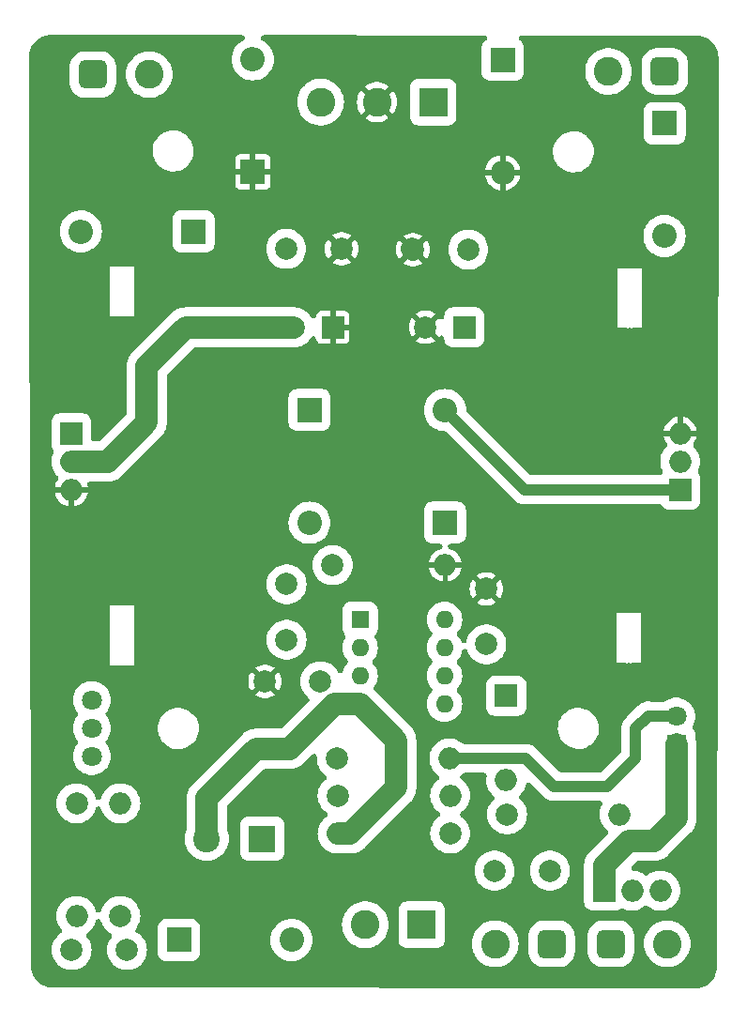
<source format=gbl>
G04 #@! TF.GenerationSoftware,KiCad,Pcbnew,7.0.10-dirty*
G04 #@! TF.CreationDate,2024-02-04T15:29:54-03:00*
G04 #@! TF.ProjectId,simetrica,73696d65-7472-4696-9361-2e6b69636164,Version 2.0*
G04 #@! TF.SameCoordinates,Original*
G04 #@! TF.FileFunction,Copper,L2,Bot*
G04 #@! TF.FilePolarity,Positive*
%FSLAX46Y46*%
G04 Gerber Fmt 4.6, Leading zero omitted, Abs format (unit mm)*
G04 Created by KiCad (PCBNEW 7.0.10-dirty) date 2024-02-04 15:29:54*
%MOMM*%
%LPD*%
G01*
G04 APERTURE LIST*
G04 Aperture macros list*
%AMRoundRect*
0 Rectangle with rounded corners*
0 $1 Rounding radius*
0 $2 $3 $4 $5 $6 $7 $8 $9 X,Y pos of 4 corners*
0 Add a 4 corners polygon primitive as box body*
4,1,4,$2,$3,$4,$5,$6,$7,$8,$9,$2,$3,0*
0 Add four circle primitives for the rounded corners*
1,1,$1+$1,$2,$3*
1,1,$1+$1,$4,$5*
1,1,$1+$1,$6,$7*
1,1,$1+$1,$8,$9*
0 Add four rect primitives between the rounded corners*
20,1,$1+$1,$2,$3,$4,$5,0*
20,1,$1+$1,$4,$5,$6,$7,0*
20,1,$1+$1,$6,$7,$8,$9,0*
20,1,$1+$1,$8,$9,$2,$3,0*%
G04 Aperture macros list end*
G04 #@! TA.AperFunction,ComponentPad*
%ADD10C,2.000000*%
G04 #@! TD*
G04 #@! TA.AperFunction,ComponentPad*
%ADD11O,2.000000X2.000000*%
G04 #@! TD*
G04 #@! TA.AperFunction,ComponentPad*
%ADD12RoundRect,0.650000X-0.650000X-0.650000X0.650000X-0.650000X0.650000X0.650000X-0.650000X0.650000X0*%
G04 #@! TD*
G04 #@! TA.AperFunction,ComponentPad*
%ADD13C,2.600000*%
G04 #@! TD*
G04 #@! TA.AperFunction,ComponentPad*
%ADD14R,2.000000X2.000000*%
G04 #@! TD*
G04 #@! TA.AperFunction,ComponentPad*
%ADD15R,2.200000X2.200000*%
G04 #@! TD*
G04 #@! TA.AperFunction,ComponentPad*
%ADD16O,2.200000X2.200000*%
G04 #@! TD*
G04 #@! TA.AperFunction,ComponentPad*
%ADD17R,1.800000X1.800000*%
G04 #@! TD*
G04 #@! TA.AperFunction,ComponentPad*
%ADD18C,1.800000*%
G04 #@! TD*
G04 #@! TA.AperFunction,ComponentPad*
%ADD19R,2.600000X2.600000*%
G04 #@! TD*
G04 #@! TA.AperFunction,ComponentPad*
%ADD20RoundRect,0.650000X0.650000X0.650000X-0.650000X0.650000X-0.650000X-0.650000X0.650000X-0.650000X0*%
G04 #@! TD*
G04 #@! TA.AperFunction,ComponentPad*
%ADD21R,2.400000X2.400000*%
G04 #@! TD*
G04 #@! TA.AperFunction,ComponentPad*
%ADD22C,2.400000*%
G04 #@! TD*
G04 #@! TA.AperFunction,ComponentPad*
%ADD23R,1.600000X1.600000*%
G04 #@! TD*
G04 #@! TA.AperFunction,ComponentPad*
%ADD24O,1.600000X1.600000*%
G04 #@! TD*
G04 #@! TA.AperFunction,Conductor*
%ADD25C,2.000000*%
G04 #@! TD*
G04 #@! TA.AperFunction,Conductor*
%ADD26C,1.000000*%
G04 #@! TD*
G04 APERTURE END LIST*
D10*
X142960000Y-69810000D03*
X137960000Y-69810000D03*
X107610000Y-119760000D03*
D11*
X107610000Y-129920000D03*
D10*
X130720000Y-98280000D03*
D11*
X140880000Y-98280000D03*
D10*
X112170000Y-132990000D03*
X107170000Y-132990000D03*
X144580000Y-105420000D03*
X144580000Y-100420000D03*
D12*
X109090000Y-54020000D03*
D13*
X114170000Y-54020000D03*
D14*
X130730000Y-76820000D03*
D10*
X127230000Y-76820000D03*
D15*
X118160000Y-68170000D03*
D16*
X108000000Y-68170000D03*
D17*
X161740000Y-114465000D03*
D18*
X161740000Y-111925000D03*
D15*
X140860000Y-94450000D03*
D16*
X140860000Y-84290000D03*
D19*
X139795000Y-56505000D03*
D13*
X134715000Y-56505000D03*
X129635000Y-56505000D03*
D15*
X160660000Y-58430000D03*
D16*
X160660000Y-68590000D03*
D12*
X155830000Y-132430000D03*
D13*
X160910000Y-132430000D03*
D20*
X160690000Y-53740000D03*
D13*
X155610000Y-53740000D03*
D10*
X146460000Y-120760000D03*
D11*
X156620000Y-120760000D03*
D10*
X126560000Y-100000000D03*
X126560000Y-105000000D03*
D19*
X138755000Y-130715000D03*
D13*
X133675000Y-130715000D03*
D20*
X150470000Y-132430000D03*
D13*
X145390000Y-132430000D03*
D21*
X124365216Y-122950000D03*
D22*
X119365216Y-122950000D03*
D15*
X128630000Y-84290000D03*
D16*
X128630000Y-94450000D03*
D10*
X111570000Y-129920000D03*
D11*
X111570000Y-119760000D03*
D14*
X162080000Y-91470000D03*
D11*
X162080000Y-88930000D03*
X162080000Y-86390000D03*
D15*
X116840000Y-132090000D03*
D16*
X127000000Y-132090000D03*
D10*
X145330000Y-125830000D03*
X150330000Y-125830000D03*
D14*
X155200000Y-127630000D03*
D11*
X157740000Y-127630000D03*
X160280000Y-127630000D03*
D14*
X146380000Y-110060000D03*
D11*
X146380000Y-117680000D03*
D10*
X124610000Y-108760000D03*
X129610000Y-108760000D03*
D15*
X123520000Y-62810000D03*
D16*
X123520000Y-52650000D03*
D15*
X146070000Y-52700000D03*
D16*
X146070000Y-62860000D03*
D10*
X131530000Y-69750000D03*
X126530000Y-69750000D03*
X141330000Y-122480000D03*
D11*
X131170000Y-122480000D03*
D23*
X133190000Y-103170000D03*
D24*
X133190000Y-105710000D03*
X133190000Y-108250000D03*
X133190000Y-110790000D03*
X140810000Y-110790000D03*
X140810000Y-108250000D03*
X140810000Y-105710000D03*
X140810000Y-103170000D03*
D10*
X131170000Y-119060000D03*
D11*
X141330000Y-119060000D03*
D14*
X107150000Y-86390000D03*
D11*
X107150000Y-88930000D03*
X107150000Y-91470000D03*
D10*
X131090000Y-115710000D03*
D11*
X141250000Y-115710000D03*
D14*
X142592651Y-76820000D03*
D10*
X139092651Y-76820000D03*
D18*
X109000000Y-115510000D03*
X109000000Y-112970000D03*
X109000000Y-110430000D03*
D25*
X137900000Y-69750000D02*
X137960000Y-69810000D01*
D26*
X148080000Y-91470000D02*
X148060000Y-91490000D01*
X140860000Y-84290000D02*
X148060000Y-91490000D01*
X162080000Y-91470000D02*
X148080000Y-91470000D01*
X150690000Y-118240000D02*
X155530000Y-118240000D01*
X148160000Y-115710000D02*
X150690000Y-118240000D01*
X141250000Y-115710000D02*
X148160000Y-115710000D01*
X155530000Y-118240000D02*
X158070000Y-115700000D01*
X158070000Y-113010000D02*
X159200000Y-111880000D01*
X158070000Y-115700000D02*
X158070000Y-113010000D01*
X159200000Y-111880000D02*
X159245000Y-111925000D01*
X159245000Y-111925000D02*
X161740000Y-111925000D01*
D25*
X119365216Y-119294739D02*
X123829955Y-114830000D01*
X155200000Y-125400000D02*
X157460000Y-123140000D01*
X126840000Y-114830000D02*
X130880000Y-110790000D01*
X107150000Y-88930000D02*
X110410000Y-88930000D01*
X136460000Y-118340000D02*
X132320000Y-122480000D01*
X161740000Y-121130000D02*
X161740000Y-114465000D01*
X132320000Y-122480000D02*
X131170000Y-122480000D01*
X159730000Y-123140000D02*
X161740000Y-121130000D01*
X157460000Y-123140000D02*
X159730000Y-123140000D01*
X133190000Y-110790000D02*
X136460000Y-114060000D01*
X113950000Y-80310000D02*
X117440000Y-76820000D01*
X123829955Y-114830000D02*
X126840000Y-114830000D01*
X136460000Y-114060000D02*
X136460000Y-118340000D01*
X117440000Y-76820000D02*
X127230000Y-76820000D01*
X110410000Y-88930000D02*
X113950000Y-85390000D01*
X130880000Y-110790000D02*
X133190000Y-110790000D01*
X119365216Y-122950000D02*
X119365216Y-119294739D01*
X113950000Y-85390000D02*
X113950000Y-80310000D01*
X155200000Y-127630000D02*
X155200000Y-125400000D01*
G04 #@! TA.AperFunction,Conductor*
G36*
X122579664Y-50465498D02*
G01*
X122674934Y-50484529D01*
X122755672Y-50538570D01*
X122809583Y-50619395D01*
X122828461Y-50714698D01*
X122809430Y-50809971D01*
X122755389Y-50890709D01*
X122698795Y-50933040D01*
X122489883Y-51047115D01*
X122272265Y-51210023D01*
X122272260Y-51210027D01*
X122080027Y-51402260D01*
X122080023Y-51402265D01*
X121917113Y-51619886D01*
X121786829Y-51858484D01*
X121786827Y-51858488D01*
X121726607Y-52019944D01*
X121691825Y-52113199D01*
X121675326Y-52189046D01*
X121634039Y-52378838D01*
X121614645Y-52650000D01*
X121620421Y-52730765D01*
X121634039Y-52921160D01*
X121691825Y-53186801D01*
X121786828Y-53441513D01*
X121917113Y-53680113D01*
X122080029Y-53897742D01*
X122272258Y-54089971D01*
X122351808Y-54149522D01*
X122489886Y-54252886D01*
X122489885Y-54252886D01*
X122489887Y-54252887D01*
X122728487Y-54383172D01*
X122983199Y-54478175D01*
X123248840Y-54535961D01*
X123520000Y-54555355D01*
X123791160Y-54535961D01*
X124056801Y-54478175D01*
X124311513Y-54383172D01*
X124550113Y-54252887D01*
X124767742Y-54089971D01*
X124959971Y-53897742D01*
X125122887Y-53680113D01*
X125253172Y-53441513D01*
X125348175Y-53186801D01*
X125405961Y-52921160D01*
X125425355Y-52650000D01*
X125405961Y-52378840D01*
X125348175Y-52113199D01*
X125253172Y-51858487D01*
X125122887Y-51619887D01*
X124959971Y-51402258D01*
X124767742Y-51210029D01*
X124550113Y-51047113D01*
X124550114Y-51047113D01*
X124343975Y-50934553D01*
X124269426Y-50872251D01*
X124224394Y-50786162D01*
X124215735Y-50689394D01*
X124244766Y-50596678D01*
X124307068Y-50522129D01*
X124393157Y-50477097D01*
X124463503Y-50467011D01*
X141444770Y-50480649D01*
X144378980Y-50483005D01*
X144474251Y-50502036D01*
X144554989Y-50556077D01*
X144608900Y-50636902D01*
X144627778Y-50732205D01*
X144608747Y-50827478D01*
X144554706Y-50908216D01*
X144511258Y-50942837D01*
X144467741Y-50970181D01*
X144340180Y-51097742D01*
X144244214Y-51250470D01*
X144244211Y-51250476D01*
X144244211Y-51250478D01*
X144191099Y-51402265D01*
X144184632Y-51420746D01*
X144184630Y-51420754D01*
X144169500Y-51555031D01*
X144169500Y-53844968D01*
X144184630Y-53979245D01*
X144184631Y-53979251D01*
X144184632Y-53979255D01*
X144244211Y-54149522D01*
X144244212Y-54149523D01*
X144244214Y-54149529D01*
X144340180Y-54302257D01*
X144340182Y-54302259D01*
X144340184Y-54302262D01*
X144467738Y-54429816D01*
X144467740Y-54429817D01*
X144467742Y-54429819D01*
X144620470Y-54525785D01*
X144620473Y-54525786D01*
X144620478Y-54525789D01*
X144790745Y-54585368D01*
X144790754Y-54585369D01*
X144925031Y-54600499D01*
X144925046Y-54600500D01*
X147214954Y-54600500D01*
X147214968Y-54600499D01*
X147325620Y-54588031D01*
X147349255Y-54585368D01*
X147519522Y-54525789D01*
X147519527Y-54525785D01*
X147519529Y-54525785D01*
X147672257Y-54429819D01*
X147672256Y-54429819D01*
X147672262Y-54429816D01*
X147799816Y-54302262D01*
X147895789Y-54149522D01*
X147955368Y-53979255D01*
X147958091Y-53955079D01*
X147970499Y-53844968D01*
X147970500Y-53844953D01*
X147970500Y-53740000D01*
X153504592Y-53740000D01*
X153524202Y-54026689D01*
X153524203Y-54026692D01*
X153582666Y-54308032D01*
X153643504Y-54479214D01*
X153678897Y-54578800D01*
X153678898Y-54578802D01*
X153767637Y-54750059D01*
X153811099Y-54833936D01*
X153976811Y-55068698D01*
X154172947Y-55278708D01*
X154347661Y-55420848D01*
X154395853Y-55460055D01*
X154487422Y-55515740D01*
X154641375Y-55609361D01*
X154904942Y-55723844D01*
X155181642Y-55801371D01*
X155181646Y-55801371D01*
X155181648Y-55801372D01*
X155261429Y-55812337D01*
X155466322Y-55840500D01*
X155466330Y-55840500D01*
X155753670Y-55840500D01*
X155753678Y-55840500D01*
X156038358Y-55801371D01*
X156315058Y-55723844D01*
X156578625Y-55609361D01*
X156824147Y-55460055D01*
X157047053Y-55278708D01*
X157243189Y-55068698D01*
X157408901Y-54833936D01*
X157541104Y-54578797D01*
X157579750Y-54470059D01*
X158589500Y-54470059D01*
X158589501Y-54470070D01*
X158590069Y-54479212D01*
X158595705Y-54570022D01*
X158595707Y-54570040D01*
X158645036Y-54805296D01*
X158645038Y-54805304D01*
X158732413Y-55029229D01*
X158732416Y-55029234D01*
X158732418Y-55029238D01*
X158855467Y-55235740D01*
X159010827Y-55419173D01*
X159194260Y-55574533D01*
X159400762Y-55697582D01*
X159400765Y-55697583D01*
X159400770Y-55697586D01*
X159624695Y-55784961D01*
X159624698Y-55784962D01*
X159624701Y-55784963D01*
X159624703Y-55784963D01*
X159624705Y-55784964D01*
X159666713Y-55793772D01*
X159859969Y-55834294D01*
X159959931Y-55840500D01*
X161420068Y-55840499D01*
X161520031Y-55834294D01*
X161755299Y-55784963D01*
X161870389Y-55740055D01*
X161979229Y-55697586D01*
X161979231Y-55697584D01*
X161979238Y-55697582D01*
X162185740Y-55574533D01*
X162369173Y-55419173D01*
X162524533Y-55235740D01*
X162647582Y-55029238D01*
X162648942Y-55025754D01*
X162734961Y-54805304D01*
X162734964Y-54805296D01*
X162784294Y-54570031D01*
X162790500Y-54470069D01*
X162790499Y-53009932D01*
X162784294Y-52909969D01*
X162734963Y-52674701D01*
X162725325Y-52650000D01*
X162647586Y-52450770D01*
X162647583Y-52450765D01*
X162647582Y-52450762D01*
X162524533Y-52244260D01*
X162369173Y-52060827D01*
X162185740Y-51905467D01*
X161979238Y-51782418D01*
X161979236Y-51782417D01*
X161979234Y-51782416D01*
X161979229Y-51782413D01*
X161755304Y-51695038D01*
X161755294Y-51695035D01*
X161520036Y-51645707D01*
X161520035Y-51645706D01*
X161520031Y-51645706D01*
X161520027Y-51645705D01*
X161520022Y-51645705D01*
X161420099Y-51639501D01*
X161420074Y-51639500D01*
X161420069Y-51639500D01*
X161420061Y-51639500D01*
X159959940Y-51639500D01*
X159959929Y-51639501D01*
X159927008Y-51641544D01*
X159859969Y-51645706D01*
X159859966Y-51645706D01*
X159859959Y-51645707D01*
X159624703Y-51695036D01*
X159624695Y-51695038D01*
X159400770Y-51782413D01*
X159400765Y-51782416D01*
X159194259Y-51905467D01*
X159010829Y-52060825D01*
X159010825Y-52060829D01*
X158855467Y-52244259D01*
X158732416Y-52450765D01*
X158732413Y-52450770D01*
X158645038Y-52674695D01*
X158645035Y-52674705D01*
X158595707Y-52909963D01*
X158595705Y-52909977D01*
X158589501Y-53009900D01*
X158589500Y-53009938D01*
X158589500Y-54470059D01*
X157579750Y-54470059D01*
X157637334Y-54308032D01*
X157695798Y-54026686D01*
X157715408Y-53740000D01*
X157695798Y-53453314D01*
X157637334Y-53171968D01*
X157541104Y-52901203D01*
X157408901Y-52646064D01*
X157243189Y-52411302D01*
X157047053Y-52201292D01*
X156890415Y-52073858D01*
X156824146Y-52019944D01*
X156578626Y-51870639D01*
X156315057Y-51756155D01*
X156038351Y-51678627D01*
X155753681Y-51639500D01*
X155753678Y-51639500D01*
X155466322Y-51639500D01*
X155466318Y-51639500D01*
X155181648Y-51678627D01*
X154904942Y-51756155D01*
X154641373Y-51870639D01*
X154395853Y-52019944D01*
X154172949Y-52201290D01*
X153976810Y-52411303D01*
X153976809Y-52411304D01*
X153811098Y-52646065D01*
X153678898Y-52901197D01*
X153678897Y-52901199D01*
X153582666Y-53171968D01*
X153524203Y-53453307D01*
X153524202Y-53453310D01*
X153504592Y-53740000D01*
X147970500Y-53740000D01*
X147970500Y-51555046D01*
X147970499Y-51555031D01*
X147955369Y-51420754D01*
X147955368Y-51420745D01*
X147895789Y-51250478D01*
X147895786Y-51250473D01*
X147895785Y-51250470D01*
X147799819Y-51097742D01*
X147799817Y-51097740D01*
X147799816Y-51097738D01*
X147672262Y-50970184D01*
X147672257Y-50970181D01*
X147633072Y-50945559D01*
X147562474Y-50878813D01*
X147522792Y-50790132D01*
X147520067Y-50693015D01*
X147554715Y-50602248D01*
X147621461Y-50531650D01*
X147710142Y-50491968D01*
X147765744Y-50485725D01*
X163529704Y-50498385D01*
X163547428Y-50499033D01*
X163805555Y-50517711D01*
X163840729Y-50522800D01*
X163867927Y-50528742D01*
X164084832Y-50576131D01*
X164118910Y-50586172D01*
X164352932Y-50673715D01*
X164385247Y-50688512D01*
X164604411Y-50808477D01*
X164634292Y-50827725D01*
X164824157Y-50970181D01*
X164834143Y-50977673D01*
X164860978Y-51000978D01*
X165037446Y-51177855D01*
X165060690Y-51204744D01*
X165208176Y-51402265D01*
X165210180Y-51404948D01*
X165229358Y-51434873D01*
X165348814Y-51654311D01*
X165363537Y-51686662D01*
X165450535Y-51920881D01*
X165460501Y-51954997D01*
X165513265Y-52199210D01*
X165518273Y-52234399D01*
X165536352Y-52492542D01*
X165536959Y-52510301D01*
X165471348Y-95899529D01*
X165413036Y-134461874D01*
X165412375Y-134479631D01*
X165393542Y-134737536D01*
X165388435Y-134772687D01*
X165335004Y-135016587D01*
X165324948Y-135050651D01*
X165237365Y-135284453D01*
X165222565Y-135316741D01*
X165102598Y-135535720D01*
X165083354Y-135565573D01*
X164933458Y-135765246D01*
X164910162Y-135792059D01*
X164733381Y-135968372D01*
X164706509Y-135991595D01*
X164506436Y-136140967D01*
X164476531Y-136160132D01*
X164257245Y-136279515D01*
X164224918Y-136294230D01*
X163990877Y-136381198D01*
X163956786Y-136391164D01*
X163712752Y-136443948D01*
X163677589Y-136448962D01*
X163419630Y-136467114D01*
X163401871Y-136467727D01*
X106997424Y-136403933D01*
X106036319Y-136402846D01*
X105521729Y-136402264D01*
X105504008Y-136401612D01*
X105462306Y-136398588D01*
X105246618Y-136382952D01*
X105211545Y-136377881D01*
X104968091Y-136324756D01*
X104934095Y-136314756D01*
X104700653Y-136227601D01*
X104668414Y-136212872D01*
X104449722Y-136093460D01*
X104419899Y-136074301D01*
X104220378Y-135925044D01*
X104193581Y-135901848D01*
X104017267Y-135725764D01*
X103994034Y-135698996D01*
X103844519Y-135499675D01*
X103825321Y-135469878D01*
X103705617Y-135251336D01*
X103690845Y-135219114D01*
X103684005Y-135200868D01*
X103603387Y-134985793D01*
X103593344Y-134951819D01*
X103539897Y-134708418D01*
X103534782Y-134673360D01*
X103515783Y-134415983D01*
X103515109Y-134398269D01*
X103514867Y-134299360D01*
X103511668Y-132990000D01*
X105364451Y-132990000D01*
X105384616Y-133259100D01*
X105444663Y-133522187D01*
X105444667Y-133522198D01*
X105445349Y-133523936D01*
X105537486Y-133758695D01*
X105543256Y-133773395D01*
X105543257Y-133773398D01*
X105678188Y-134007107D01*
X105846437Y-134218083D01*
X105846439Y-134218085D01*
X106044259Y-134401635D01*
X106267226Y-134553651D01*
X106510359Y-134670738D01*
X106768228Y-134750280D01*
X107035071Y-134790500D01*
X107035074Y-134790500D01*
X107304926Y-134790500D01*
X107304929Y-134790500D01*
X107571772Y-134750280D01*
X107829641Y-134670738D01*
X108072775Y-134553651D01*
X108295741Y-134401635D01*
X108493561Y-134218085D01*
X108661815Y-134007102D01*
X108796743Y-133773398D01*
X108895334Y-133522195D01*
X108955383Y-133259103D01*
X108975549Y-132990000D01*
X108955383Y-132720897D01*
X108895334Y-132457805D01*
X108796743Y-132206602D01*
X108661815Y-131972898D01*
X108539980Y-131820122D01*
X108523897Y-131799954D01*
X108479305Y-131713637D01*
X108471139Y-131616826D01*
X108500642Y-131524259D01*
X108563324Y-131450029D01*
X108578290Y-131438983D01*
X108735741Y-131331635D01*
X108933561Y-131148085D01*
X109101815Y-130937102D01*
X109236743Y-130703398D01*
X109335334Y-130452195D01*
X109335336Y-130452187D01*
X109347243Y-130400019D01*
X109386925Y-130311337D01*
X109457523Y-130244592D01*
X109548290Y-130209944D01*
X109645407Y-130212669D01*
X109734089Y-130252351D01*
X109800834Y-130322949D01*
X109832757Y-130400019D01*
X109844663Y-130452187D01*
X109844666Y-130452195D01*
X109918562Y-130640478D01*
X109943256Y-130703395D01*
X109943257Y-130703398D01*
X110078188Y-130937107D01*
X110240599Y-131140762D01*
X110246439Y-131148085D01*
X110444259Y-131331635D01*
X110667226Y-131483651D01*
X110673885Y-131486858D01*
X110675727Y-131487745D01*
X110753356Y-131546165D01*
X110802718Y-131629846D01*
X110816300Y-131726047D01*
X110792034Y-131820122D01*
X110762368Y-131867336D01*
X110678189Y-131972892D01*
X110678188Y-131972892D01*
X110543257Y-132206601D01*
X110543256Y-132206604D01*
X110444667Y-132457801D01*
X110444663Y-132457812D01*
X110384616Y-132720899D01*
X110364451Y-132990000D01*
X110384616Y-133259100D01*
X110444663Y-133522187D01*
X110444667Y-133522198D01*
X110445349Y-133523936D01*
X110537486Y-133758695D01*
X110543256Y-133773395D01*
X110543257Y-133773398D01*
X110678188Y-134007107D01*
X110846437Y-134218083D01*
X110846439Y-134218085D01*
X111044259Y-134401635D01*
X111267226Y-134553651D01*
X111510359Y-134670738D01*
X111768228Y-134750280D01*
X112035071Y-134790500D01*
X112035074Y-134790500D01*
X112304926Y-134790500D01*
X112304929Y-134790500D01*
X112571772Y-134750280D01*
X112829641Y-134670738D01*
X113072775Y-134553651D01*
X113295741Y-134401635D01*
X113493561Y-134218085D01*
X113661815Y-134007102D01*
X113796743Y-133773398D01*
X113895334Y-133522195D01*
X113955383Y-133259103D01*
X113957192Y-133234968D01*
X114939500Y-133234968D01*
X114954630Y-133369245D01*
X114954631Y-133369251D01*
X114954632Y-133369255D01*
X115014211Y-133539522D01*
X115014212Y-133539523D01*
X115014214Y-133539529D01*
X115110180Y-133692257D01*
X115110182Y-133692259D01*
X115110184Y-133692262D01*
X115237738Y-133819816D01*
X115237740Y-133819817D01*
X115237742Y-133819819D01*
X115390470Y-133915785D01*
X115390473Y-133915786D01*
X115390478Y-133915789D01*
X115560745Y-133975368D01*
X115560754Y-133975369D01*
X115695031Y-133990499D01*
X115695046Y-133990500D01*
X117984954Y-133990500D01*
X117984968Y-133990499D01*
X118095079Y-133978091D01*
X118119255Y-133975368D01*
X118289522Y-133915789D01*
X118289527Y-133915785D01*
X118289529Y-133915785D01*
X118442257Y-133819819D01*
X118442256Y-133819819D01*
X118442262Y-133819816D01*
X118569816Y-133692262D01*
X118665789Y-133539522D01*
X118725368Y-133369255D01*
X118728920Y-133337734D01*
X118740499Y-133234968D01*
X118740500Y-133234953D01*
X118740500Y-132090000D01*
X125094645Y-132090000D01*
X125114039Y-132361161D01*
X125114772Y-132364529D01*
X125171825Y-132626801D01*
X125266828Y-132881513D01*
X125397113Y-133120113D01*
X125560029Y-133337742D01*
X125752258Y-133529971D01*
X125969045Y-133692257D01*
X125969886Y-133692886D01*
X125969885Y-133692886D01*
X125969887Y-133692887D01*
X126208487Y-133823172D01*
X126463199Y-133918175D01*
X126728840Y-133975961D01*
X127000000Y-133995355D01*
X127271160Y-133975961D01*
X127536801Y-133918175D01*
X127791513Y-133823172D01*
X128030113Y-133692887D01*
X128247742Y-133529971D01*
X128439971Y-133337742D01*
X128602887Y-133120113D01*
X128733172Y-132881513D01*
X128828175Y-132626801D01*
X128885961Y-132361160D01*
X128905355Y-132090000D01*
X128885961Y-131818840D01*
X128828175Y-131553199D01*
X128733172Y-131298487D01*
X128602887Y-131059887D01*
X128439971Y-130842258D01*
X128312713Y-130715000D01*
X131569592Y-130715000D01*
X131589202Y-131001689D01*
X131589203Y-131001692D01*
X131609903Y-131101304D01*
X131647666Y-131283032D01*
X131698600Y-131426346D01*
X131743897Y-131553800D01*
X131743898Y-131553802D01*
X131851735Y-131761916D01*
X131876099Y-131808936D01*
X132041811Y-132043698D01*
X132237947Y-132253708D01*
X132460853Y-132435055D01*
X132706375Y-132584361D01*
X132969942Y-132698844D01*
X133246642Y-132776371D01*
X133246646Y-132776371D01*
X133246648Y-132776372D01*
X133326429Y-132787337D01*
X133531322Y-132815500D01*
X133531330Y-132815500D01*
X133818670Y-132815500D01*
X133818678Y-132815500D01*
X134103358Y-132776371D01*
X134380058Y-132698844D01*
X134643625Y-132584361D01*
X134889147Y-132435055D01*
X135112053Y-132253708D01*
X135292994Y-132059968D01*
X136654500Y-132059968D01*
X136669630Y-132194245D01*
X136669631Y-132194251D01*
X136669632Y-132194255D01*
X136729211Y-132364522D01*
X136729212Y-132364523D01*
X136729214Y-132364529D01*
X136825180Y-132517257D01*
X136825182Y-132517259D01*
X136825184Y-132517262D01*
X136952738Y-132644816D01*
X136952740Y-132644817D01*
X136952742Y-132644819D01*
X137105470Y-132740785D01*
X137105473Y-132740786D01*
X137105478Y-132740789D01*
X137275745Y-132800368D01*
X137275754Y-132800369D01*
X137410031Y-132815499D01*
X137410046Y-132815500D01*
X140099954Y-132815500D01*
X140099968Y-132815499D01*
X140210079Y-132803091D01*
X140234255Y-132800368D01*
X140404522Y-132740789D01*
X140404527Y-132740785D01*
X140404529Y-132740785D01*
X140557257Y-132644819D01*
X140557256Y-132644819D01*
X140557262Y-132644816D01*
X140684816Y-132517262D01*
X140736470Y-132435055D01*
X140739646Y-132430000D01*
X143284592Y-132430000D01*
X143304202Y-132716689D01*
X143304203Y-132716692D01*
X143316605Y-132776372D01*
X143362666Y-132998032D01*
X143420251Y-133160061D01*
X143458897Y-133268800D01*
X143458898Y-133268802D01*
X143510944Y-133369245D01*
X143591099Y-133523936D01*
X143756811Y-133758698D01*
X143952947Y-133968708D01*
X144175853Y-134150055D01*
X144421375Y-134299361D01*
X144684942Y-134413844D01*
X144961642Y-134491371D01*
X144961646Y-134491371D01*
X144961648Y-134491372D01*
X145041429Y-134502337D01*
X145246322Y-134530500D01*
X145246330Y-134530500D01*
X145533670Y-134530500D01*
X145533678Y-134530500D01*
X145818358Y-134491371D01*
X146095058Y-134413844D01*
X146358625Y-134299361D01*
X146604147Y-134150055D01*
X146827053Y-133968708D01*
X147023189Y-133758698D01*
X147188901Y-133523936D01*
X147321104Y-133268797D01*
X147359750Y-133160059D01*
X148369500Y-133160059D01*
X148369501Y-133160068D01*
X148375705Y-133260022D01*
X148375707Y-133260040D01*
X148425036Y-133495296D01*
X148425038Y-133495304D01*
X148512413Y-133719229D01*
X148512416Y-133719234D01*
X148512418Y-133719238D01*
X148635467Y-133925740D01*
X148790827Y-134109173D01*
X148974260Y-134264533D01*
X149180762Y-134387582D01*
X149180765Y-134387583D01*
X149180770Y-134387586D01*
X149404695Y-134474961D01*
X149404698Y-134474962D01*
X149404701Y-134474963D01*
X149404703Y-134474963D01*
X149404705Y-134474964D01*
X149426963Y-134479631D01*
X149639969Y-134524294D01*
X149739931Y-134530500D01*
X151200068Y-134530499D01*
X151300031Y-134524294D01*
X151535299Y-134474963D01*
X151568843Y-134461874D01*
X151759229Y-134387586D01*
X151759231Y-134387584D01*
X151759238Y-134387582D01*
X151965740Y-134264533D01*
X152149173Y-134109173D01*
X152304533Y-133925740D01*
X152427582Y-133719238D01*
X152437865Y-133692887D01*
X152514961Y-133495304D01*
X152514964Y-133495296D01*
X152564294Y-133260031D01*
X152570500Y-133160069D01*
X152570500Y-133160059D01*
X153729500Y-133160059D01*
X153729501Y-133160068D01*
X153735705Y-133260022D01*
X153735707Y-133260040D01*
X153785036Y-133495296D01*
X153785038Y-133495304D01*
X153872413Y-133719229D01*
X153872416Y-133719234D01*
X153872418Y-133719238D01*
X153995467Y-133925740D01*
X154150827Y-134109173D01*
X154334260Y-134264533D01*
X154540762Y-134387582D01*
X154540765Y-134387583D01*
X154540770Y-134387586D01*
X154764695Y-134474961D01*
X154764698Y-134474962D01*
X154764701Y-134474963D01*
X154764703Y-134474963D01*
X154764705Y-134474964D01*
X154786963Y-134479631D01*
X154999969Y-134524294D01*
X155099931Y-134530500D01*
X156560068Y-134530499D01*
X156660031Y-134524294D01*
X156895299Y-134474963D01*
X156928843Y-134461874D01*
X157119229Y-134387586D01*
X157119231Y-134387584D01*
X157119238Y-134387582D01*
X157325740Y-134264533D01*
X157509173Y-134109173D01*
X157664533Y-133925740D01*
X157787582Y-133719238D01*
X157797865Y-133692887D01*
X157874961Y-133495304D01*
X157874964Y-133495296D01*
X157924294Y-133260031D01*
X157930500Y-133160069D01*
X157930499Y-132430000D01*
X158804592Y-132430000D01*
X158824202Y-132716689D01*
X158824203Y-132716692D01*
X158836605Y-132776372D01*
X158882666Y-132998032D01*
X158940251Y-133160061D01*
X158978897Y-133268800D01*
X158978898Y-133268802D01*
X159030944Y-133369245D01*
X159111099Y-133523936D01*
X159276811Y-133758698D01*
X159472947Y-133968708D01*
X159695853Y-134150055D01*
X159941375Y-134299361D01*
X160204942Y-134413844D01*
X160481642Y-134491371D01*
X160481646Y-134491371D01*
X160481648Y-134491372D01*
X160561429Y-134502337D01*
X160766322Y-134530500D01*
X160766330Y-134530500D01*
X161053670Y-134530500D01*
X161053678Y-134530500D01*
X161338358Y-134491371D01*
X161615058Y-134413844D01*
X161878625Y-134299361D01*
X162124147Y-134150055D01*
X162347053Y-133968708D01*
X162543189Y-133758698D01*
X162708901Y-133523936D01*
X162841104Y-133268797D01*
X162937334Y-132998032D01*
X162995798Y-132716686D01*
X163015408Y-132430000D01*
X162995798Y-132143314D01*
X162937334Y-131861968D01*
X162841104Y-131591203D01*
X162708901Y-131336064D01*
X162543189Y-131101302D01*
X162347053Y-130891292D01*
X162174395Y-130750825D01*
X162124146Y-130709944D01*
X161878626Y-130560639D01*
X161615057Y-130446155D01*
X161338351Y-130368627D01*
X161053681Y-130329500D01*
X161053678Y-130329500D01*
X160766322Y-130329500D01*
X160766318Y-130329500D01*
X160481648Y-130368627D01*
X160204942Y-130446155D01*
X159941373Y-130560639D01*
X159695853Y-130709944D01*
X159472949Y-130891290D01*
X159276810Y-131101303D01*
X159276809Y-131101304D01*
X159111098Y-131336065D01*
X158978898Y-131591197D01*
X158978897Y-131591199D01*
X158882666Y-131861968D01*
X158824203Y-132143307D01*
X158824202Y-132143310D01*
X158804592Y-132430000D01*
X157930499Y-132430000D01*
X157930499Y-131699932D01*
X157924294Y-131599969D01*
X157874963Y-131364701D01*
X157874623Y-131363829D01*
X157787586Y-131140770D01*
X157787583Y-131140765D01*
X157787582Y-131140762D01*
X157664533Y-130934260D01*
X157509173Y-130750827D01*
X157325740Y-130595467D01*
X157119238Y-130472418D01*
X157119236Y-130472417D01*
X157119234Y-130472416D01*
X157119229Y-130472413D01*
X156895304Y-130385038D01*
X156895294Y-130385035D01*
X156660036Y-130335707D01*
X156660035Y-130335706D01*
X156660031Y-130335706D01*
X156660027Y-130335705D01*
X156660022Y-130335705D01*
X156560099Y-130329501D01*
X156560074Y-130329500D01*
X156560069Y-130329500D01*
X156560061Y-130329500D01*
X155099940Y-130329500D01*
X155099929Y-130329501D01*
X155067008Y-130331544D01*
X154999969Y-130335706D01*
X154999966Y-130335706D01*
X154999959Y-130335707D01*
X154764703Y-130385036D01*
X154764695Y-130385038D01*
X154540770Y-130472413D01*
X154540765Y-130472416D01*
X154334259Y-130595467D01*
X154150829Y-130750825D01*
X154150825Y-130750829D01*
X153995467Y-130934259D01*
X153872416Y-131140765D01*
X153872413Y-131140770D01*
X153785038Y-131364695D01*
X153785035Y-131364705D01*
X153735707Y-131599963D01*
X153735705Y-131599977D01*
X153729501Y-131699900D01*
X153729500Y-131699938D01*
X153729500Y-133160059D01*
X152570500Y-133160059D01*
X152570499Y-131699932D01*
X152564294Y-131599969D01*
X152514963Y-131364701D01*
X152514623Y-131363829D01*
X152427586Y-131140770D01*
X152427583Y-131140765D01*
X152427582Y-131140762D01*
X152304533Y-130934260D01*
X152149173Y-130750827D01*
X151965740Y-130595467D01*
X151759238Y-130472418D01*
X151759236Y-130472417D01*
X151759234Y-130472416D01*
X151759229Y-130472413D01*
X151535304Y-130385038D01*
X151535294Y-130385035D01*
X151300036Y-130335707D01*
X151300035Y-130335706D01*
X151300031Y-130335706D01*
X151300027Y-130335705D01*
X151300022Y-130335705D01*
X151200099Y-130329501D01*
X151200074Y-130329500D01*
X151200069Y-130329500D01*
X151200061Y-130329500D01*
X149739940Y-130329500D01*
X149739929Y-130329501D01*
X149707008Y-130331544D01*
X149639969Y-130335706D01*
X149639966Y-130335706D01*
X149639959Y-130335707D01*
X149404703Y-130385036D01*
X149404695Y-130385038D01*
X149180770Y-130472413D01*
X149180765Y-130472416D01*
X148974259Y-130595467D01*
X148790829Y-130750825D01*
X148790825Y-130750829D01*
X148635467Y-130934259D01*
X148512416Y-131140765D01*
X148512413Y-131140770D01*
X148425038Y-131364695D01*
X148425035Y-131364705D01*
X148375707Y-131599963D01*
X148375705Y-131599977D01*
X148369501Y-131699900D01*
X148369500Y-131699938D01*
X148369500Y-133160059D01*
X147359750Y-133160059D01*
X147417334Y-132998032D01*
X147475798Y-132716686D01*
X147495408Y-132430000D01*
X147475798Y-132143314D01*
X147417334Y-131861968D01*
X147321104Y-131591203D01*
X147188901Y-131336064D01*
X147023189Y-131101302D01*
X146827053Y-130891292D01*
X146654395Y-130750825D01*
X146604146Y-130709944D01*
X146358626Y-130560639D01*
X146095057Y-130446155D01*
X145818351Y-130368627D01*
X145533681Y-130329500D01*
X145533678Y-130329500D01*
X145246322Y-130329500D01*
X145246318Y-130329500D01*
X144961648Y-130368627D01*
X144684942Y-130446155D01*
X144421373Y-130560639D01*
X144175853Y-130709944D01*
X143952949Y-130891290D01*
X143756810Y-131101303D01*
X143756809Y-131101304D01*
X143591098Y-131336065D01*
X143458898Y-131591197D01*
X143458897Y-131591199D01*
X143362666Y-131861968D01*
X143304203Y-132143307D01*
X143304202Y-132143310D01*
X143284592Y-132430000D01*
X140739646Y-132430000D01*
X140780785Y-132364529D01*
X140780785Y-132364527D01*
X140780789Y-132364522D01*
X140840368Y-132194255D01*
X140846108Y-132143310D01*
X140855499Y-132059968D01*
X140855500Y-132059953D01*
X140855500Y-129370046D01*
X140855499Y-129370031D01*
X140840369Y-129235754D01*
X140840368Y-129235745D01*
X140780789Y-129065478D01*
X140780786Y-129065473D01*
X140780785Y-129065470D01*
X140684819Y-128912742D01*
X140684817Y-128912740D01*
X140684816Y-128912738D01*
X140557262Y-128785184D01*
X140557259Y-128785182D01*
X140557257Y-128785180D01*
X140404529Y-128689214D01*
X140404524Y-128689212D01*
X140404522Y-128689211D01*
X140234255Y-128629632D01*
X140234251Y-128629631D01*
X140234245Y-128629630D01*
X140099968Y-128614500D01*
X140099954Y-128614500D01*
X137410046Y-128614500D01*
X137410031Y-128614500D01*
X137275754Y-128629630D01*
X137275746Y-128629631D01*
X137275745Y-128629632D01*
X137105478Y-128689211D01*
X137105476Y-128689211D01*
X137105476Y-128689212D01*
X137105470Y-128689214D01*
X136952742Y-128785180D01*
X136825180Y-128912742D01*
X136729214Y-129065470D01*
X136729211Y-129065476D01*
X136729211Y-129065478D01*
X136673696Y-129224133D01*
X136669632Y-129235746D01*
X136669630Y-129235754D01*
X136654500Y-129370031D01*
X136654500Y-132059968D01*
X135292994Y-132059968D01*
X135308189Y-132043698D01*
X135473901Y-131808936D01*
X135606104Y-131553797D01*
X135702334Y-131283032D01*
X135760798Y-131001686D01*
X135780408Y-130715000D01*
X135760798Y-130428314D01*
X135702334Y-130146968D01*
X135606104Y-129876203D01*
X135473901Y-129621064D01*
X135308189Y-129386302D01*
X135112053Y-129176292D01*
X134896462Y-129000896D01*
X134889146Y-128994944D01*
X134643626Y-128845639D01*
X134380057Y-128731155D01*
X134103351Y-128653627D01*
X133818681Y-128614500D01*
X133818678Y-128614500D01*
X133531322Y-128614500D01*
X133531318Y-128614500D01*
X133246648Y-128653627D01*
X132969942Y-128731155D01*
X132706373Y-128845639D01*
X132460853Y-128994944D01*
X132237949Y-129176290D01*
X132041810Y-129386303D01*
X132041809Y-129386304D01*
X131876098Y-129621065D01*
X131743898Y-129876197D01*
X131743897Y-129876199D01*
X131647666Y-130146968D01*
X131589203Y-130428307D01*
X131589202Y-130428310D01*
X131569592Y-130715000D01*
X128312713Y-130715000D01*
X128247742Y-130650029D01*
X128030113Y-130487113D01*
X128030114Y-130487113D01*
X127791515Y-130356829D01*
X127791511Y-130356827D01*
X127669547Y-130311337D01*
X127536801Y-130261825D01*
X127310832Y-130212669D01*
X127271161Y-130204039D01*
X127000000Y-130184645D01*
X126728838Y-130204039D01*
X126613266Y-130229180D01*
X126463199Y-130261825D01*
X126456794Y-130264214D01*
X126208488Y-130356827D01*
X126208484Y-130356829D01*
X125969886Y-130487113D01*
X125752265Y-130650023D01*
X125752260Y-130650027D01*
X125560027Y-130842260D01*
X125560023Y-130842265D01*
X125397113Y-131059886D01*
X125266829Y-131298484D01*
X125266827Y-131298488D01*
X125206598Y-131459970D01*
X125171825Y-131553199D01*
X125161484Y-131600738D01*
X125114039Y-131818838D01*
X125094645Y-132090000D01*
X118740500Y-132090000D01*
X118740500Y-130945046D01*
X118740499Y-130945031D01*
X118725369Y-130810754D01*
X118725368Y-130810745D01*
X118665789Y-130640478D01*
X118665786Y-130640473D01*
X118665785Y-130640470D01*
X118569819Y-130487742D01*
X118569817Y-130487740D01*
X118569816Y-130487738D01*
X118442262Y-130360184D01*
X118442259Y-130360182D01*
X118442257Y-130360180D01*
X118289529Y-130264214D01*
X118289524Y-130264212D01*
X118289522Y-130264211D01*
X118119255Y-130204632D01*
X118119251Y-130204631D01*
X118119245Y-130204630D01*
X117984968Y-130189500D01*
X117984954Y-130189500D01*
X115695046Y-130189500D01*
X115695031Y-130189500D01*
X115560754Y-130204630D01*
X115560746Y-130204631D01*
X115560745Y-130204632D01*
X115390478Y-130264211D01*
X115390476Y-130264211D01*
X115390476Y-130264212D01*
X115390470Y-130264214D01*
X115237742Y-130360180D01*
X115110180Y-130487742D01*
X115014214Y-130640470D01*
X115014211Y-130640476D01*
X115014211Y-130640478D01*
X114975599Y-130750827D01*
X114954632Y-130810746D01*
X114954630Y-130810754D01*
X114939500Y-130945031D01*
X114939500Y-133234968D01*
X113957192Y-133234968D01*
X113975549Y-132990000D01*
X113955383Y-132720897D01*
X113895334Y-132457805D01*
X113796743Y-132206602D01*
X113661815Y-131972898D01*
X113661813Y-131972895D01*
X113661811Y-131972892D01*
X113493562Y-131761916D01*
X113295738Y-131578362D01*
X113072778Y-131426350D01*
X113072771Y-131426346D01*
X113064267Y-131422251D01*
X112986640Y-131363829D01*
X112937280Y-131280148D01*
X112923700Y-131183946D01*
X112947969Y-131089871D01*
X112977633Y-131042662D01*
X113010311Y-131001686D01*
X113061815Y-130937102D01*
X113196743Y-130703398D01*
X113295334Y-130452195D01*
X113296713Y-130446156D01*
X113317101Y-130356827D01*
X113355383Y-130189103D01*
X113375549Y-129920000D01*
X113355383Y-129650897D01*
X113305079Y-129430499D01*
X113295336Y-129387812D01*
X113295334Y-129387809D01*
X113295334Y-129387805D01*
X113196743Y-129136602D01*
X113061815Y-128902898D01*
X113061813Y-128902895D01*
X113061811Y-128902892D01*
X112893562Y-128691916D01*
X112695738Y-128508362D01*
X112472778Y-128356350D01*
X112472773Y-128356348D01*
X112229649Y-128239265D01*
X112229644Y-128239263D01*
X112229641Y-128239262D01*
X111971772Y-128159720D01*
X111704929Y-128119500D01*
X111435071Y-128119500D01*
X111234938Y-128149665D01*
X111168227Y-128159720D01*
X110910353Y-128239264D01*
X110667227Y-128356348D01*
X110444257Y-128508366D01*
X110246437Y-128691916D01*
X110078189Y-128902892D01*
X110078188Y-128902892D01*
X109943257Y-129136601D01*
X109943256Y-129136604D01*
X109844667Y-129387801D01*
X109844664Y-129387810D01*
X109832757Y-129439981D01*
X109793075Y-129528662D01*
X109722476Y-129595407D01*
X109631709Y-129630055D01*
X109534592Y-129627330D01*
X109445911Y-129587648D01*
X109379166Y-129517049D01*
X109347243Y-129439981D01*
X109335899Y-129390279D01*
X109335334Y-129387805D01*
X109236743Y-129136602D01*
X109101815Y-128902898D01*
X109101813Y-128902895D01*
X109101811Y-128902892D01*
X108933562Y-128691916D01*
X108735738Y-128508362D01*
X108512778Y-128356350D01*
X108512773Y-128356348D01*
X108269649Y-128239265D01*
X108269644Y-128239263D01*
X108269641Y-128239262D01*
X108011772Y-128159720D01*
X107744929Y-128119500D01*
X107475071Y-128119500D01*
X107274938Y-128149665D01*
X107208227Y-128159720D01*
X106950353Y-128239264D01*
X106707227Y-128356348D01*
X106484257Y-128508366D01*
X106286437Y-128691916D01*
X106118189Y-128902892D01*
X106118188Y-128902892D01*
X105983257Y-129136601D01*
X105983256Y-129136604D01*
X105884667Y-129387801D01*
X105884663Y-129387812D01*
X105824616Y-129650899D01*
X105804451Y-129920000D01*
X105824616Y-130189100D01*
X105884663Y-130452187D01*
X105884666Y-130452195D01*
X105983257Y-130703398D01*
X106118185Y-130937102D01*
X106118189Y-130937107D01*
X106256102Y-131110045D01*
X106300694Y-131196362D01*
X106308860Y-131293173D01*
X106279357Y-131385740D01*
X106216675Y-131459970D01*
X106201693Y-131471027D01*
X106044262Y-131578362D01*
X105846437Y-131761916D01*
X105678189Y-131972892D01*
X105678188Y-131972892D01*
X105543257Y-132206601D01*
X105543256Y-132206604D01*
X105444667Y-132457801D01*
X105444663Y-132457812D01*
X105384616Y-132720899D01*
X105364451Y-132990000D01*
X103511668Y-132990000D01*
X103494176Y-125830000D01*
X143524451Y-125830000D01*
X143544616Y-126099100D01*
X143604663Y-126362187D01*
X143604667Y-126362198D01*
X143653961Y-126487796D01*
X143703257Y-126613398D01*
X143837897Y-126846604D01*
X143838188Y-126847107D01*
X144006437Y-127058083D01*
X144006439Y-127058085D01*
X144204259Y-127241635D01*
X144427226Y-127393651D01*
X144670359Y-127510738D01*
X144928228Y-127590280D01*
X145195071Y-127630500D01*
X145195074Y-127630500D01*
X145464926Y-127630500D01*
X145464929Y-127630500D01*
X145731772Y-127590280D01*
X145989641Y-127510738D01*
X146232775Y-127393651D01*
X146455741Y-127241635D01*
X146653561Y-127058085D01*
X146821815Y-126847102D01*
X146956743Y-126613398D01*
X147055334Y-126362195D01*
X147057612Y-126352217D01*
X147067505Y-126308866D01*
X147115383Y-126099103D01*
X147135549Y-125830000D01*
X148524451Y-125830000D01*
X148544616Y-126099100D01*
X148604663Y-126362187D01*
X148604667Y-126362198D01*
X148653961Y-126487796D01*
X148703257Y-126613398D01*
X148837897Y-126846604D01*
X148838188Y-126847107D01*
X149006437Y-127058083D01*
X149006439Y-127058085D01*
X149204259Y-127241635D01*
X149427226Y-127393651D01*
X149670359Y-127510738D01*
X149928228Y-127590280D01*
X150195071Y-127630500D01*
X150195074Y-127630500D01*
X150464926Y-127630500D01*
X150464929Y-127630500D01*
X150731772Y-127590280D01*
X150989641Y-127510738D01*
X151232775Y-127393651D01*
X151455741Y-127241635D01*
X151653561Y-127058085D01*
X151821815Y-126847102D01*
X151956743Y-126613398D01*
X152055334Y-126362195D01*
X152057612Y-126352217D01*
X152067505Y-126308866D01*
X152115383Y-126099103D01*
X152135549Y-125830000D01*
X152115383Y-125560897D01*
X152063250Y-125332488D01*
X152055336Y-125297812D01*
X152055334Y-125297809D01*
X152055334Y-125297805D01*
X151956743Y-125046602D01*
X151821815Y-124812898D01*
X151821813Y-124812895D01*
X151821811Y-124812892D01*
X151653562Y-124601916D01*
X151637834Y-124587323D01*
X151455741Y-124418365D01*
X151455738Y-124418362D01*
X151232778Y-124266350D01*
X151232773Y-124266348D01*
X150989649Y-124149265D01*
X150989644Y-124149263D01*
X150989641Y-124149262D01*
X150731772Y-124069720D01*
X150464929Y-124029500D01*
X150195071Y-124029500D01*
X149994938Y-124059665D01*
X149928227Y-124069720D01*
X149670353Y-124149264D01*
X149427227Y-124266348D01*
X149204257Y-124418366D01*
X149006437Y-124601916D01*
X148838189Y-124812892D01*
X148838188Y-124812892D01*
X148703257Y-125046601D01*
X148703256Y-125046604D01*
X148604667Y-125297801D01*
X148604663Y-125297812D01*
X148544616Y-125560899D01*
X148524451Y-125830000D01*
X147135549Y-125830000D01*
X147115383Y-125560897D01*
X147063250Y-125332488D01*
X147055336Y-125297812D01*
X147055334Y-125297809D01*
X147055334Y-125297805D01*
X146956743Y-125046602D01*
X146821815Y-124812898D01*
X146821813Y-124812895D01*
X146821811Y-124812892D01*
X146653562Y-124601916D01*
X146637834Y-124587323D01*
X146455741Y-124418365D01*
X146455738Y-124418362D01*
X146232778Y-124266350D01*
X146232773Y-124266348D01*
X145989649Y-124149265D01*
X145989644Y-124149263D01*
X145989641Y-124149262D01*
X145731772Y-124069720D01*
X145464929Y-124029500D01*
X145195071Y-124029500D01*
X144994938Y-124059665D01*
X144928227Y-124069720D01*
X144670353Y-124149264D01*
X144427227Y-124266348D01*
X144204257Y-124418366D01*
X144006437Y-124601916D01*
X143838189Y-124812892D01*
X143838188Y-124812892D01*
X143703257Y-125046601D01*
X143703256Y-125046604D01*
X143604667Y-125297801D01*
X143604663Y-125297812D01*
X143544616Y-125560899D01*
X143524451Y-125830000D01*
X103494176Y-125830000D01*
X103487140Y-122950000D01*
X117359606Y-122950000D01*
X117380020Y-123235428D01*
X117424214Y-123438587D01*
X117440847Y-123515045D01*
X117540847Y-123783158D01*
X117677991Y-124034317D01*
X117719555Y-124089839D01*
X117849477Y-124263395D01*
X118051821Y-124465739D01*
X118245510Y-124610733D01*
X118273672Y-124631815D01*
X118280901Y-124637226D01*
X118518093Y-124766743D01*
X118532057Y-124774368D01*
X118546664Y-124779816D01*
X118800170Y-124874369D01*
X119079788Y-124935196D01*
X119365216Y-124955610D01*
X119650644Y-124935196D01*
X119930262Y-124874369D01*
X120198377Y-124774367D01*
X120449531Y-124637226D01*
X120678611Y-124465739D01*
X120880955Y-124263395D01*
X120932179Y-124194968D01*
X122364716Y-124194968D01*
X122379846Y-124329245D01*
X122379847Y-124329251D01*
X122379848Y-124329255D01*
X122439427Y-124499522D01*
X122439428Y-124499523D01*
X122439430Y-124499529D01*
X122535396Y-124652257D01*
X122535398Y-124652259D01*
X122535400Y-124652262D01*
X122662954Y-124779816D01*
X122662956Y-124779817D01*
X122662958Y-124779819D01*
X122815686Y-124875785D01*
X122815689Y-124875786D01*
X122815694Y-124875789D01*
X122985961Y-124935368D01*
X122985970Y-124935369D01*
X123120247Y-124950499D01*
X123120262Y-124950500D01*
X125610170Y-124950500D01*
X125610184Y-124950499D01*
X125720295Y-124938091D01*
X125744471Y-124935368D01*
X125914738Y-124875789D01*
X125914743Y-124875785D01*
X125914745Y-124875785D01*
X126067473Y-124779819D01*
X126067472Y-124779819D01*
X126067478Y-124779816D01*
X126195032Y-124652262D01*
X126291005Y-124499522D01*
X126350584Y-124329255D01*
X126356967Y-124272602D01*
X126365715Y-124194968D01*
X126365716Y-124194953D01*
X126365716Y-121705046D01*
X126365715Y-121705031D01*
X126350585Y-121570754D01*
X126350584Y-121570745D01*
X126291005Y-121400478D01*
X126291002Y-121400473D01*
X126291001Y-121400470D01*
X126195035Y-121247742D01*
X126195033Y-121247740D01*
X126195032Y-121247738D01*
X126067478Y-121120184D01*
X126067475Y-121120182D01*
X126067473Y-121120180D01*
X125914745Y-121024214D01*
X125914740Y-121024212D01*
X125914738Y-121024211D01*
X125744471Y-120964632D01*
X125744467Y-120964631D01*
X125744461Y-120964630D01*
X125610184Y-120949500D01*
X125610170Y-120949500D01*
X123120262Y-120949500D01*
X123120247Y-120949500D01*
X122985970Y-120964630D01*
X122985962Y-120964631D01*
X122985961Y-120964632D01*
X122815694Y-121024211D01*
X122815692Y-121024211D01*
X122815692Y-121024212D01*
X122815686Y-121024214D01*
X122662958Y-121120180D01*
X122535396Y-121247742D01*
X122439430Y-121400470D01*
X122439427Y-121400476D01*
X122439427Y-121400478D01*
X122383975Y-121558953D01*
X122379848Y-121570746D01*
X122379846Y-121570754D01*
X122364716Y-121705031D01*
X122364716Y-124194968D01*
X120932179Y-124194968D01*
X121052442Y-124034315D01*
X121189583Y-123783161D01*
X121289585Y-123515046D01*
X121350412Y-123235428D01*
X121370826Y-122950000D01*
X121350412Y-122664572D01*
X121289585Y-122384954D01*
X121189583Y-122116839D01*
X121189582Y-122116838D01*
X121189581Y-122116834D01*
X121188217Y-122113847D01*
X121187784Y-122112017D01*
X121186475Y-122108506D01*
X121186916Y-122108341D01*
X121165875Y-122019296D01*
X121165716Y-122010410D01*
X121165716Y-120143670D01*
X121184670Y-120048382D01*
X121238646Y-119967600D01*
X124502816Y-116703430D01*
X124583598Y-116649454D01*
X124678886Y-116630500D01*
X126801667Y-116630500D01*
X126810976Y-116630674D01*
X126907512Y-116634286D01*
X127003531Y-116623466D01*
X127012726Y-116622604D01*
X127109103Y-116615383D01*
X127128443Y-116610968D01*
X127155970Y-116606291D01*
X127175673Y-116604072D01*
X127268978Y-116579069D01*
X127277962Y-116576841D01*
X127372195Y-116555334D01*
X127390660Y-116548086D01*
X127417177Y-116539360D01*
X127436335Y-116534227D01*
X127524935Y-116495571D01*
X127533446Y-116492046D01*
X127623398Y-116456743D01*
X127640571Y-116446827D01*
X127665475Y-116434254D01*
X127683677Y-116426314D01*
X127765509Y-116374894D01*
X127773443Y-116370114D01*
X127857102Y-116321815D01*
X127872604Y-116309451D01*
X127895378Y-116293292D01*
X127912172Y-116282741D01*
X127985430Y-116219696D01*
X127992538Y-116213807D01*
X128068085Y-116153561D01*
X128133802Y-116082733D01*
X128140236Y-116076055D01*
X128872967Y-115343325D01*
X128953748Y-115289349D01*
X129049036Y-115270395D01*
X129144324Y-115289349D01*
X129225106Y-115343326D01*
X129279082Y-115424107D01*
X129298036Y-115519395D01*
X129297340Y-115538002D01*
X129284451Y-115709999D01*
X129304616Y-115979100D01*
X129364663Y-116242187D01*
X129364667Y-116242198D01*
X129380579Y-116282741D01*
X129463257Y-116493398D01*
X129499015Y-116555334D01*
X129598188Y-116727107D01*
X129766437Y-116938083D01*
X129964260Y-117121636D01*
X130026708Y-117164212D01*
X130038883Y-117172513D01*
X130088788Y-117206537D01*
X130156842Y-117275875D01*
X130193181Y-117365978D01*
X130192273Y-117463129D01*
X130154256Y-117552537D01*
X130088790Y-117618003D01*
X130044263Y-117648361D01*
X129846437Y-117831916D01*
X129678189Y-118042892D01*
X129678188Y-118042892D01*
X129543257Y-118276601D01*
X129543256Y-118276604D01*
X129444667Y-118527801D01*
X129444663Y-118527812D01*
X129384616Y-118790899D01*
X129364451Y-119060000D01*
X129384616Y-119329100D01*
X129444663Y-119592187D01*
X129444667Y-119592198D01*
X129484705Y-119694212D01*
X129543257Y-119843398D01*
X129662505Y-120049944D01*
X129678188Y-120077107D01*
X129846437Y-120288083D01*
X130044261Y-120471637D01*
X130176890Y-120562062D01*
X130244944Y-120631400D01*
X130281282Y-120721503D01*
X130280374Y-120818654D01*
X130242356Y-120908062D01*
X130173018Y-120976116D01*
X130161134Y-120983429D01*
X130152903Y-120988181D01*
X130152894Y-120988187D01*
X130107355Y-121024503D01*
X130092379Y-121035556D01*
X130044262Y-121068362D01*
X130044259Y-121068365D01*
X130001559Y-121107982D01*
X129987457Y-121120118D01*
X129941915Y-121156438D01*
X129941914Y-121156438D01*
X129902299Y-121199134D01*
X129889134Y-121212299D01*
X129846438Y-121251914D01*
X129846438Y-121251915D01*
X129810119Y-121297456D01*
X129797981Y-121311560D01*
X129758365Y-121354257D01*
X129725550Y-121402386D01*
X129714499Y-121417359D01*
X129678189Y-121462891D01*
X129649059Y-121513344D01*
X129639157Y-121529101D01*
X129606350Y-121577221D01*
X129606347Y-121577227D01*
X129581073Y-121629706D01*
X129572380Y-121646155D01*
X129543259Y-121696597D01*
X129521976Y-121750822D01*
X129514534Y-121767878D01*
X129489266Y-121820349D01*
X129489260Y-121820363D01*
X129472093Y-121876015D01*
X129465946Y-121893581D01*
X129444669Y-121947795D01*
X129444667Y-121947802D01*
X129444666Y-121947805D01*
X129442910Y-121955499D01*
X129431703Y-122004597D01*
X129426886Y-122022573D01*
X129409720Y-122078227D01*
X129409719Y-122078230D01*
X129401038Y-122135821D01*
X129397578Y-122154109D01*
X129384617Y-122210894D01*
X129384616Y-122210904D01*
X129380261Y-122269000D01*
X129378177Y-122287493D01*
X129369500Y-122345065D01*
X129369500Y-122403304D01*
X129368804Y-122421910D01*
X129364451Y-122479999D01*
X129368804Y-122538088D01*
X129369500Y-122556695D01*
X129369500Y-122614933D01*
X129378177Y-122672506D01*
X129380261Y-122691000D01*
X129384616Y-122749100D01*
X129384617Y-122749103D01*
X129397578Y-122805892D01*
X129401038Y-122824179D01*
X129409719Y-122881768D01*
X129409722Y-122881782D01*
X129426883Y-122937417D01*
X129431702Y-122955398D01*
X129444665Y-123012194D01*
X129465950Y-123066428D01*
X129472098Y-123083998D01*
X129489260Y-123139635D01*
X129489267Y-123139654D01*
X129514535Y-123192124D01*
X129521979Y-123209185D01*
X129543255Y-123263394D01*
X129572373Y-123313829D01*
X129581069Y-123330283D01*
X129606348Y-123382772D01*
X129606349Y-123382774D01*
X129621644Y-123405208D01*
X129639154Y-123430892D01*
X129649057Y-123446653D01*
X129678185Y-123497103D01*
X129714508Y-123542652D01*
X129725562Y-123557629D01*
X129758367Y-123605744D01*
X129797981Y-123648438D01*
X129810125Y-123662550D01*
X129846436Y-123708082D01*
X129846437Y-123708083D01*
X129846439Y-123708085D01*
X129889143Y-123747708D01*
X129902290Y-123760855D01*
X129922984Y-123783158D01*
X129941917Y-123803563D01*
X129987450Y-123839875D01*
X130001560Y-123852018D01*
X130044249Y-123891627D01*
X130044264Y-123891639D01*
X130092378Y-123924443D01*
X130107355Y-123935496D01*
X130152898Y-123971815D01*
X130203367Y-124000953D01*
X130219082Y-124010827D01*
X130267226Y-124043651D01*
X130267233Y-124043654D01*
X130267234Y-124043655D01*
X130319695Y-124068919D01*
X130336157Y-124077619D01*
X130357323Y-124089839D01*
X130386602Y-124106743D01*
X130440828Y-124128025D01*
X130457885Y-124135468D01*
X130510356Y-124160737D01*
X130510358Y-124160737D01*
X130510359Y-124160738D01*
X130566016Y-124177905D01*
X130583567Y-124184046D01*
X130637805Y-124205334D01*
X130637814Y-124205336D01*
X130694595Y-124218296D01*
X130712580Y-124223114D01*
X130768228Y-124240280D01*
X130825828Y-124248961D01*
X130844077Y-124252413D01*
X130900897Y-124265383D01*
X130958995Y-124269736D01*
X130977461Y-124271816D01*
X131035071Y-124280500D01*
X131102624Y-124280500D01*
X132281667Y-124280500D01*
X132290976Y-124280674D01*
X132387512Y-124284286D01*
X132483531Y-124273466D01*
X132492726Y-124272604D01*
X132589103Y-124265383D01*
X132608443Y-124260968D01*
X132635970Y-124256291D01*
X132655673Y-124254072D01*
X132748978Y-124229069D01*
X132757962Y-124226841D01*
X132852195Y-124205334D01*
X132870660Y-124198086D01*
X132897177Y-124189360D01*
X132916335Y-124184227D01*
X133004935Y-124145571D01*
X133013446Y-124142046D01*
X133103398Y-124106743D01*
X133120571Y-124096827D01*
X133145475Y-124084254D01*
X133163677Y-124076314D01*
X133245509Y-124024894D01*
X133253443Y-124020114D01*
X133337102Y-123971815D01*
X133352604Y-123959451D01*
X133375378Y-123943292D01*
X133392172Y-123932741D01*
X133465430Y-123869696D01*
X133472538Y-123863807D01*
X133548085Y-123803561D01*
X133613802Y-123732733D01*
X133620208Y-123726082D01*
X137706082Y-119640208D01*
X137712733Y-119633802D01*
X137783561Y-119568085D01*
X137843807Y-119492538D01*
X137849696Y-119485430D01*
X137912741Y-119412172D01*
X137923292Y-119395378D01*
X137939451Y-119372604D01*
X137951815Y-119357102D01*
X138000114Y-119273443D01*
X138004904Y-119265494D01*
X138056314Y-119183677D01*
X138064254Y-119165475D01*
X138076827Y-119140571D01*
X138086743Y-119123398D01*
X138122046Y-119033446D01*
X138125571Y-119024935D01*
X138164227Y-118936335D01*
X138169360Y-118917177D01*
X138178086Y-118890660D01*
X138185334Y-118872195D01*
X138206841Y-118777962D01*
X138209069Y-118768978D01*
X138234072Y-118675673D01*
X138236291Y-118655970D01*
X138240968Y-118628443D01*
X138245383Y-118609103D01*
X138252604Y-118512726D01*
X138253466Y-118503531D01*
X138264286Y-118407512D01*
X138260674Y-118310974D01*
X138260500Y-118301665D01*
X138260500Y-115710000D01*
X139444451Y-115710000D01*
X139464616Y-115979100D01*
X139524663Y-116242187D01*
X139524667Y-116242198D01*
X139540579Y-116282741D01*
X139623257Y-116493398D01*
X139659015Y-116555334D01*
X139758188Y-116727107D01*
X139926437Y-116938083D01*
X140124260Y-117121636D01*
X140186708Y-117164212D01*
X140198883Y-117172513D01*
X140248788Y-117206537D01*
X140316842Y-117275875D01*
X140353181Y-117365978D01*
X140352273Y-117463129D01*
X140314256Y-117552537D01*
X140248790Y-117618003D01*
X140204263Y-117648361D01*
X140006437Y-117831916D01*
X139838189Y-118042892D01*
X139838188Y-118042892D01*
X139703257Y-118276601D01*
X139703256Y-118276604D01*
X139604667Y-118527801D01*
X139604663Y-118527812D01*
X139544616Y-118790899D01*
X139524451Y-119060000D01*
X139544616Y-119329100D01*
X139604663Y-119592187D01*
X139604667Y-119592198D01*
X139644705Y-119694212D01*
X139703257Y-119843398D01*
X139822505Y-120049944D01*
X139838188Y-120077107D01*
X140006437Y-120288083D01*
X140204261Y-120471637D01*
X140340124Y-120564267D01*
X140408178Y-120633605D01*
X140444516Y-120723708D01*
X140443608Y-120820859D01*
X140405590Y-120910267D01*
X140340124Y-120975733D01*
X140204261Y-121068362D01*
X140006437Y-121251916D01*
X139838189Y-121462892D01*
X139838188Y-121462892D01*
X139703257Y-121696601D01*
X139703256Y-121696604D01*
X139604667Y-121947801D01*
X139604663Y-121947812D01*
X139544616Y-122210899D01*
X139524451Y-122480000D01*
X139544616Y-122749100D01*
X139604663Y-123012187D01*
X139604666Y-123012194D01*
X139604666Y-123012195D01*
X139703257Y-123263398D01*
X139809058Y-123446653D01*
X139838188Y-123497107D01*
X140006437Y-123708083D01*
X140006439Y-123708085D01*
X140204259Y-123891635D01*
X140427226Y-124043651D01*
X140670359Y-124160738D01*
X140928228Y-124240280D01*
X141195071Y-124280500D01*
X141195074Y-124280500D01*
X141464926Y-124280500D01*
X141464929Y-124280500D01*
X141731772Y-124240280D01*
X141989641Y-124160738D01*
X142232775Y-124043651D01*
X142455741Y-123891635D01*
X142653561Y-123708085D01*
X142821815Y-123497102D01*
X142956743Y-123263398D01*
X143055334Y-123012195D01*
X143115383Y-122749103D01*
X143135549Y-122480000D01*
X143115383Y-122210897D01*
X143072399Y-122022573D01*
X143055336Y-121947812D01*
X143055334Y-121947809D01*
X143055334Y-121947805D01*
X142956743Y-121696602D01*
X142821815Y-121462898D01*
X142821813Y-121462895D01*
X142821811Y-121462892D01*
X142653562Y-121251916D01*
X142649063Y-121247742D01*
X142485875Y-121096325D01*
X142455739Y-121068363D01*
X142372709Y-121011754D01*
X142319874Y-120975732D01*
X142251822Y-120906395D01*
X142215483Y-120816292D01*
X142216391Y-120719142D01*
X142254408Y-120629734D01*
X142319874Y-120564267D01*
X142455741Y-120471635D01*
X142653561Y-120288085D01*
X142821815Y-120077102D01*
X142956743Y-119843398D01*
X143055334Y-119592195D01*
X143115383Y-119329103D01*
X143135549Y-119060000D01*
X143115383Y-118790897D01*
X143078300Y-118628427D01*
X143055336Y-118527812D01*
X143055334Y-118527809D01*
X143055334Y-118527805D01*
X142956743Y-118276602D01*
X142821815Y-118042898D01*
X142821813Y-118042895D01*
X142821811Y-118042892D01*
X142653562Y-117831916D01*
X142455738Y-117648362D01*
X142331211Y-117563461D01*
X142263157Y-117494123D01*
X142226819Y-117404019D01*
X142227727Y-117306869D01*
X142265745Y-117217461D01*
X142331213Y-117151994D01*
X142348217Y-117140400D01*
X142375741Y-117121635D01*
X142423879Y-117076969D01*
X142506621Y-117026052D01*
X142593241Y-117010500D01*
X144373769Y-117010500D01*
X144469057Y-117029454D01*
X144549839Y-117083430D01*
X144603815Y-117164212D01*
X144622769Y-117259500D01*
X144616526Y-117314907D01*
X144594616Y-117410899D01*
X144574451Y-117680000D01*
X144594616Y-117949100D01*
X144654663Y-118212187D01*
X144654666Y-118212195D01*
X144748415Y-118451062D01*
X144753256Y-118463395D01*
X144753257Y-118463398D01*
X144888188Y-118697107D01*
X145056438Y-118908085D01*
X145056442Y-118908089D01*
X145235882Y-119074584D01*
X145292842Y-119153290D01*
X145315346Y-119247803D01*
X145299968Y-119343733D01*
X145249050Y-119426476D01*
X145235883Y-119439644D01*
X145136437Y-119531915D01*
X144968189Y-119742892D01*
X144968188Y-119742892D01*
X144833257Y-119976601D01*
X144833256Y-119976604D01*
X144734667Y-120227801D01*
X144734663Y-120227812D01*
X144674616Y-120490899D01*
X144654451Y-120760000D01*
X144674616Y-121029100D01*
X144734663Y-121292187D01*
X144734667Y-121292198D01*
X144739588Y-121304736D01*
X144833257Y-121543398D01*
X144887930Y-121638096D01*
X144968188Y-121777107D01*
X145136437Y-121988083D01*
X145136439Y-121988085D01*
X145334259Y-122171635D01*
X145557226Y-122323651D01*
X145800359Y-122440738D01*
X146058228Y-122520280D01*
X146325071Y-122560500D01*
X146325074Y-122560500D01*
X146594926Y-122560500D01*
X146594929Y-122560500D01*
X146861772Y-122520280D01*
X147119641Y-122440738D01*
X147362775Y-122323651D01*
X147585741Y-122171635D01*
X147783561Y-121988085D01*
X147951815Y-121777102D01*
X148086743Y-121543398D01*
X148185334Y-121292195D01*
X148245383Y-121029103D01*
X148265549Y-120760000D01*
X148245383Y-120490897D01*
X148185334Y-120227805D01*
X148086743Y-119976602D01*
X147951815Y-119742898D01*
X147951813Y-119742895D01*
X147951811Y-119742892D01*
X147783562Y-119531916D01*
X147776791Y-119525633D01*
X147604114Y-119365413D01*
X147547157Y-119286709D01*
X147524653Y-119192196D01*
X147540031Y-119096266D01*
X147590949Y-119013522D01*
X147604110Y-119000361D01*
X147675529Y-118934094D01*
X147703558Y-118908088D01*
X147703561Y-118908085D01*
X147740891Y-118861275D01*
X147871815Y-118697102D01*
X148006743Y-118463398D01*
X148105334Y-118212195D01*
X148138446Y-118067120D01*
X148178128Y-117978440D01*
X148248726Y-117911694D01*
X148339493Y-117877046D01*
X148436610Y-117879771D01*
X148525291Y-117919453D01*
X148557273Y-117946458D01*
X149682674Y-119071858D01*
X149682680Y-119071865D01*
X149689950Y-119079135D01*
X149689953Y-119079139D01*
X149850861Y-119240047D01*
X149888671Y-119266521D01*
X149905879Y-119279726D01*
X149941214Y-119309376D01*
X149966133Y-119323763D01*
X149981157Y-119332437D01*
X149999473Y-119344105D01*
X150037266Y-119370568D01*
X150079074Y-119390063D01*
X150098318Y-119400080D01*
X150138285Y-119423156D01*
X150171946Y-119435407D01*
X150181629Y-119438931D01*
X150201680Y-119447235D01*
X150243504Y-119466739D01*
X150288066Y-119478678D01*
X150308773Y-119485208D01*
X150352114Y-119500983D01*
X150352115Y-119500983D01*
X150352120Y-119500985D01*
X150397542Y-119508993D01*
X150418750Y-119513695D01*
X150463308Y-119525635D01*
X150509264Y-119529655D01*
X150530795Y-119532491D01*
X150560798Y-119537781D01*
X150576221Y-119540501D01*
X150576225Y-119540501D01*
X150814053Y-119540501D01*
X150814077Y-119540500D01*
X154813760Y-119540500D01*
X154909048Y-119559454D01*
X154989830Y-119613430D01*
X155043806Y-119694212D01*
X155062760Y-119789500D01*
X155043806Y-119884788D01*
X155029400Y-119914000D01*
X154993262Y-119976591D01*
X154993256Y-119976604D01*
X154894667Y-120227801D01*
X154894663Y-120227812D01*
X154834616Y-120490899D01*
X154814451Y-120760000D01*
X154834616Y-121029100D01*
X154894663Y-121292187D01*
X154894667Y-121292198D01*
X154899588Y-121304736D01*
X154993257Y-121543398D01*
X155047930Y-121638096D01*
X155128188Y-121777107D01*
X155296437Y-121988083D01*
X155296439Y-121988085D01*
X155484518Y-122162597D01*
X155501089Y-122177972D01*
X155499958Y-122179190D01*
X155554853Y-122244202D01*
X155584356Y-122336770D01*
X155576188Y-122433581D01*
X155531595Y-122519897D01*
X155512991Y-122540715D01*
X153953940Y-124099766D01*
X153947236Y-124106223D01*
X153876433Y-124171920D01*
X153816228Y-124247413D01*
X153810295Y-124254575D01*
X153747260Y-124327826D01*
X153747252Y-124327837D01*
X153736694Y-124344639D01*
X153720556Y-124367383D01*
X153708189Y-124382892D01*
X153708182Y-124382903D01*
X153659880Y-124466561D01*
X153655078Y-124474530D01*
X153603683Y-124556327D01*
X153595747Y-124574516D01*
X153583174Y-124599423D01*
X153576645Y-124610733D01*
X153573257Y-124616602D01*
X153537971Y-124706505D01*
X153534412Y-124715097D01*
X153495771Y-124803668D01*
X153495770Y-124803670D01*
X153490641Y-124822814D01*
X153481917Y-124849328D01*
X153474668Y-124867798D01*
X153474663Y-124867814D01*
X153453168Y-124961987D01*
X153450928Y-124971019D01*
X153425928Y-125064323D01*
X153425926Y-125064330D01*
X153423706Y-125084036D01*
X153419032Y-125111545D01*
X153414620Y-125130878D01*
X153414618Y-125130889D01*
X153407397Y-125227237D01*
X153406528Y-125236503D01*
X153395714Y-125332485D01*
X153399326Y-125429024D01*
X153399500Y-125438333D01*
X153399500Y-128674968D01*
X153414630Y-128809245D01*
X153414631Y-128809251D01*
X153414632Y-128809255D01*
X153474211Y-128979522D01*
X153474212Y-128979523D01*
X153474214Y-128979529D01*
X153570180Y-129132257D01*
X153570182Y-129132259D01*
X153570184Y-129132262D01*
X153697738Y-129259816D01*
X153697740Y-129259817D01*
X153697742Y-129259819D01*
X153850470Y-129355785D01*
X153850473Y-129355786D01*
X153850478Y-129355789D01*
X154020745Y-129415368D01*
X154020754Y-129415369D01*
X154155031Y-129430499D01*
X154155046Y-129430500D01*
X156244954Y-129430500D01*
X156244968Y-129430499D01*
X156355079Y-129418091D01*
X156379255Y-129415368D01*
X156549522Y-129355789D01*
X156702262Y-129259816D01*
X156702265Y-129259812D01*
X156703907Y-129258781D01*
X156794674Y-129224133D01*
X156891790Y-129226858D01*
X156944421Y-129245273D01*
X157080359Y-129310738D01*
X157338228Y-129390280D01*
X157605071Y-129430500D01*
X157605074Y-129430500D01*
X157874926Y-129430500D01*
X157874929Y-129430500D01*
X158141772Y-129390280D01*
X158399641Y-129310738D01*
X158642775Y-129193651D01*
X158865741Y-129041635D01*
X158865742Y-129041633D01*
X158869733Y-129038913D01*
X158959140Y-129000896D01*
X159056291Y-128999987D01*
X159146394Y-129036325D01*
X159150267Y-129038913D01*
X159154257Y-129041633D01*
X159154259Y-129041635D01*
X159217538Y-129084778D01*
X159377222Y-129193649D01*
X159377225Y-129193650D01*
X159377226Y-129193651D01*
X159620359Y-129310738D01*
X159878228Y-129390280D01*
X160145071Y-129430500D01*
X160145074Y-129430500D01*
X160414926Y-129430500D01*
X160414929Y-129430500D01*
X160681772Y-129390280D01*
X160939641Y-129310738D01*
X161182775Y-129193651D01*
X161223684Y-129165760D01*
X161405738Y-129041637D01*
X161405737Y-129041637D01*
X161405741Y-129041635D01*
X161603561Y-128858085D01*
X161771815Y-128647102D01*
X161906743Y-128413398D01*
X162005334Y-128162195D01*
X162065383Y-127899103D01*
X162085549Y-127630000D01*
X162065383Y-127360897D01*
X162005334Y-127097805D01*
X161906743Y-126846602D01*
X161771815Y-126612898D01*
X161771813Y-126612895D01*
X161771811Y-126612892D01*
X161603562Y-126401916D01*
X161405738Y-126218362D01*
X161182778Y-126066350D01*
X161182773Y-126066348D01*
X160939649Y-125949265D01*
X160939644Y-125949263D01*
X160939641Y-125949262D01*
X160681772Y-125869720D01*
X160414929Y-125829500D01*
X160145071Y-125829500D01*
X159944938Y-125859665D01*
X159878227Y-125869720D01*
X159620353Y-125949264D01*
X159377223Y-126066350D01*
X159150266Y-126221087D01*
X159060858Y-126259104D01*
X158963708Y-126260012D01*
X158873605Y-126223673D01*
X158869733Y-126221086D01*
X158642778Y-126066350D01*
X158642773Y-126066348D01*
X158399649Y-125949265D01*
X158399644Y-125949263D01*
X158399641Y-125949262D01*
X158230928Y-125897221D01*
X158141773Y-125869720D01*
X157877630Y-125829907D01*
X157786231Y-125796962D01*
X157714397Y-125731549D01*
X157673063Y-125643625D01*
X157668523Y-125546576D01*
X157701468Y-125455177D01*
X157738673Y-125407618D01*
X158132862Y-125013430D01*
X158213643Y-124959454D01*
X158308931Y-124940500D01*
X159691667Y-124940500D01*
X159700976Y-124940674D01*
X159797512Y-124944286D01*
X159893531Y-124933466D01*
X159902726Y-124932604D01*
X159999103Y-124925383D01*
X160018443Y-124920968D01*
X160045970Y-124916291D01*
X160065673Y-124914072D01*
X160158978Y-124889069D01*
X160167962Y-124886841D01*
X160262195Y-124865334D01*
X160280660Y-124858086D01*
X160307177Y-124849360D01*
X160326335Y-124844227D01*
X160414935Y-124805571D01*
X160423446Y-124802046D01*
X160513398Y-124766743D01*
X160530571Y-124756827D01*
X160555475Y-124744254D01*
X160573677Y-124736314D01*
X160655509Y-124684894D01*
X160663443Y-124680114D01*
X160747102Y-124631815D01*
X160762604Y-124619451D01*
X160785378Y-124603292D01*
X160802172Y-124592741D01*
X160875430Y-124529696D01*
X160882538Y-124523807D01*
X160958085Y-124463561D01*
X161023802Y-124392733D01*
X161030208Y-124386082D01*
X162986082Y-122430208D01*
X162992733Y-122423802D01*
X163063561Y-122358085D01*
X163123807Y-122282538D01*
X163129696Y-122275430D01*
X163192741Y-122202172D01*
X163203292Y-122185378D01*
X163219451Y-122162604D01*
X163231815Y-122147102D01*
X163280114Y-122063443D01*
X163284904Y-122055494D01*
X163336314Y-121973677D01*
X163344254Y-121955475D01*
X163356827Y-121930571D01*
X163366743Y-121913398D01*
X163402046Y-121823446D01*
X163405571Y-121814935D01*
X163444227Y-121726335D01*
X163449360Y-121707177D01*
X163458086Y-121680660D01*
X163465334Y-121662195D01*
X163486841Y-121567962D01*
X163489069Y-121558978D01*
X163514072Y-121465673D01*
X163516291Y-121445970D01*
X163520968Y-121418443D01*
X163525383Y-121399103D01*
X163532604Y-121302726D01*
X163533466Y-121293531D01*
X163544286Y-121197512D01*
X163540674Y-121100974D01*
X163540500Y-121091665D01*
X163540500Y-114397623D01*
X163533062Y-114298365D01*
X163525383Y-114195897D01*
X163465334Y-113932805D01*
X163464473Y-113930611D01*
X163457711Y-113913380D01*
X163440500Y-113822415D01*
X163440500Y-113520046D01*
X163440499Y-113520031D01*
X163425369Y-113385754D01*
X163425368Y-113385745D01*
X163365789Y-113215478D01*
X163365786Y-113215473D01*
X163365785Y-113215470D01*
X163269819Y-113062742D01*
X163269817Y-113062740D01*
X163269816Y-113062738D01*
X163263462Y-113056384D01*
X163209489Y-112975606D01*
X163190535Y-112880318D01*
X163209489Y-112785030D01*
X163223895Y-112755818D01*
X163272216Y-112672122D01*
X163276393Y-112664888D01*
X163369508Y-112427637D01*
X163426222Y-112179157D01*
X163445268Y-111925000D01*
X163426222Y-111670843D01*
X163391532Y-111518858D01*
X163369510Y-111422370D01*
X163369508Y-111422367D01*
X163369508Y-111422363D01*
X163276393Y-111185112D01*
X163148959Y-110964388D01*
X163115609Y-110922568D01*
X162990054Y-110765127D01*
X162803214Y-110591765D01*
X162592637Y-110448196D01*
X162592632Y-110448194D01*
X162363010Y-110337613D01*
X162363005Y-110337611D01*
X162119464Y-110262488D01*
X162119461Y-110262487D01*
X162011448Y-110246206D01*
X161867435Y-110224500D01*
X161612565Y-110224500D01*
X161486553Y-110243493D01*
X161360538Y-110262487D01*
X161360535Y-110262488D01*
X161116994Y-110337611D01*
X161116989Y-110337613D01*
X160887367Y-110448194D01*
X160887362Y-110448196D01*
X160692235Y-110581233D01*
X160602827Y-110619251D01*
X160551968Y-110624500D01*
X159590770Y-110624500D01*
X159547530Y-110620717D01*
X159537881Y-110619015D01*
X159537880Y-110619015D01*
X159462423Y-110605709D01*
X159313783Y-110579499D01*
X159313779Y-110579499D01*
X159086221Y-110579499D01*
X159086216Y-110579499D01*
X158862119Y-110619015D01*
X158648280Y-110696846D01*
X158451213Y-110810623D01*
X158451206Y-110810628D01*
X158276902Y-110956888D01*
X158276889Y-110956901D01*
X158247240Y-110992234D01*
X158232570Y-111008244D01*
X157230861Y-112009953D01*
X157230860Y-112009952D01*
X157069951Y-112170862D01*
X157069949Y-112170865D01*
X157043495Y-112208645D01*
X157030277Y-112225871D01*
X157000628Y-112261206D01*
X157000619Y-112261219D01*
X156977557Y-112301164D01*
X156965890Y-112319478D01*
X156939433Y-112357263D01*
X156939431Y-112357268D01*
X156919941Y-112399062D01*
X156909917Y-112418319D01*
X156886844Y-112458283D01*
X156871070Y-112501624D01*
X156862759Y-112521689D01*
X156843261Y-112563503D01*
X156831322Y-112608061D01*
X156824791Y-112628775D01*
X156809014Y-112672122D01*
X156801002Y-112717556D01*
X156796303Y-112738749D01*
X156784364Y-112783309D01*
X156780344Y-112829252D01*
X156777511Y-112850775D01*
X156769499Y-112896222D01*
X156769499Y-113136066D01*
X156769500Y-113136087D01*
X156769500Y-115058175D01*
X156750546Y-115153463D01*
X156696570Y-115234245D01*
X155064245Y-116866570D01*
X154983463Y-116920546D01*
X154888175Y-116939500D01*
X151331824Y-116939500D01*
X151236536Y-116920546D01*
X151155754Y-116866570D01*
X150169931Y-115880747D01*
X149160049Y-114870864D01*
X149160047Y-114870861D01*
X148999139Y-114709953D01*
X148974782Y-114692898D01*
X148961355Y-114683496D01*
X148944126Y-114670276D01*
X148908785Y-114640622D01*
X148908778Y-114640618D01*
X148868834Y-114617556D01*
X148850514Y-114605885D01*
X148812737Y-114579434D01*
X148812736Y-114579433D01*
X148812734Y-114579432D01*
X148770926Y-114559936D01*
X148751665Y-114549909D01*
X148711717Y-114526845D01*
X148711714Y-114526843D01*
X148668365Y-114511066D01*
X148648295Y-114502752D01*
X148606494Y-114483260D01*
X148561930Y-114471318D01*
X148541222Y-114464789D01*
X148497881Y-114449015D01*
X148497878Y-114449014D01*
X148452449Y-114441003D01*
X148431252Y-114436304D01*
X148399762Y-114427867D01*
X148386692Y-114424365D01*
X148386690Y-114424364D01*
X148386685Y-114424363D01*
X148340737Y-114420343D01*
X148319210Y-114417509D01*
X148289519Y-114412274D01*
X148273779Y-114409499D01*
X148046221Y-114409499D01*
X148035947Y-114409499D01*
X148035923Y-114409500D01*
X142593241Y-114409500D01*
X142497953Y-114390546D01*
X142423878Y-114343030D01*
X142375741Y-114298365D01*
X142374942Y-114297820D01*
X142152778Y-114146350D01*
X142152773Y-114146348D01*
X141909649Y-114029265D01*
X141909644Y-114029263D01*
X141909641Y-114029262D01*
X141651772Y-113949720D01*
X141384929Y-113909500D01*
X141115071Y-113909500D01*
X140914938Y-113939665D01*
X140848227Y-113949720D01*
X140590353Y-114029264D01*
X140347227Y-114146348D01*
X140124257Y-114298366D01*
X139926437Y-114481916D01*
X139758189Y-114692892D01*
X139758188Y-114692892D01*
X139623257Y-114926601D01*
X139623256Y-114926604D01*
X139524667Y-115177801D01*
X139524663Y-115177812D01*
X139464616Y-115440899D01*
X139444451Y-115710000D01*
X138260500Y-115710000D01*
X138260500Y-114098333D01*
X138260674Y-114089024D01*
X138261026Y-114079610D01*
X138264286Y-113992488D01*
X138253467Y-113896477D01*
X138252604Y-113887272D01*
X138245383Y-113790897D01*
X138240968Y-113771557D01*
X138236291Y-113744024D01*
X138235350Y-113735674D01*
X138234072Y-113724327D01*
X138209055Y-113630969D01*
X138206841Y-113622038D01*
X138185334Y-113527805D01*
X138178085Y-113509335D01*
X138169359Y-113482820D01*
X138164227Y-113463665D01*
X138155346Y-113443309D01*
X138125591Y-113375108D01*
X138122038Y-113366532D01*
X138086743Y-113276602D01*
X138076829Y-113259431D01*
X138064247Y-113234506D01*
X138056314Y-113216323D01*
X138004888Y-113134480D01*
X138000124Y-113126572D01*
X137966174Y-113067768D01*
X151035787Y-113067768D01*
X151060227Y-113289880D01*
X151065414Y-113337018D01*
X151128219Y-113577249D01*
X151133928Y-113599088D01*
X151239869Y-113848387D01*
X151239872Y-113848394D01*
X151380976Y-114079601D01*
X151380978Y-114079605D01*
X151380982Y-114079610D01*
X151380987Y-114079616D01*
X151380990Y-114079620D01*
X151470250Y-114186877D01*
X151554255Y-114287820D01*
X151755915Y-114468508D01*
X151755996Y-114468580D01*
X151755999Y-114468583D01*
X151981903Y-114618040D01*
X151981906Y-114618041D01*
X151981910Y-114618044D01*
X152227176Y-114733020D01*
X152486569Y-114811060D01*
X152754561Y-114850500D01*
X152754567Y-114850500D01*
X152957630Y-114850500D01*
X152957631Y-114850500D01*
X153160156Y-114835677D01*
X153424553Y-114776780D01*
X153677558Y-114680014D01*
X153747754Y-114640618D01*
X153913773Y-114547444D01*
X153940453Y-114526843D01*
X154128177Y-114381888D01*
X154316186Y-114186881D01*
X154473799Y-113966579D01*
X154597656Y-113725675D01*
X154655359Y-113556536D01*
X154685117Y-113469309D01*
X154686160Y-113463665D01*
X154734319Y-113202933D01*
X154744212Y-112932235D01*
X154714586Y-112662982D01*
X154646072Y-112400912D01*
X154540130Y-112151610D01*
X154501821Y-112088839D01*
X154399023Y-111920398D01*
X154399022Y-111920397D01*
X154399018Y-111920390D01*
X154344807Y-111855249D01*
X154225745Y-111712180D01*
X154131915Y-111628108D01*
X154024002Y-111531418D01*
X154024000Y-111531416D01*
X153798096Y-111381959D01*
X153687232Y-111329988D01*
X153552824Y-111266980D01*
X153293431Y-111188940D01*
X153293427Y-111188939D01*
X153293426Y-111188939D01*
X153231715Y-111179857D01*
X153025439Y-111149500D01*
X152822369Y-111149500D01*
X152619844Y-111164323D01*
X152619840Y-111164323D01*
X152619837Y-111164324D01*
X152355442Y-111223221D01*
X152102436Y-111319988D01*
X151866226Y-111452555D01*
X151651826Y-111618108D01*
X151463811Y-111813122D01*
X151306204Y-112033416D01*
X151306199Y-112033424D01*
X151182344Y-112274323D01*
X151182343Y-112274325D01*
X151094882Y-112530690D01*
X151045681Y-112797062D01*
X151045680Y-112797073D01*
X151035788Y-113067765D01*
X151035787Y-113067768D01*
X137966174Y-113067768D01*
X137951815Y-113042898D01*
X137939444Y-113027386D01*
X137923294Y-113004623D01*
X137912741Y-112987828D01*
X137894548Y-112966687D01*
X137849723Y-112914599D01*
X137843784Y-112907432D01*
X137783561Y-112831915D01*
X137745998Y-112797062D01*
X137712763Y-112766224D01*
X137706056Y-112759764D01*
X135736297Y-110790005D01*
X139204551Y-110790005D01*
X139224316Y-111041145D01*
X139283126Y-111286108D01*
X139283129Y-111286116D01*
X139379533Y-111518858D01*
X139379537Y-111518864D01*
X139511158Y-111733652D01*
X139511160Y-111733654D01*
X139511163Y-111733657D01*
X139511164Y-111733659D01*
X139674776Y-111925224D01*
X139866341Y-112088836D01*
X139866345Y-112088839D01*
X139866347Y-112088841D01*
X140013726Y-112179154D01*
X140081141Y-112220466D01*
X140313889Y-112316873D01*
X140558852Y-112375683D01*
X140630608Y-112381330D01*
X140809995Y-112395449D01*
X140810000Y-112395449D01*
X140810005Y-112395449D01*
X140966967Y-112383095D01*
X141061148Y-112375683D01*
X141306111Y-112316873D01*
X141538859Y-112220466D01*
X141660974Y-112145633D01*
X141753652Y-112088841D01*
X141753654Y-112088839D01*
X141753653Y-112088839D01*
X141753659Y-112088836D01*
X141945224Y-111925224D01*
X142108836Y-111733659D01*
X142108839Y-111733653D01*
X142108841Y-111733652D01*
X142173518Y-111628108D01*
X142240466Y-111518859D01*
X142336873Y-111286111D01*
X142380361Y-111104968D01*
X144579500Y-111104968D01*
X144594630Y-111239245D01*
X144594631Y-111239251D01*
X144594632Y-111239255D01*
X144654211Y-111409522D01*
X144654212Y-111409523D01*
X144654214Y-111409529D01*
X144750180Y-111562257D01*
X144750182Y-111562259D01*
X144750184Y-111562262D01*
X144877738Y-111689816D01*
X144877740Y-111689817D01*
X144877742Y-111689819D01*
X145030470Y-111785785D01*
X145030473Y-111785786D01*
X145030478Y-111785789D01*
X145200745Y-111845368D01*
X145200754Y-111845369D01*
X145335031Y-111860499D01*
X145335046Y-111860500D01*
X147424954Y-111860500D01*
X147424968Y-111860499D01*
X147535079Y-111848091D01*
X147559255Y-111845368D01*
X147729522Y-111785789D01*
X147729527Y-111785785D01*
X147729529Y-111785785D01*
X147882257Y-111689819D01*
X147882256Y-111689819D01*
X147882262Y-111689816D01*
X148009816Y-111562262D01*
X148097716Y-111422370D01*
X148105785Y-111409529D01*
X148105785Y-111409527D01*
X148105789Y-111409522D01*
X148165368Y-111239255D01*
X148169910Y-111198940D01*
X148180499Y-111104968D01*
X148180500Y-111104953D01*
X148180500Y-109015046D01*
X148180499Y-109015031D01*
X148165369Y-108880754D01*
X148165368Y-108880745D01*
X148105789Y-108710478D01*
X148105786Y-108710473D01*
X148105785Y-108710470D01*
X148009819Y-108557742D01*
X148009817Y-108557740D01*
X148009816Y-108557738D01*
X147882262Y-108430184D01*
X147882259Y-108430182D01*
X147882257Y-108430180D01*
X147729529Y-108334214D01*
X147729524Y-108334212D01*
X147729522Y-108334211D01*
X147559255Y-108274632D01*
X147559251Y-108274631D01*
X147559245Y-108274630D01*
X147424968Y-108259500D01*
X147424954Y-108259500D01*
X145335046Y-108259500D01*
X145335031Y-108259500D01*
X145200754Y-108274630D01*
X145200746Y-108274631D01*
X145200745Y-108274632D01*
X145030478Y-108334211D01*
X145030476Y-108334211D01*
X145030476Y-108334212D01*
X145030470Y-108334214D01*
X144877742Y-108430180D01*
X144750180Y-108557742D01*
X144654214Y-108710470D01*
X144654211Y-108710476D01*
X144654211Y-108710478D01*
X144634263Y-108767488D01*
X144594632Y-108880746D01*
X144594630Y-108880754D01*
X144579500Y-109015031D01*
X144579500Y-111104968D01*
X142380361Y-111104968D01*
X142395683Y-111041148D01*
X142403095Y-110946967D01*
X142415449Y-110790005D01*
X142415449Y-110789994D01*
X142395683Y-110538854D01*
X142395475Y-110537985D01*
X142336873Y-110293889D01*
X142240466Y-110061141D01*
X142158491Y-109927370D01*
X142108841Y-109846347D01*
X142108839Y-109846345D01*
X142108836Y-109846341D01*
X141968226Y-109681708D01*
X141920757Y-109596946D01*
X141909338Y-109500465D01*
X141935709Y-109406957D01*
X141968224Y-109358294D01*
X142108836Y-109193659D01*
X142108839Y-109193653D01*
X142108841Y-109193652D01*
X142209678Y-109029100D01*
X142240466Y-108978859D01*
X142336873Y-108746111D01*
X142395683Y-108501148D01*
X142408821Y-108334212D01*
X142415449Y-108250005D01*
X142415449Y-108249994D01*
X142395683Y-107998854D01*
X142390342Y-107976604D01*
X142336873Y-107753889D01*
X142240466Y-107521141D01*
X142214624Y-107478971D01*
X142108841Y-107306347D01*
X142108839Y-107306345D01*
X142104684Y-107301480D01*
X141968226Y-107141708D01*
X141920757Y-107056946D01*
X141909338Y-106960465D01*
X141935709Y-106866957D01*
X141968224Y-106818294D01*
X142108836Y-106653659D01*
X142108839Y-106653653D01*
X142108841Y-106653652D01*
X142165633Y-106560974D01*
X142240466Y-106438859D01*
X142336873Y-106206111D01*
X142386460Y-105999563D01*
X142427135Y-105911334D01*
X142498478Y-105845385D01*
X142589628Y-105811758D01*
X142686708Y-105815572D01*
X142774938Y-105856247D01*
X142840887Y-105927590D01*
X142860367Y-105966721D01*
X142953256Y-106203395D01*
X142953257Y-106203398D01*
X143088188Y-106437107D01*
X143256437Y-106648083D01*
X143256439Y-106648085D01*
X143454259Y-106831635D01*
X143677226Y-106983651D01*
X143920359Y-107100738D01*
X144178228Y-107180280D01*
X144445071Y-107220500D01*
X144445074Y-107220500D01*
X144714926Y-107220500D01*
X144714929Y-107220500D01*
X144981772Y-107180280D01*
X145239641Y-107100738D01*
X145482775Y-106983651D01*
X145705741Y-106831635D01*
X145903561Y-106648085D01*
X146071815Y-106437102D01*
X146206743Y-106203398D01*
X146305334Y-105952195D01*
X146331356Y-105838185D01*
X156314555Y-105838185D01*
X156328301Y-105977747D01*
X156329500Y-106002153D01*
X156329500Y-107055836D01*
X156329373Y-107056480D01*
X156329459Y-107105000D01*
X156329501Y-107105101D01*
X156329617Y-107105383D01*
X156329999Y-107105541D01*
X156329999Y-107105540D01*
X156330000Y-107105541D01*
X156330000Y-107105540D01*
X156379432Y-107105507D01*
X156379432Y-107105537D01*
X156379620Y-107105500D01*
X157208059Y-107105500D01*
X157283187Y-107120444D01*
X157415594Y-107107403D01*
X157464406Y-107107403D01*
X157589801Y-107119753D01*
X157671941Y-107105500D01*
X158500380Y-107105500D01*
X158500567Y-107105537D01*
X158500568Y-107105507D01*
X158550000Y-107105541D01*
X158550383Y-107105383D01*
X158550500Y-107105099D01*
X158550541Y-107105000D01*
X158550540Y-107104997D01*
X158550626Y-107056480D01*
X158550500Y-107055836D01*
X158550500Y-106002153D01*
X158551699Y-105977747D01*
X158564752Y-105845204D01*
X158550500Y-105763056D01*
X158550500Y-103956941D01*
X158565444Y-103881811D01*
X158551699Y-103742251D01*
X158550500Y-103717845D01*
X158550500Y-102664619D01*
X158550537Y-102664432D01*
X158550507Y-102664432D01*
X158550541Y-102614999D01*
X158550383Y-102614617D01*
X158550382Y-102614616D01*
X158550059Y-102614483D01*
X158550001Y-102614459D01*
X158500586Y-102614459D01*
X158500380Y-102614500D01*
X157671941Y-102614500D01*
X157596810Y-102599555D01*
X157464405Y-102612596D01*
X157415595Y-102612596D01*
X157290200Y-102600246D01*
X157208059Y-102614500D01*
X156379620Y-102614500D01*
X156379414Y-102614459D01*
X156329998Y-102614459D01*
X156329938Y-102614484D01*
X156329618Y-102614615D01*
X156329616Y-102614617D01*
X156329458Y-102614999D01*
X156329492Y-102663863D01*
X156329500Y-102664619D01*
X156329500Y-103717845D01*
X156328301Y-103742251D01*
X156315246Y-103874800D01*
X156329500Y-103956941D01*
X156329500Y-105763056D01*
X156314555Y-105838185D01*
X146331356Y-105838185D01*
X146365383Y-105689103D01*
X146385549Y-105420000D01*
X146365383Y-105150897D01*
X146305334Y-104887805D01*
X146206743Y-104636602D01*
X146071815Y-104402898D01*
X146071813Y-104402895D01*
X146071811Y-104402892D01*
X145903562Y-104191916D01*
X145705738Y-104008362D01*
X145482778Y-103856350D01*
X145482773Y-103856348D01*
X145239649Y-103739265D01*
X145239644Y-103739263D01*
X145239641Y-103739262D01*
X144981772Y-103659720D01*
X144714929Y-103619500D01*
X144445071Y-103619500D01*
X144244938Y-103649665D01*
X144178227Y-103659720D01*
X143920353Y-103739264D01*
X143677227Y-103856348D01*
X143454257Y-104008366D01*
X143256437Y-104191916D01*
X143088189Y-104402892D01*
X143088188Y-104402892D01*
X142953257Y-104636601D01*
X142953256Y-104636604D01*
X142854667Y-104887801D01*
X142854664Y-104887809D01*
X142796566Y-105142358D01*
X142756884Y-105231039D01*
X142686285Y-105297784D01*
X142595518Y-105332432D01*
X142498401Y-105329707D01*
X142409720Y-105290025D01*
X142342975Y-105219426D01*
X142323763Y-105182238D01*
X142240466Y-104981141D01*
X142240462Y-104981135D01*
X142108841Y-104766347D01*
X142108839Y-104766345D01*
X142108836Y-104766341D01*
X141968226Y-104601708D01*
X141920757Y-104516946D01*
X141909338Y-104420465D01*
X141935709Y-104326957D01*
X141968224Y-104278294D01*
X142108836Y-104113659D01*
X142108839Y-104113653D01*
X142108841Y-104113652D01*
X142173362Y-104008362D01*
X142240466Y-103898859D01*
X142336873Y-103666111D01*
X142395683Y-103421148D01*
X142409962Y-103239720D01*
X142415449Y-103170005D01*
X142415449Y-103169994D01*
X142395683Y-102918854D01*
X142336873Y-102673891D01*
X142336873Y-102673889D01*
X142240466Y-102441141D01*
X142169323Y-102325046D01*
X142108841Y-102226347D01*
X142108839Y-102226345D01*
X142108836Y-102226341D01*
X141945224Y-102034776D01*
X141753659Y-101871164D01*
X141753657Y-101871163D01*
X141753654Y-101871160D01*
X141753652Y-101871158D01*
X141538864Y-101739537D01*
X141538858Y-101739533D01*
X141306116Y-101643129D01*
X141306108Y-101643126D01*
X141061145Y-101584316D01*
X140810005Y-101564551D01*
X140809995Y-101564551D01*
X140558854Y-101584316D01*
X140313891Y-101643126D01*
X140313883Y-101643129D01*
X140081141Y-101739533D01*
X140081135Y-101739537D01*
X139866347Y-101871158D01*
X139866345Y-101871160D01*
X139674779Y-102034773D01*
X139674773Y-102034779D01*
X139511160Y-102226345D01*
X139511158Y-102226347D01*
X139379537Y-102441135D01*
X139379533Y-102441141D01*
X139283129Y-102673883D01*
X139283126Y-102673891D01*
X139224316Y-102918854D01*
X139204551Y-103169994D01*
X139204551Y-103170005D01*
X139224316Y-103421145D01*
X139283126Y-103666108D01*
X139283129Y-103666116D01*
X139379533Y-103898858D01*
X139379537Y-103898864D01*
X139511158Y-104113652D01*
X139511160Y-104113654D01*
X139511163Y-104113657D01*
X139511164Y-104113659D01*
X139599087Y-104216604D01*
X139651770Y-104278287D01*
X139699242Y-104363055D01*
X139710661Y-104459536D01*
X139684290Y-104553044D01*
X139651771Y-104601710D01*
X139621972Y-104636602D01*
X139511160Y-104766345D01*
X139511158Y-104766347D01*
X139379537Y-104981135D01*
X139379533Y-104981141D01*
X139283129Y-105213883D01*
X139283126Y-105213891D01*
X139224316Y-105458854D01*
X139204551Y-105709994D01*
X139204551Y-105710005D01*
X139224316Y-105961145D01*
X139283126Y-106206108D01*
X139283129Y-106206116D01*
X139379533Y-106438858D01*
X139379537Y-106438864D01*
X139511158Y-106653652D01*
X139511160Y-106653654D01*
X139511163Y-106653657D01*
X139511164Y-106653659D01*
X139534288Y-106680734D01*
X139651770Y-106818287D01*
X139699242Y-106903055D01*
X139710661Y-106999536D01*
X139684290Y-107093044D01*
X139651770Y-107141713D01*
X139511160Y-107306345D01*
X139511158Y-107306347D01*
X139379537Y-107521135D01*
X139379533Y-107521141D01*
X139283129Y-107753883D01*
X139283126Y-107753891D01*
X139224316Y-107998854D01*
X139204551Y-108249994D01*
X139204551Y-108250005D01*
X139224316Y-108501145D01*
X139283126Y-108746108D01*
X139283129Y-108746116D01*
X139379533Y-108978858D01*
X139379537Y-108978864D01*
X139511158Y-109193652D01*
X139511160Y-109193654D01*
X139511163Y-109193657D01*
X139511164Y-109193659D01*
X139595324Y-109292198D01*
X139651770Y-109358287D01*
X139699242Y-109443055D01*
X139710661Y-109539536D01*
X139684290Y-109633044D01*
X139651771Y-109681710D01*
X139596667Y-109746229D01*
X139511160Y-109846345D01*
X139511158Y-109846347D01*
X139379537Y-110061135D01*
X139379533Y-110061141D01*
X139283129Y-110293883D01*
X139283126Y-110293891D01*
X139224316Y-110538854D01*
X139204551Y-110789994D01*
X139204551Y-110790005D01*
X135736297Y-110790005D01*
X134490879Y-109544587D01*
X134436903Y-109463805D01*
X134417949Y-109368517D01*
X134436903Y-109273229D01*
X134477607Y-109206806D01*
X134488836Y-109193659D01*
X134509463Y-109160000D01*
X134589678Y-109029100D01*
X134620466Y-108978859D01*
X134716873Y-108746111D01*
X134775683Y-108501148D01*
X134788821Y-108334212D01*
X134795449Y-108250005D01*
X134795449Y-108249994D01*
X134775683Y-107998854D01*
X134770342Y-107976604D01*
X134716873Y-107753889D01*
X134620466Y-107521141D01*
X134594624Y-107478971D01*
X134488841Y-107306347D01*
X134488839Y-107306345D01*
X134484684Y-107301480D01*
X134348226Y-107141708D01*
X134300757Y-107056946D01*
X134289338Y-106960465D01*
X134315709Y-106866957D01*
X134348224Y-106818294D01*
X134488836Y-106653659D01*
X134488839Y-106653653D01*
X134488841Y-106653652D01*
X134545633Y-106560974D01*
X134620466Y-106438859D01*
X134716873Y-106206111D01*
X134775683Y-105961148D01*
X134787140Y-105815572D01*
X134795449Y-105710005D01*
X134795449Y-105709994D01*
X134775683Y-105458854D01*
X134766356Y-105420000D01*
X134716873Y-105213889D01*
X134620466Y-104981141D01*
X134529428Y-104832581D01*
X134495802Y-104741433D01*
X134499616Y-104644353D01*
X134540290Y-104556122D01*
X134565662Y-104526415D01*
X134619816Y-104472262D01*
X134663404Y-104402892D01*
X134715785Y-104319529D01*
X134715785Y-104319527D01*
X134715789Y-104319522D01*
X134775368Y-104149255D01*
X134779379Y-104113654D01*
X134790499Y-104014968D01*
X134790500Y-104014953D01*
X134790500Y-102325046D01*
X134790499Y-102325031D01*
X134775369Y-102190754D01*
X134775368Y-102190745D01*
X134715789Y-102020478D01*
X134715786Y-102020473D01*
X134715785Y-102020470D01*
X134619819Y-101867742D01*
X134619817Y-101867740D01*
X134619816Y-101867738D01*
X134492262Y-101740184D01*
X134492259Y-101740182D01*
X134492257Y-101740180D01*
X134339529Y-101644214D01*
X134339524Y-101644212D01*
X134339522Y-101644211D01*
X134169255Y-101584632D01*
X134169251Y-101584631D01*
X134169245Y-101584630D01*
X134034968Y-101569500D01*
X134034954Y-101569500D01*
X132345046Y-101569500D01*
X132345031Y-101569500D01*
X132210754Y-101584630D01*
X132210746Y-101584631D01*
X132210745Y-101584632D01*
X132040478Y-101644211D01*
X132040476Y-101644211D01*
X132040476Y-101644212D01*
X132040470Y-101644214D01*
X131887742Y-101740180D01*
X131760180Y-101867742D01*
X131664214Y-102020470D01*
X131664212Y-102020476D01*
X131604632Y-102190746D01*
X131604630Y-102190754D01*
X131589500Y-102325031D01*
X131589500Y-104014968D01*
X131604630Y-104149245D01*
X131604631Y-104149251D01*
X131604632Y-104149255D01*
X131664211Y-104319522D01*
X131664212Y-104319523D01*
X131664214Y-104319529D01*
X131760180Y-104472257D01*
X131760182Y-104472259D01*
X131760184Y-104472262D01*
X131814335Y-104526413D01*
X131868309Y-104607192D01*
X131887263Y-104702480D01*
X131868309Y-104797768D01*
X131850571Y-104832582D01*
X131759533Y-104981143D01*
X131663129Y-105213883D01*
X131663126Y-105213891D01*
X131604316Y-105458854D01*
X131584551Y-105709994D01*
X131584551Y-105710005D01*
X131604316Y-105961145D01*
X131663126Y-106206108D01*
X131663129Y-106206116D01*
X131759533Y-106438858D01*
X131759537Y-106438864D01*
X131891158Y-106653652D01*
X131891160Y-106653654D01*
X131891163Y-106653657D01*
X131891164Y-106653659D01*
X131914288Y-106680734D01*
X132031770Y-106818287D01*
X132079242Y-106903055D01*
X132090661Y-106999536D01*
X132064290Y-107093044D01*
X132031770Y-107141713D01*
X131891160Y-107306345D01*
X131891158Y-107306347D01*
X131759537Y-107521135D01*
X131759533Y-107521141D01*
X131663129Y-107753883D01*
X131663127Y-107753888D01*
X131645832Y-107825929D01*
X131605157Y-107914159D01*
X131533813Y-107980108D01*
X131442663Y-108013735D01*
X131345583Y-108009920D01*
X131257353Y-107969245D01*
X131191404Y-107897901D01*
X131188091Y-107892333D01*
X131101815Y-107742898D01*
X131101813Y-107742895D01*
X131101811Y-107742892D01*
X130933562Y-107531916D01*
X130735738Y-107348362D01*
X130512778Y-107196350D01*
X130512773Y-107196348D01*
X130269649Y-107079265D01*
X130269644Y-107079263D01*
X130269641Y-107079262D01*
X130011772Y-106999720D01*
X129744929Y-106959500D01*
X129475071Y-106959500D01*
X129274938Y-106989665D01*
X129208227Y-106999720D01*
X129034439Y-107053326D01*
X129024217Y-107056480D01*
X128950353Y-107079264D01*
X128707227Y-107196348D01*
X128484257Y-107348366D01*
X128286437Y-107531916D01*
X128118189Y-107742892D01*
X128118188Y-107742892D01*
X127983257Y-107976601D01*
X127983256Y-107976604D01*
X127884667Y-108227801D01*
X127884663Y-108227812D01*
X127824616Y-108490899D01*
X127804451Y-108760000D01*
X127824616Y-109029100D01*
X127884663Y-109292187D01*
X127884667Y-109292198D01*
X127921178Y-109385224D01*
X127953052Y-109466439D01*
X127983256Y-109543395D01*
X127983257Y-109543398D01*
X128118188Y-109777107D01*
X128238020Y-109927370D01*
X128286439Y-109988085D01*
X128484259Y-110171635D01*
X128514112Y-110191989D01*
X128582163Y-110261323D01*
X128618503Y-110351425D01*
X128617596Y-110448576D01*
X128579581Y-110537985D01*
X128549915Y-110573791D01*
X126167138Y-112956570D01*
X126086356Y-113010546D01*
X125991068Y-113029500D01*
X123868280Y-113029500D01*
X123858970Y-113029326D01*
X123828396Y-113028181D01*
X123762443Y-113025714D01*
X123762442Y-113025714D01*
X123762441Y-113025714D01*
X123666459Y-113036528D01*
X123657195Y-113037396D01*
X123560852Y-113044617D01*
X123560849Y-113044617D01*
X123560844Y-113044618D01*
X123560833Y-113044620D01*
X123541500Y-113049032D01*
X123513991Y-113053706D01*
X123494285Y-113055926D01*
X123494278Y-113055928D01*
X123400974Y-113080928D01*
X123391942Y-113083168D01*
X123297769Y-113104663D01*
X123297753Y-113104668D01*
X123279283Y-113111917D01*
X123252769Y-113120641D01*
X123233625Y-113125770D01*
X123233623Y-113125771D01*
X123145052Y-113164412D01*
X123136460Y-113167971D01*
X123047372Y-113202937D01*
X123046557Y-113203257D01*
X123029378Y-113213174D01*
X123004471Y-113225747D01*
X122986282Y-113233683D01*
X122904485Y-113285078D01*
X122896516Y-113289880D01*
X122812858Y-113338182D01*
X122812849Y-113338188D01*
X122797338Y-113350556D01*
X122774594Y-113366694D01*
X122757787Y-113377255D01*
X122757778Y-113377262D01*
X122684575Y-113440259D01*
X122677408Y-113446197D01*
X122601875Y-113506433D01*
X122601869Y-113506439D01*
X122536166Y-113577249D01*
X122529709Y-113583953D01*
X118119156Y-117994505D01*
X118112452Y-118000962D01*
X118041649Y-118066659D01*
X117981444Y-118142152D01*
X117975511Y-118149314D01*
X117912476Y-118222565D01*
X117912468Y-118222576D01*
X117901910Y-118239378D01*
X117885772Y-118262122D01*
X117873405Y-118277631D01*
X117873398Y-118277642D01*
X117825096Y-118361300D01*
X117820294Y-118369269D01*
X117768899Y-118451066D01*
X117760963Y-118469255D01*
X117748387Y-118494169D01*
X117738473Y-118511341D01*
X117703187Y-118601244D01*
X117699628Y-118609836D01*
X117660987Y-118698407D01*
X117660986Y-118698409D01*
X117655857Y-118717553D01*
X117647133Y-118744067D01*
X117639884Y-118762537D01*
X117639879Y-118762553D01*
X117618384Y-118856726D01*
X117616144Y-118865758D01*
X117591144Y-118959062D01*
X117591142Y-118959069D01*
X117588922Y-118978775D01*
X117584248Y-119006284D01*
X117579836Y-119025617D01*
X117579834Y-119025628D01*
X117579833Y-119025633D01*
X117579833Y-119025636D01*
X117575814Y-119079262D01*
X117572613Y-119121976D01*
X117571744Y-119131242D01*
X117564409Y-119196350D01*
X117560930Y-119227227D01*
X117560952Y-119227805D01*
X117564542Y-119323763D01*
X117564716Y-119333072D01*
X117564716Y-122010410D01*
X117545762Y-122105698D01*
X117542215Y-122113847D01*
X117540850Y-122116834D01*
X117440847Y-122384954D01*
X117380020Y-122664571D01*
X117373974Y-122749103D01*
X117359606Y-122950000D01*
X103487140Y-122950000D01*
X103479347Y-119760000D01*
X105804451Y-119760000D01*
X105824616Y-120029100D01*
X105884663Y-120292187D01*
X105884666Y-120292195D01*
X105983257Y-120543398D01*
X106113437Y-120768879D01*
X106118188Y-120777107D01*
X106276589Y-120975734D01*
X106286439Y-120988085D01*
X106484259Y-121171635D01*
X106707226Y-121323651D01*
X106950359Y-121440738D01*
X107208228Y-121520280D01*
X107475071Y-121560500D01*
X107475074Y-121560500D01*
X107744926Y-121560500D01*
X107744929Y-121560500D01*
X108011772Y-121520280D01*
X108269641Y-121440738D01*
X108512775Y-121323651D01*
X108557034Y-121293476D01*
X108697785Y-121197513D01*
X108735741Y-121171635D01*
X108933561Y-120988085D01*
X109101815Y-120777102D01*
X109236743Y-120543398D01*
X109335334Y-120292195D01*
X109347243Y-120240019D01*
X109386925Y-120151337D01*
X109457523Y-120084592D01*
X109548290Y-120049944D01*
X109645407Y-120052669D01*
X109734089Y-120092351D01*
X109800834Y-120162949D01*
X109832757Y-120240019D01*
X109844663Y-120292187D01*
X109844666Y-120292195D01*
X109943257Y-120543398D01*
X110073437Y-120768879D01*
X110078188Y-120777107D01*
X110236589Y-120975734D01*
X110246439Y-120988085D01*
X110444259Y-121171635D01*
X110667226Y-121323651D01*
X110910359Y-121440738D01*
X111168228Y-121520280D01*
X111435071Y-121560500D01*
X111435074Y-121560500D01*
X111704926Y-121560500D01*
X111704929Y-121560500D01*
X111971772Y-121520280D01*
X112229641Y-121440738D01*
X112472775Y-121323651D01*
X112517034Y-121293476D01*
X112657785Y-121197513D01*
X112695741Y-121171635D01*
X112893561Y-120988085D01*
X113061815Y-120777102D01*
X113196743Y-120543398D01*
X113295334Y-120292195D01*
X113355383Y-120029103D01*
X113375549Y-119760000D01*
X113355383Y-119490897D01*
X113320457Y-119337874D01*
X113295336Y-119227812D01*
X113295334Y-119227809D01*
X113295334Y-119227805D01*
X113196743Y-118976602D01*
X113061815Y-118742898D01*
X113061813Y-118742895D01*
X113061811Y-118742892D01*
X112893562Y-118531916D01*
X112695738Y-118348362D01*
X112472778Y-118196350D01*
X112472773Y-118196348D01*
X112229649Y-118079265D01*
X112229644Y-118079263D01*
X112229641Y-118079262D01*
X111971772Y-117999720D01*
X111704929Y-117959500D01*
X111435071Y-117959500D01*
X111234938Y-117989665D01*
X111168227Y-117999720D01*
X110910353Y-118079264D01*
X110667227Y-118196348D01*
X110444257Y-118348366D01*
X110246437Y-118531916D01*
X110078189Y-118742892D01*
X110078188Y-118742892D01*
X109943257Y-118976601D01*
X109943256Y-118976604D01*
X109844667Y-119227801D01*
X109844664Y-119227810D01*
X109832757Y-119279981D01*
X109793075Y-119368662D01*
X109722476Y-119435407D01*
X109631709Y-119470055D01*
X109534592Y-119467330D01*
X109445911Y-119427648D01*
X109379166Y-119357049D01*
X109347243Y-119279981D01*
X109338128Y-119240046D01*
X109335334Y-119227805D01*
X109236743Y-118976602D01*
X109101815Y-118742898D01*
X109101813Y-118742895D01*
X109101811Y-118742892D01*
X108933562Y-118531916D01*
X108735738Y-118348362D01*
X108512778Y-118196350D01*
X108512773Y-118196348D01*
X108269649Y-118079265D01*
X108269644Y-118079263D01*
X108269641Y-118079262D01*
X108011772Y-117999720D01*
X107744929Y-117959500D01*
X107475071Y-117959500D01*
X107274938Y-117989665D01*
X107208227Y-117999720D01*
X106950353Y-118079264D01*
X106707227Y-118196348D01*
X106484257Y-118348366D01*
X106286437Y-118531916D01*
X106118189Y-118742892D01*
X106118188Y-118742892D01*
X105983257Y-118976601D01*
X105983256Y-118976604D01*
X105884667Y-119227801D01*
X105884663Y-119227812D01*
X105824616Y-119490899D01*
X105804451Y-119760000D01*
X103479347Y-119760000D01*
X103468964Y-115510000D01*
X107294732Y-115510000D01*
X107313777Y-115764154D01*
X107370489Y-116012629D01*
X107370495Y-116012645D01*
X107463600Y-116249872D01*
X107463609Y-116249892D01*
X107482576Y-116282743D01*
X107591041Y-116470612D01*
X107591045Y-116470617D01*
X107749945Y-116669872D01*
X107749948Y-116669875D01*
X107749950Y-116669877D01*
X107795126Y-116711794D01*
X107936785Y-116843234D01*
X108147362Y-116986803D01*
X108147364Y-116986804D01*
X108147366Y-116986805D01*
X108235928Y-117029454D01*
X108376989Y-117097386D01*
X108376993Y-117097387D01*
X108376996Y-117097389D01*
X108540441Y-117147805D01*
X108620535Y-117172511D01*
X108620538Y-117172512D01*
X108620539Y-117172512D01*
X108620542Y-117172513D01*
X108872565Y-117210500D01*
X108872569Y-117210500D01*
X109127431Y-117210500D01*
X109127435Y-117210500D01*
X109379458Y-117172513D01*
X109623004Y-117097389D01*
X109852634Y-116986805D01*
X110063217Y-116843232D01*
X110250050Y-116669877D01*
X110408959Y-116470612D01*
X110536393Y-116249888D01*
X110629508Y-116012637D01*
X110686222Y-115764157D01*
X110705268Y-115510000D01*
X110686222Y-115255843D01*
X110629508Y-115007363D01*
X110552464Y-114811060D01*
X110536399Y-114770127D01*
X110536398Y-114770125D01*
X110536393Y-114770112D01*
X110408959Y-114549388D01*
X110286037Y-114395249D01*
X110241445Y-114308932D01*
X110233279Y-114212121D01*
X110262782Y-114119554D01*
X110286037Y-114084751D01*
X110298131Y-114069584D01*
X110408959Y-113930612D01*
X110536393Y-113709888D01*
X110629508Y-113472637D01*
X110631557Y-113463662D01*
X110649340Y-113385746D01*
X110686222Y-113224157D01*
X110697192Y-113077768D01*
X114945787Y-113077768D01*
X114974442Y-113338185D01*
X114975414Y-113347018D01*
X115043928Y-113609088D01*
X115145620Y-113848390D01*
X115149869Y-113858387D01*
X115149872Y-113858394D01*
X115290976Y-114089601D01*
X115290978Y-114089605D01*
X115290982Y-114089610D01*
X115290987Y-114089616D01*
X115290990Y-114089620D01*
X115371928Y-114186877D01*
X115464255Y-114297820D01*
X115654838Y-114468583D01*
X115665996Y-114478580D01*
X115665999Y-114478583D01*
X115891903Y-114628040D01*
X115891906Y-114628041D01*
X115891910Y-114628044D01*
X116137176Y-114743020D01*
X116396569Y-114821060D01*
X116664561Y-114860500D01*
X116664567Y-114860500D01*
X116867630Y-114860500D01*
X116867631Y-114860500D01*
X117070156Y-114845677D01*
X117334553Y-114786780D01*
X117587558Y-114690014D01*
X117675572Y-114640618D01*
X117823773Y-114557444D01*
X117836728Y-114547441D01*
X118038177Y-114391888D01*
X118226186Y-114196881D01*
X118383799Y-113976579D01*
X118507656Y-113735675D01*
X118585863Y-113506433D01*
X118595117Y-113479309D01*
X118595430Y-113477618D01*
X118644319Y-113212933D01*
X118654212Y-112942235D01*
X118624586Y-112672982D01*
X118556072Y-112410912D01*
X118450130Y-112161610D01*
X118309018Y-111930390D01*
X118304532Y-111925000D01*
X118135745Y-111722180D01*
X118099628Y-111689819D01*
X117934002Y-111541418D01*
X117934000Y-111541416D01*
X117708096Y-111391959D01*
X117708090Y-111391956D01*
X117462824Y-111276980D01*
X117203431Y-111198940D01*
X117203427Y-111198939D01*
X117203426Y-111198939D01*
X117135475Y-111188939D01*
X116935439Y-111159500D01*
X116732369Y-111159500D01*
X116529844Y-111174323D01*
X116529840Y-111174323D01*
X116529837Y-111174324D01*
X116265442Y-111233221D01*
X116012436Y-111329988D01*
X115776226Y-111462555D01*
X115561826Y-111628108D01*
X115373811Y-111823122D01*
X115216204Y-112043416D01*
X115216199Y-112043424D01*
X115092344Y-112284323D01*
X115092343Y-112284325D01*
X115004882Y-112540690D01*
X114955681Y-112807062D01*
X114955680Y-112807073D01*
X114945788Y-113077765D01*
X114945787Y-113077768D01*
X110697192Y-113077768D01*
X110705268Y-112970000D01*
X110686222Y-112715843D01*
X110646246Y-112540695D01*
X110629510Y-112467370D01*
X110629508Y-112467367D01*
X110629508Y-112467363D01*
X110536393Y-112230112D01*
X110408959Y-112009388D01*
X110327748Y-111907553D01*
X110286037Y-111855249D01*
X110241445Y-111768932D01*
X110233279Y-111672121D01*
X110262782Y-111579554D01*
X110286037Y-111544751D01*
X110351586Y-111462555D01*
X110408959Y-111390612D01*
X110536393Y-111169888D01*
X110629508Y-110932637D01*
X110686222Y-110684157D01*
X110705268Y-110430000D01*
X110686222Y-110175843D01*
X110650663Y-110020050D01*
X110629510Y-109927370D01*
X110629508Y-109927367D01*
X110629508Y-109927363D01*
X110536393Y-109690112D01*
X110408959Y-109469388D01*
X110359172Y-109406957D01*
X110250054Y-109270127D01*
X110167633Y-109193652D01*
X110063217Y-109096768D01*
X110063214Y-109096765D01*
X109852637Y-108953196D01*
X109852632Y-108953194D01*
X109623010Y-108842613D01*
X109623005Y-108842611D01*
X109379464Y-108767488D01*
X109379461Y-108767487D01*
X109329790Y-108760000D01*
X123104859Y-108760000D01*
X123125387Y-109007741D01*
X123125389Y-109007748D01*
X123186410Y-109248714D01*
X123186413Y-109248722D01*
X123286266Y-109476364D01*
X123386564Y-109629881D01*
X124212046Y-108804399D01*
X124224835Y-108885148D01*
X124282359Y-108998045D01*
X124371955Y-109087641D01*
X124484852Y-109145165D01*
X124565598Y-109157953D01*
X123739942Y-109983610D01*
X123786766Y-110020054D01*
X123786770Y-110020057D01*
X124005388Y-110138366D01*
X124005390Y-110138367D01*
X124240509Y-110219083D01*
X124240512Y-110219084D01*
X124485706Y-110260000D01*
X124734294Y-110260000D01*
X124979487Y-110219084D01*
X124979490Y-110219083D01*
X125214607Y-110138368D01*
X125433230Y-110020055D01*
X125433238Y-110020050D01*
X125480056Y-109983610D01*
X124654399Y-109157953D01*
X124735148Y-109145165D01*
X124848045Y-109087641D01*
X124937641Y-108998045D01*
X124995165Y-108885148D01*
X125007953Y-108804399D01*
X125833435Y-109629881D01*
X125933731Y-109476368D01*
X126033586Y-109248722D01*
X126033589Y-109248714D01*
X126094610Y-109007748D01*
X126094612Y-109007741D01*
X126115140Y-108760000D01*
X126094612Y-108512258D01*
X126094610Y-108512251D01*
X126033589Y-108271285D01*
X126033586Y-108271277D01*
X125933730Y-108043628D01*
X125833435Y-107890117D01*
X125007953Y-108715598D01*
X124995165Y-108634852D01*
X124937641Y-108521955D01*
X124848045Y-108432359D01*
X124735148Y-108374835D01*
X124654398Y-108362045D01*
X125480056Y-107536388D01*
X125433241Y-107499951D01*
X125433230Y-107499944D01*
X125214607Y-107381631D01*
X124979490Y-107300916D01*
X124979487Y-107300915D01*
X124734294Y-107260000D01*
X124485706Y-107260000D01*
X124240512Y-107300915D01*
X124240509Y-107300916D01*
X124005392Y-107381631D01*
X123786768Y-107499944D01*
X123786758Y-107499951D01*
X123739941Y-107536388D01*
X124565599Y-108362046D01*
X124484852Y-108374835D01*
X124371955Y-108432359D01*
X124282359Y-108521955D01*
X124224835Y-108634852D01*
X124212046Y-108715600D01*
X123386563Y-107890117D01*
X123286268Y-108043630D01*
X123286268Y-108043631D01*
X123186413Y-108271277D01*
X123186410Y-108271285D01*
X123125389Y-108512251D01*
X123125387Y-108512258D01*
X123104859Y-108760000D01*
X109329790Y-108760000D01*
X109271448Y-108751206D01*
X109127435Y-108729500D01*
X108872565Y-108729500D01*
X108762327Y-108746116D01*
X108620538Y-108767487D01*
X108620535Y-108767488D01*
X108376994Y-108842611D01*
X108376989Y-108842613D01*
X108147367Y-108953194D01*
X108147362Y-108953196D01*
X107936785Y-109096765D01*
X107749945Y-109270127D01*
X107591045Y-109469382D01*
X107591041Y-109469388D01*
X107463609Y-109690107D01*
X107463600Y-109690127D01*
X107370495Y-109927354D01*
X107370489Y-109927370D01*
X107313777Y-110175845D01*
X107294732Y-110430000D01*
X107313777Y-110684154D01*
X107370489Y-110932629D01*
X107370495Y-110932645D01*
X107463600Y-111169872D01*
X107463609Y-111169892D01*
X107500171Y-111233220D01*
X107591041Y-111390612D01*
X107591045Y-111390617D01*
X107713963Y-111544751D01*
X107758555Y-111631068D01*
X107766721Y-111727879D01*
X107737218Y-111820446D01*
X107713963Y-111855249D01*
X107591045Y-112009382D01*
X107591041Y-112009388D01*
X107463609Y-112230107D01*
X107463600Y-112230127D01*
X107370495Y-112467354D01*
X107370489Y-112467370D01*
X107313777Y-112715845D01*
X107294732Y-112970000D01*
X107313777Y-113224154D01*
X107370489Y-113472629D01*
X107370495Y-113472645D01*
X107463600Y-113709872D01*
X107463609Y-113709892D01*
X107508070Y-113786901D01*
X107591041Y-113930612D01*
X107591045Y-113930617D01*
X107713963Y-114084751D01*
X107758555Y-114171068D01*
X107766721Y-114267879D01*
X107737218Y-114360446D01*
X107713963Y-114395249D01*
X107591045Y-114549382D01*
X107591041Y-114549388D01*
X107463609Y-114770107D01*
X107463600Y-114770127D01*
X107370495Y-115007354D01*
X107370489Y-115007370D01*
X107313777Y-115255845D01*
X107294732Y-115510000D01*
X103468964Y-115510000D01*
X103448243Y-107027817D01*
X103445960Y-106093186D01*
X110604555Y-106093186D01*
X110618301Y-106232747D01*
X110619500Y-106257153D01*
X110619500Y-107300836D01*
X110619373Y-107301480D01*
X110619459Y-107350000D01*
X110619501Y-107350101D01*
X110619617Y-107350383D01*
X110619999Y-107350541D01*
X110619999Y-107350540D01*
X110620000Y-107350541D01*
X110620000Y-107350540D01*
X110669432Y-107350507D01*
X110669432Y-107350537D01*
X110669620Y-107350500D01*
X111488059Y-107350500D01*
X111563190Y-107365444D01*
X111695594Y-107352404D01*
X111744406Y-107352404D01*
X111869797Y-107364754D01*
X111951941Y-107350500D01*
X112770380Y-107350500D01*
X112770567Y-107350537D01*
X112770568Y-107350507D01*
X112820000Y-107350541D01*
X112820383Y-107350383D01*
X112820500Y-107350099D01*
X112820541Y-107350000D01*
X112820540Y-107349997D01*
X112820626Y-107301480D01*
X112820500Y-107300836D01*
X112820500Y-106257153D01*
X112821699Y-106232747D01*
X112834752Y-106100205D01*
X112820500Y-106018057D01*
X112820500Y-105000000D01*
X124754451Y-105000000D01*
X124774616Y-105269100D01*
X124834663Y-105532187D01*
X124834666Y-105532195D01*
X124933257Y-105783398D01*
X125035878Y-105961145D01*
X125068188Y-106017107D01*
X125218915Y-106206111D01*
X125236439Y-106228085D01*
X125434259Y-106411635D01*
X125657226Y-106563651D01*
X125900359Y-106680738D01*
X126158228Y-106760280D01*
X126425071Y-106800500D01*
X126425074Y-106800500D01*
X126694926Y-106800500D01*
X126694929Y-106800500D01*
X126961772Y-106760280D01*
X127219641Y-106680738D01*
X127462775Y-106563651D01*
X127685741Y-106411635D01*
X127883561Y-106228085D01*
X128051815Y-106017102D01*
X128186743Y-105783398D01*
X128285334Y-105532195D01*
X128345383Y-105269103D01*
X128365549Y-105000000D01*
X128345383Y-104730897D01*
X128296550Y-104516946D01*
X128285336Y-104467812D01*
X128285334Y-104467809D01*
X128285334Y-104467805D01*
X128186743Y-104216602D01*
X128051815Y-103982898D01*
X128051813Y-103982895D01*
X128051811Y-103982892D01*
X127883562Y-103771916D01*
X127685738Y-103588362D01*
X127462778Y-103436350D01*
X127462773Y-103436348D01*
X127219649Y-103319265D01*
X127219644Y-103319263D01*
X127219641Y-103319262D01*
X126961772Y-103239720D01*
X126694929Y-103199500D01*
X126425071Y-103199500D01*
X126224938Y-103229665D01*
X126158227Y-103239720D01*
X125900353Y-103319264D01*
X125657227Y-103436348D01*
X125434257Y-103588366D01*
X125236437Y-103771916D01*
X125068189Y-103982892D01*
X125068188Y-103982892D01*
X124933257Y-104216601D01*
X124933256Y-104216604D01*
X124834667Y-104467801D01*
X124834663Y-104467812D01*
X124774616Y-104730899D01*
X124754451Y-105000000D01*
X112820500Y-105000000D01*
X112820500Y-103261941D01*
X112835444Y-103186809D01*
X112821699Y-103047247D01*
X112820500Y-103022841D01*
X112820500Y-101979619D01*
X112820537Y-101979432D01*
X112820507Y-101979432D01*
X112820541Y-101929999D01*
X112820383Y-101929617D01*
X112820382Y-101929616D01*
X112820059Y-101929483D01*
X112820001Y-101929459D01*
X112770586Y-101929459D01*
X112770380Y-101929500D01*
X111951941Y-101929500D01*
X111876807Y-101914554D01*
X111744405Y-101927595D01*
X111695595Y-101927595D01*
X111570204Y-101915245D01*
X111488059Y-101929500D01*
X110669620Y-101929500D01*
X110669414Y-101929459D01*
X110619998Y-101929459D01*
X110619938Y-101929484D01*
X110619618Y-101929615D01*
X110619616Y-101929617D01*
X110619458Y-101929999D01*
X110619492Y-101978863D01*
X110619500Y-101979619D01*
X110619500Y-103022841D01*
X110618301Y-103047247D01*
X110605245Y-103179797D01*
X110619500Y-103261941D01*
X110619500Y-106018057D01*
X110604555Y-106093186D01*
X103445960Y-106093186D01*
X103431074Y-100000000D01*
X124754451Y-100000000D01*
X124774616Y-100269100D01*
X124834663Y-100532187D01*
X124834667Y-100532198D01*
X124933256Y-100783395D01*
X124933257Y-100783398D01*
X125068188Y-101017107D01*
X125236437Y-101228083D01*
X125236439Y-101228085D01*
X125434259Y-101411635D01*
X125657226Y-101563651D01*
X125900359Y-101680738D01*
X126158228Y-101760280D01*
X126425071Y-101800500D01*
X126425074Y-101800500D01*
X126694926Y-101800500D01*
X126694929Y-101800500D01*
X126961772Y-101760280D01*
X127219641Y-101680738D01*
X127462775Y-101563651D01*
X127685741Y-101411635D01*
X127883561Y-101228085D01*
X128051815Y-101017102D01*
X128186743Y-100783398D01*
X128285334Y-100532195D01*
X128310942Y-100420000D01*
X143074859Y-100420000D01*
X143095387Y-100667741D01*
X143095389Y-100667748D01*
X143156410Y-100908714D01*
X143156413Y-100908722D01*
X143256266Y-101136364D01*
X143356564Y-101289881D01*
X144182046Y-100464399D01*
X144194835Y-100545148D01*
X144252359Y-100658045D01*
X144341955Y-100747641D01*
X144454852Y-100805165D01*
X144535598Y-100817953D01*
X143709942Y-101643610D01*
X143756766Y-101680054D01*
X143756770Y-101680057D01*
X143975388Y-101798366D01*
X143975390Y-101798367D01*
X144210509Y-101879083D01*
X144210512Y-101879084D01*
X144455706Y-101920000D01*
X144704294Y-101920000D01*
X144949487Y-101879084D01*
X144949490Y-101879083D01*
X145184607Y-101798368D01*
X145403230Y-101680055D01*
X145403238Y-101680050D01*
X145450056Y-101643610D01*
X144624399Y-100817953D01*
X144705148Y-100805165D01*
X144818045Y-100747641D01*
X144907641Y-100658045D01*
X144965165Y-100545148D01*
X144977953Y-100464399D01*
X145803435Y-101289881D01*
X145903731Y-101136368D01*
X146003586Y-100908722D01*
X146003589Y-100908714D01*
X146064610Y-100667748D01*
X146064612Y-100667741D01*
X146085140Y-100420000D01*
X146064612Y-100172258D01*
X146064610Y-100172251D01*
X146003589Y-99931285D01*
X146003586Y-99931277D01*
X145903730Y-99703628D01*
X145803435Y-99550117D01*
X144977953Y-100375598D01*
X144965165Y-100294852D01*
X144907641Y-100181955D01*
X144818045Y-100092359D01*
X144705148Y-100034835D01*
X144624398Y-100022045D01*
X145450056Y-99196388D01*
X145403241Y-99159951D01*
X145403230Y-99159944D01*
X145184607Y-99041631D01*
X144949490Y-98960916D01*
X144949487Y-98960915D01*
X144704294Y-98920000D01*
X144455706Y-98920000D01*
X144210512Y-98960915D01*
X144210509Y-98960916D01*
X143975392Y-99041631D01*
X143756768Y-99159944D01*
X143756758Y-99159951D01*
X143709941Y-99196388D01*
X144535599Y-100022046D01*
X144454852Y-100034835D01*
X144341955Y-100092359D01*
X144252359Y-100181955D01*
X144194835Y-100294852D01*
X144182046Y-100375600D01*
X143356563Y-99550117D01*
X143256268Y-99703630D01*
X143256268Y-99703631D01*
X143156413Y-99931277D01*
X143156410Y-99931285D01*
X143095389Y-100172251D01*
X143095387Y-100172258D01*
X143074859Y-100420000D01*
X128310942Y-100420000D01*
X128345383Y-100269103D01*
X128365549Y-100000000D01*
X128345383Y-99730897D01*
X128301825Y-99540055D01*
X128285336Y-99467812D01*
X128285334Y-99467809D01*
X128285334Y-99467805D01*
X128186743Y-99216602D01*
X128051815Y-98982898D01*
X128051813Y-98982895D01*
X128051811Y-98982892D01*
X127883562Y-98771916D01*
X127685738Y-98588362D01*
X127462778Y-98436350D01*
X127462773Y-98436348D01*
X127219649Y-98319265D01*
X127219644Y-98319263D01*
X127219641Y-98319262D01*
X127092357Y-98280000D01*
X128914451Y-98280000D01*
X128934616Y-98549100D01*
X128994663Y-98812187D01*
X128994666Y-98812195D01*
X129093257Y-99063398D01*
X129149001Y-99159951D01*
X129228188Y-99297107D01*
X129364322Y-99467812D01*
X129396439Y-99508085D01*
X129594259Y-99691635D01*
X129817226Y-99843651D01*
X130060359Y-99960738D01*
X130318228Y-100040280D01*
X130585071Y-100080500D01*
X130585074Y-100080500D01*
X130854926Y-100080500D01*
X130854929Y-100080500D01*
X131121772Y-100040280D01*
X131379641Y-99960738D01*
X131622775Y-99843651D01*
X131845741Y-99691635D01*
X132043561Y-99508085D01*
X132211815Y-99297102D01*
X132346743Y-99063398D01*
X132445334Y-98812195D01*
X132505383Y-98549103D01*
X132525549Y-98280000D01*
X132505383Y-98010897D01*
X132445334Y-97747805D01*
X132346743Y-97496602D01*
X132211815Y-97262898D01*
X132211813Y-97262895D01*
X132211811Y-97262892D01*
X132043562Y-97051916D01*
X131845738Y-96868362D01*
X131622778Y-96716350D01*
X131622773Y-96716348D01*
X131379649Y-96599265D01*
X131379644Y-96599263D01*
X131379641Y-96599262D01*
X131121772Y-96519720D01*
X130854929Y-96479500D01*
X130585071Y-96479500D01*
X130384938Y-96509665D01*
X130318227Y-96519720D01*
X130060353Y-96599264D01*
X129817227Y-96716348D01*
X129594257Y-96868366D01*
X129396437Y-97051916D01*
X129228189Y-97262892D01*
X129228188Y-97262892D01*
X129093257Y-97496601D01*
X129093256Y-97496604D01*
X128994667Y-97747801D01*
X128994663Y-97747812D01*
X128934616Y-98010899D01*
X128914451Y-98280000D01*
X127092357Y-98280000D01*
X126961772Y-98239720D01*
X126694929Y-98199500D01*
X126425071Y-98199500D01*
X126224938Y-98229665D01*
X126158227Y-98239720D01*
X125900353Y-98319264D01*
X125657227Y-98436348D01*
X125434257Y-98588366D01*
X125236437Y-98771916D01*
X125068189Y-98982892D01*
X125068188Y-98982892D01*
X124933257Y-99216601D01*
X124933256Y-99216604D01*
X124834667Y-99467801D01*
X124834663Y-99467812D01*
X124774616Y-99730899D01*
X124754451Y-100000000D01*
X103431074Y-100000000D01*
X103417515Y-94450000D01*
X126724645Y-94450000D01*
X126744039Y-94721160D01*
X126801825Y-94986801D01*
X126896828Y-95241513D01*
X127027113Y-95480113D01*
X127190029Y-95697742D01*
X127382258Y-95889971D01*
X127599045Y-96052257D01*
X127599886Y-96052886D01*
X127599885Y-96052886D01*
X127599887Y-96052887D01*
X127838487Y-96183172D01*
X128093199Y-96278175D01*
X128358840Y-96335961D01*
X128630000Y-96355355D01*
X128901160Y-96335961D01*
X129166801Y-96278175D01*
X129421513Y-96183172D01*
X129660113Y-96052887D01*
X129877742Y-95889971D01*
X130069971Y-95697742D01*
X130146907Y-95594968D01*
X138959500Y-95594968D01*
X138974630Y-95729245D01*
X138974631Y-95729251D01*
X138974632Y-95729255D01*
X139034211Y-95899522D01*
X139034212Y-95899523D01*
X139034214Y-95899529D01*
X139130180Y-96052257D01*
X139130182Y-96052259D01*
X139130184Y-96052262D01*
X139257738Y-96179816D01*
X139257740Y-96179817D01*
X139257742Y-96179819D01*
X139410470Y-96275785D01*
X139410473Y-96275786D01*
X139410478Y-96275789D01*
X139580745Y-96335368D01*
X139580754Y-96335369D01*
X139715031Y-96350499D01*
X139715046Y-96350500D01*
X140388609Y-96350500D01*
X140483897Y-96369454D01*
X140564679Y-96423430D01*
X140618655Y-96504212D01*
X140637609Y-96599500D01*
X140618655Y-96694788D01*
X140564679Y-96775570D01*
X140483897Y-96829546D01*
X140469459Y-96835009D01*
X140275392Y-96901631D01*
X140056769Y-97019944D01*
X140056762Y-97019949D01*
X139860600Y-97172629D01*
X139860588Y-97172639D01*
X139692232Y-97355522D01*
X139692230Y-97355524D01*
X139556268Y-97563630D01*
X139556268Y-97563631D01*
X139456413Y-97791277D01*
X139395961Y-98030000D01*
X140564314Y-98030000D01*
X140552359Y-98041955D01*
X140494835Y-98154852D01*
X140475014Y-98280000D01*
X140494835Y-98405148D01*
X140552359Y-98518045D01*
X140564314Y-98530000D01*
X139395961Y-98530000D01*
X139456413Y-98768722D01*
X139556268Y-98996368D01*
X139556268Y-98996369D01*
X139692230Y-99204475D01*
X139692232Y-99204477D01*
X139860588Y-99387360D01*
X139860600Y-99387370D01*
X140056762Y-99540050D01*
X140056769Y-99540055D01*
X140275392Y-99658368D01*
X140510509Y-99739083D01*
X140510513Y-99739084D01*
X140629999Y-99759022D01*
X140630000Y-99759022D01*
X140630000Y-98595686D01*
X140641955Y-98607641D01*
X140754852Y-98665165D01*
X140848519Y-98680000D01*
X140911481Y-98680000D01*
X141005148Y-98665165D01*
X141118045Y-98607641D01*
X141130000Y-98595686D01*
X141130000Y-99759022D01*
X141249486Y-99739084D01*
X141249490Y-99739083D01*
X141484607Y-99658368D01*
X141703230Y-99540055D01*
X141703237Y-99540050D01*
X141899399Y-99387370D01*
X141899411Y-99387360D01*
X142067767Y-99204477D01*
X142067769Y-99204475D01*
X142203731Y-98996369D01*
X142203731Y-98996368D01*
X142303586Y-98768722D01*
X142364039Y-98530000D01*
X141195686Y-98530000D01*
X141207641Y-98518045D01*
X141265165Y-98405148D01*
X141284986Y-98280000D01*
X141265165Y-98154852D01*
X141207641Y-98041955D01*
X141195686Y-98030000D01*
X142364039Y-98030000D01*
X142303586Y-97791277D01*
X142203731Y-97563631D01*
X142203731Y-97563630D01*
X142067769Y-97355524D01*
X142067767Y-97355522D01*
X141899411Y-97172639D01*
X141899399Y-97172629D01*
X141703237Y-97019949D01*
X141703230Y-97019944D01*
X141484607Y-96901631D01*
X141290541Y-96835009D01*
X141206570Y-96786142D01*
X141147692Y-96708860D01*
X141122870Y-96614930D01*
X141135882Y-96518650D01*
X141184749Y-96434679D01*
X141262031Y-96375801D01*
X141355961Y-96350979D01*
X141371391Y-96350500D01*
X142004954Y-96350500D01*
X142004968Y-96350499D01*
X142115079Y-96338091D01*
X142139255Y-96335368D01*
X142309522Y-96275789D01*
X142309527Y-96275785D01*
X142309529Y-96275785D01*
X142462257Y-96179819D01*
X142462256Y-96179819D01*
X142462262Y-96179816D01*
X142589816Y-96052262D01*
X142685789Y-95899522D01*
X142745368Y-95729255D01*
X142748920Y-95697734D01*
X142760499Y-95594968D01*
X142760500Y-95594953D01*
X142760500Y-93305046D01*
X142760499Y-93305031D01*
X142745369Y-93170754D01*
X142745368Y-93170745D01*
X142685789Y-93000478D01*
X142685786Y-93000473D01*
X142685785Y-93000470D01*
X142589819Y-92847742D01*
X142589817Y-92847740D01*
X142589816Y-92847738D01*
X142462262Y-92720184D01*
X142462259Y-92720182D01*
X142462257Y-92720180D01*
X142309529Y-92624214D01*
X142309524Y-92624212D01*
X142309522Y-92624211D01*
X142139255Y-92564632D01*
X142139251Y-92564631D01*
X142139245Y-92564630D01*
X142004968Y-92549500D01*
X142004954Y-92549500D01*
X139715046Y-92549500D01*
X139715031Y-92549500D01*
X139580754Y-92564630D01*
X139580746Y-92564631D01*
X139580745Y-92564632D01*
X139410478Y-92624211D01*
X139410476Y-92624211D01*
X139410476Y-92624212D01*
X139410470Y-92624214D01*
X139257742Y-92720180D01*
X139130180Y-92847742D01*
X139034214Y-93000470D01*
X139034212Y-93000476D01*
X138974632Y-93170746D01*
X138974630Y-93170754D01*
X138959500Y-93305031D01*
X138959500Y-95594968D01*
X130146907Y-95594968D01*
X130232887Y-95480113D01*
X130363172Y-95241513D01*
X130458175Y-94986801D01*
X130515961Y-94721160D01*
X130535355Y-94450000D01*
X130515961Y-94178840D01*
X130458175Y-93913199D01*
X130363172Y-93658487D01*
X130232887Y-93419887D01*
X130069971Y-93202258D01*
X129877742Y-93010029D01*
X129827291Y-92972262D01*
X129660113Y-92847113D01*
X129660114Y-92847113D01*
X129421515Y-92716829D01*
X129421511Y-92716827D01*
X129304416Y-92673153D01*
X129166801Y-92621825D01*
X128958947Y-92576609D01*
X128901161Y-92564039D01*
X128630000Y-92544645D01*
X128358838Y-92564039D01*
X128243266Y-92589180D01*
X128093199Y-92621825D01*
X128086794Y-92624214D01*
X127838488Y-92716827D01*
X127838484Y-92716829D01*
X127599886Y-92847113D01*
X127382265Y-93010023D01*
X127382260Y-93010027D01*
X127190027Y-93202260D01*
X127190023Y-93202265D01*
X127027113Y-93419886D01*
X126896829Y-93658484D01*
X126896827Y-93658488D01*
X126829217Y-93839756D01*
X126801825Y-93913199D01*
X126744039Y-94178840D01*
X126724645Y-94450000D01*
X103417515Y-94450000D01*
X103404030Y-88929999D01*
X105344451Y-88929999D01*
X105348804Y-88988088D01*
X105349500Y-89006695D01*
X105349500Y-89064933D01*
X105358177Y-89122506D01*
X105360261Y-89141000D01*
X105364616Y-89199100D01*
X105364617Y-89199103D01*
X105377578Y-89255892D01*
X105381038Y-89274179D01*
X105389719Y-89331768D01*
X105389722Y-89331782D01*
X105406883Y-89387417D01*
X105411702Y-89405398D01*
X105424665Y-89462194D01*
X105445950Y-89516428D01*
X105452098Y-89533998D01*
X105469260Y-89589635D01*
X105469267Y-89589654D01*
X105494535Y-89642124D01*
X105501979Y-89659185D01*
X105523250Y-89713382D01*
X105523257Y-89713398D01*
X105528280Y-89722098D01*
X105552373Y-89763829D01*
X105561069Y-89780283D01*
X105586348Y-89832772D01*
X105586349Y-89832774D01*
X105601644Y-89855208D01*
X105619154Y-89880892D01*
X105629057Y-89896653D01*
X105658185Y-89947103D01*
X105694508Y-89992652D01*
X105705562Y-90007629D01*
X105738367Y-90055744D01*
X105777981Y-90098438D01*
X105790125Y-90112550D01*
X105826436Y-90158082D01*
X105826438Y-90158084D01*
X105826439Y-90158085D01*
X105869143Y-90197708D01*
X105882290Y-90210855D01*
X105921915Y-90253561D01*
X105921917Y-90253562D01*
X105925151Y-90257048D01*
X105976069Y-90339792D01*
X105991446Y-90435722D01*
X105968941Y-90530235D01*
X105951075Y-90562600D01*
X105826268Y-90753630D01*
X105826268Y-90753631D01*
X105726413Y-90981277D01*
X105665961Y-91220000D01*
X106655148Y-91220000D01*
X106606441Y-91357047D01*
X106596123Y-91507886D01*
X106626884Y-91655915D01*
X106660090Y-91720000D01*
X105665961Y-91720000D01*
X105726413Y-91958722D01*
X105826268Y-92186368D01*
X105826268Y-92186369D01*
X105962230Y-92394475D01*
X105962232Y-92394477D01*
X106130588Y-92577360D01*
X106130600Y-92577370D01*
X106326762Y-92730050D01*
X106326769Y-92730055D01*
X106545392Y-92848368D01*
X106780509Y-92929083D01*
X106780513Y-92929084D01*
X106899999Y-92949022D01*
X106900000Y-92949022D01*
X106900000Y-91961683D01*
X106928819Y-91979209D01*
X107074404Y-92020000D01*
X107187622Y-92020000D01*
X107299783Y-92004584D01*
X107400000Y-91961053D01*
X107400000Y-92949022D01*
X107519486Y-92929084D01*
X107519490Y-92929083D01*
X107754607Y-92848368D01*
X107973230Y-92730055D01*
X107973237Y-92730050D01*
X108169399Y-92577370D01*
X108169411Y-92577360D01*
X108337767Y-92394477D01*
X108337769Y-92394475D01*
X108473731Y-92186369D01*
X108473731Y-92186368D01*
X108573586Y-91958722D01*
X108634039Y-91720000D01*
X107644852Y-91720000D01*
X107693559Y-91582953D01*
X107703877Y-91432114D01*
X107673116Y-91284085D01*
X107639910Y-91220000D01*
X108634039Y-91220000D01*
X108588615Y-91040626D01*
X108583597Y-90943601D01*
X108616091Y-90852041D01*
X108681150Y-90779886D01*
X108768870Y-90738119D01*
X108829996Y-90730500D01*
X110371667Y-90730500D01*
X110380976Y-90730674D01*
X110477512Y-90734286D01*
X110573531Y-90723466D01*
X110582726Y-90722604D01*
X110679103Y-90715383D01*
X110698443Y-90710968D01*
X110725970Y-90706291D01*
X110745673Y-90704072D01*
X110838978Y-90679069D01*
X110847962Y-90676841D01*
X110942195Y-90655334D01*
X110960660Y-90648086D01*
X110987177Y-90639360D01*
X111006335Y-90634227D01*
X111094935Y-90595571D01*
X111103446Y-90592046D01*
X111193398Y-90556743D01*
X111210571Y-90546827D01*
X111235475Y-90534254D01*
X111253677Y-90526314D01*
X111335509Y-90474894D01*
X111343443Y-90470114D01*
X111427102Y-90421815D01*
X111442604Y-90409451D01*
X111465378Y-90393292D01*
X111482172Y-90382741D01*
X111555430Y-90319696D01*
X111562538Y-90313807D01*
X111638085Y-90253561D01*
X111703802Y-90182733D01*
X111710208Y-90176082D01*
X115196082Y-86690208D01*
X115202733Y-86683802D01*
X115273561Y-86618085D01*
X115333807Y-86542538D01*
X115339696Y-86535430D01*
X115402741Y-86462172D01*
X115413292Y-86445378D01*
X115429451Y-86422604D01*
X115441815Y-86407102D01*
X115490114Y-86323443D01*
X115494904Y-86315494D01*
X115546314Y-86233677D01*
X115554254Y-86215475D01*
X115566827Y-86190571D01*
X115576743Y-86173398D01*
X115612046Y-86083446D01*
X115615571Y-86074935D01*
X115654227Y-85986335D01*
X115659360Y-85967177D01*
X115668086Y-85940660D01*
X115675334Y-85922195D01*
X115696841Y-85827962D01*
X115699069Y-85818978D01*
X115724072Y-85725673D01*
X115726291Y-85705970D01*
X115730968Y-85678443D01*
X115735383Y-85659103D01*
X115742604Y-85562726D01*
X115743466Y-85553531D01*
X115754286Y-85457512D01*
X115753443Y-85434968D01*
X126729500Y-85434968D01*
X126744630Y-85569245D01*
X126744631Y-85569251D01*
X126744632Y-85569255D01*
X126804211Y-85739522D01*
X126804212Y-85739523D01*
X126804214Y-85739529D01*
X126900180Y-85892257D01*
X126900182Y-85892259D01*
X126900184Y-85892262D01*
X127027738Y-86019816D01*
X127027740Y-86019817D01*
X127027742Y-86019819D01*
X127180470Y-86115785D01*
X127180473Y-86115786D01*
X127180478Y-86115789D01*
X127350745Y-86175368D01*
X127350754Y-86175369D01*
X127485031Y-86190499D01*
X127485046Y-86190500D01*
X129774954Y-86190500D01*
X129774968Y-86190499D01*
X129885079Y-86178091D01*
X129909255Y-86175368D01*
X130079522Y-86115789D01*
X130079527Y-86115785D01*
X130079529Y-86115785D01*
X130232257Y-86019819D01*
X130232256Y-86019819D01*
X130232262Y-86019816D01*
X130359816Y-85892262D01*
X130455789Y-85739522D01*
X130515368Y-85569255D01*
X130527056Y-85465522D01*
X130530499Y-85434968D01*
X130530500Y-85434953D01*
X130530500Y-84290000D01*
X138954645Y-84290000D01*
X138974039Y-84561160D01*
X139031825Y-84826801D01*
X139126828Y-85081513D01*
X139257113Y-85320113D01*
X139420029Y-85537742D01*
X139612258Y-85729971D01*
X139829045Y-85892257D01*
X139829886Y-85892886D01*
X139829885Y-85892886D01*
X139829887Y-85892887D01*
X140068487Y-86023172D01*
X140323199Y-86118175D01*
X140588840Y-86175961D01*
X140838634Y-86193826D01*
X140932324Y-86219530D01*
X140996937Y-86266122D01*
X147092576Y-92361761D01*
X147107250Y-92377776D01*
X147136895Y-92413105D01*
X147136901Y-92413110D01*
X147136904Y-92413113D01*
X147176397Y-92446252D01*
X147176398Y-92446252D01*
X147180557Y-92449742D01*
X147180560Y-92449745D01*
X147258273Y-92514954D01*
X147258274Y-92514955D01*
X147258276Y-92514957D01*
X147293657Y-92544645D01*
X147311214Y-92559377D01*
X147508285Y-92673156D01*
X147722120Y-92750985D01*
X147946221Y-92790501D01*
X147946225Y-92790501D01*
X148173775Y-92790501D01*
X148173779Y-92790501D01*
X148265754Y-92774282D01*
X148308993Y-92770500D01*
X160185791Y-92770500D01*
X160281079Y-92789454D01*
X160361861Y-92843430D01*
X160396625Y-92887024D01*
X160450180Y-92972257D01*
X160450182Y-92972259D01*
X160450184Y-92972262D01*
X160577738Y-93099816D01*
X160577740Y-93099817D01*
X160577742Y-93099819D01*
X160730470Y-93195785D01*
X160730473Y-93195786D01*
X160730478Y-93195789D01*
X160900745Y-93255368D01*
X160900754Y-93255369D01*
X161035031Y-93270499D01*
X161035046Y-93270500D01*
X163124954Y-93270500D01*
X163124968Y-93270499D01*
X163235079Y-93258091D01*
X163259255Y-93255368D01*
X163429522Y-93195789D01*
X163429527Y-93195785D01*
X163429529Y-93195785D01*
X163582257Y-93099819D01*
X163582256Y-93099819D01*
X163582262Y-93099816D01*
X163709816Y-92972262D01*
X163788060Y-92847738D01*
X163805785Y-92819529D01*
X163805785Y-92819527D01*
X163805789Y-92819522D01*
X163865368Y-92649255D01*
X163868190Y-92624211D01*
X163880499Y-92514968D01*
X163880500Y-92514952D01*
X163880500Y-90425046D01*
X163880499Y-90425031D01*
X163865369Y-90290754D01*
X163865368Y-90290745D01*
X163805789Y-90120478D01*
X163791940Y-90098438D01*
X163711512Y-89970437D01*
X163676864Y-89879671D01*
X163679589Y-89782554D01*
X163703318Y-89722098D01*
X163702697Y-89721799D01*
X163706696Y-89713493D01*
X163706714Y-89713447D01*
X163706743Y-89713398D01*
X163805334Y-89462195D01*
X163865383Y-89199103D01*
X163885549Y-88930000D01*
X163865383Y-88660897D01*
X163820369Y-88463679D01*
X163805336Y-88397812D01*
X163805334Y-88397809D01*
X163805334Y-88397805D01*
X163706743Y-88146602D01*
X163571815Y-87912898D01*
X163571813Y-87912895D01*
X163571811Y-87912892D01*
X163403562Y-87701916D01*
X163403560Y-87701914D01*
X163315402Y-87620115D01*
X163258445Y-87541413D01*
X163235941Y-87446900D01*
X163251318Y-87350970D01*
X163276313Y-87301398D01*
X163403726Y-87106377D01*
X163403731Y-87106368D01*
X163503586Y-86878722D01*
X163564039Y-86640000D01*
X162574852Y-86640000D01*
X162623559Y-86502953D01*
X162633877Y-86352114D01*
X162603116Y-86204085D01*
X162569910Y-86140000D01*
X163564039Y-86140000D01*
X163503586Y-85901277D01*
X163403731Y-85673631D01*
X163403731Y-85673630D01*
X163267769Y-85465524D01*
X163267767Y-85465522D01*
X163099411Y-85282639D01*
X163099399Y-85282629D01*
X162903237Y-85129949D01*
X162903230Y-85129944D01*
X162684606Y-85011630D01*
X162449487Y-84930915D01*
X162330000Y-84910976D01*
X162330000Y-85898316D01*
X162301181Y-85880791D01*
X162155596Y-85840000D01*
X162042378Y-85840000D01*
X161930217Y-85855416D01*
X161830000Y-85898946D01*
X161830000Y-84910976D01*
X161829999Y-84910976D01*
X161710512Y-84930915D01*
X161475393Y-85011630D01*
X161256769Y-85129944D01*
X161256762Y-85129949D01*
X161060600Y-85282629D01*
X161060588Y-85282639D01*
X160892232Y-85465522D01*
X160892230Y-85465524D01*
X160756268Y-85673630D01*
X160756268Y-85673631D01*
X160656413Y-85901277D01*
X160595961Y-86140000D01*
X161585148Y-86140000D01*
X161536441Y-86277047D01*
X161526123Y-86427886D01*
X161556884Y-86575915D01*
X161590090Y-86640000D01*
X160595961Y-86640000D01*
X160656413Y-86878722D01*
X160756268Y-87106368D01*
X160756272Y-87106375D01*
X160883686Y-87301398D01*
X160919936Y-87391537D01*
X160918931Y-87488686D01*
X160880826Y-87578057D01*
X160844596Y-87620115D01*
X160756438Y-87701914D01*
X160588189Y-87912892D01*
X160588188Y-87912892D01*
X160453257Y-88146601D01*
X160453256Y-88146604D01*
X160354667Y-88397801D01*
X160354663Y-88397812D01*
X160294616Y-88660899D01*
X160274451Y-88930000D01*
X160294616Y-89199100D01*
X160354663Y-89462187D01*
X160354668Y-89462203D01*
X160453250Y-89713382D01*
X160453261Y-89713406D01*
X160453293Y-89713461D01*
X160453305Y-89713497D01*
X160457298Y-89721788D01*
X160456285Y-89722275D01*
X160484523Y-89805460D01*
X160478168Y-89902407D01*
X160448488Y-89970436D01*
X160396626Y-90052975D01*
X160329881Y-90123574D01*
X160241200Y-90163257D01*
X160185791Y-90169500D01*
X148681825Y-90169500D01*
X148586537Y-90150546D01*
X148505755Y-90096570D01*
X142836122Y-84426937D01*
X142782146Y-84346155D01*
X142763826Y-84268634D01*
X142745961Y-84018840D01*
X142688175Y-83753199D01*
X142593172Y-83498487D01*
X142462887Y-83259887D01*
X142299971Y-83042258D01*
X142107742Y-82850029D01*
X141890113Y-82687113D01*
X141890114Y-82687113D01*
X141651515Y-82556829D01*
X141651511Y-82556827D01*
X141578070Y-82529435D01*
X141396801Y-82461825D01*
X141188947Y-82416609D01*
X141131161Y-82404039D01*
X140860000Y-82384645D01*
X140588838Y-82404039D01*
X140473266Y-82429180D01*
X140323199Y-82461825D01*
X140316794Y-82464214D01*
X140068488Y-82556827D01*
X140068484Y-82556829D01*
X139829886Y-82687113D01*
X139612265Y-82850023D01*
X139612260Y-82850027D01*
X139420027Y-83042260D01*
X139420023Y-83042265D01*
X139257113Y-83259886D01*
X139126829Y-83498484D01*
X139126827Y-83498488D01*
X139059217Y-83679756D01*
X139031825Y-83753199D01*
X138974039Y-84018840D01*
X138954645Y-84290000D01*
X130530500Y-84290000D01*
X130530500Y-83145046D01*
X130530499Y-83145031D01*
X130515369Y-83010754D01*
X130515368Y-83010745D01*
X130455789Y-82840478D01*
X130455786Y-82840473D01*
X130455785Y-82840470D01*
X130359819Y-82687742D01*
X130359817Y-82687740D01*
X130359816Y-82687738D01*
X130232262Y-82560184D01*
X130232259Y-82560182D01*
X130232257Y-82560180D01*
X130079529Y-82464214D01*
X130079524Y-82464212D01*
X130079522Y-82464211D01*
X129909255Y-82404632D01*
X129909251Y-82404631D01*
X129909245Y-82404630D01*
X129774968Y-82389500D01*
X129774954Y-82389500D01*
X127485046Y-82389500D01*
X127485031Y-82389500D01*
X127350754Y-82404630D01*
X127350746Y-82404631D01*
X127350745Y-82404632D01*
X127180478Y-82464211D01*
X127180476Y-82464211D01*
X127180476Y-82464212D01*
X127180470Y-82464214D01*
X127027742Y-82560180D01*
X126900180Y-82687742D01*
X126804214Y-82840470D01*
X126804212Y-82840476D01*
X126744632Y-83010746D01*
X126744630Y-83010754D01*
X126729500Y-83145031D01*
X126729500Y-85434968D01*
X115753443Y-85434968D01*
X115750674Y-85360974D01*
X115750500Y-85351665D01*
X115750500Y-81158932D01*
X115769454Y-81063644D01*
X115823430Y-80982862D01*
X118112862Y-78693430D01*
X118193644Y-78639454D01*
X118288932Y-78620500D01*
X127364924Y-78620500D01*
X127364929Y-78620500D01*
X127422531Y-78611817D01*
X127441009Y-78609736D01*
X127499103Y-78605383D01*
X127555912Y-78592415D01*
X127574173Y-78588960D01*
X127631772Y-78580280D01*
X127687424Y-78563113D01*
X127705389Y-78558298D01*
X127762195Y-78545334D01*
X127816435Y-78524045D01*
X127833988Y-78517903D01*
X127889641Y-78500738D01*
X127942119Y-78475464D01*
X127959191Y-78468017D01*
X128013398Y-78446743D01*
X128063853Y-78417612D01*
X128080280Y-78408930D01*
X128132775Y-78383651D01*
X128180911Y-78350831D01*
X128196644Y-78340946D01*
X128247102Y-78311815D01*
X128292654Y-78275487D01*
X128307602Y-78264454D01*
X128355741Y-78231635D01*
X128398446Y-78192009D01*
X128412536Y-78179884D01*
X128443157Y-78155465D01*
X128458083Y-78143563D01*
X128497696Y-78100869D01*
X128510869Y-78087696D01*
X128553563Y-78048083D01*
X128565465Y-78033157D01*
X128589884Y-78002536D01*
X128602009Y-77988446D01*
X128641635Y-77945741D01*
X128674454Y-77897602D01*
X128685487Y-77882654D01*
X128721815Y-77837102D01*
X128750946Y-77786644D01*
X128760839Y-77770899D01*
X128776091Y-77748529D01*
X128845429Y-77680479D01*
X128935533Y-77644142D01*
X129032684Y-77645052D01*
X129122091Y-77683072D01*
X129190143Y-77752411D01*
X129226480Y-77842515D01*
X129229393Y-77862184D01*
X129236401Y-77927372D01*
X129236403Y-77927378D01*
X129286646Y-78062087D01*
X129372810Y-78177187D01*
X129372812Y-78177189D01*
X129487912Y-78263353D01*
X129622621Y-78313596D01*
X129622628Y-78313598D01*
X129682167Y-78319999D01*
X129682175Y-78320000D01*
X130479999Y-78320000D01*
X130480000Y-78319999D01*
X130480000Y-77135686D01*
X130491955Y-77147641D01*
X130604852Y-77205165D01*
X130698519Y-77220000D01*
X130761481Y-77220000D01*
X130855148Y-77205165D01*
X130968045Y-77147641D01*
X130980000Y-77135686D01*
X130980000Y-78319999D01*
X130980001Y-78320000D01*
X131777825Y-78320000D01*
X131777832Y-78319999D01*
X131837371Y-78313598D01*
X131837378Y-78313596D01*
X131972087Y-78263353D01*
X132087187Y-78177189D01*
X132087189Y-78177187D01*
X132173353Y-78062087D01*
X132223596Y-77927378D01*
X132223598Y-77927371D01*
X132229999Y-77867832D01*
X132230000Y-77867825D01*
X132230000Y-77070001D01*
X132229999Y-77070000D01*
X131045686Y-77070000D01*
X131057641Y-77058045D01*
X131115165Y-76945148D01*
X131134986Y-76820000D01*
X137587510Y-76820000D01*
X137608038Y-77067741D01*
X137608040Y-77067748D01*
X137669061Y-77308714D01*
X137669064Y-77308722D01*
X137768917Y-77536364D01*
X137869215Y-77689881D01*
X138694697Y-76864399D01*
X138707486Y-76945148D01*
X138765010Y-77058045D01*
X138854606Y-77147641D01*
X138967503Y-77205165D01*
X139048249Y-77217953D01*
X138222593Y-78043610D01*
X138269417Y-78080054D01*
X138269421Y-78080057D01*
X138488039Y-78198366D01*
X138488041Y-78198367D01*
X138723160Y-78279083D01*
X138723163Y-78279084D01*
X138968357Y-78320000D01*
X139216945Y-78320000D01*
X139462138Y-78279084D01*
X139462141Y-78279083D01*
X139697258Y-78198368D01*
X139915881Y-78080055D01*
X139915889Y-78080050D01*
X139962707Y-78043610D01*
X139137050Y-77217953D01*
X139217799Y-77205165D01*
X139330696Y-77147641D01*
X139420292Y-77058045D01*
X139477816Y-76945148D01*
X139490604Y-76864399D01*
X140316086Y-77689881D01*
X140334697Y-77661395D01*
X140402683Y-77591990D01*
X140492053Y-77553885D01*
X140589203Y-77552882D01*
X140679342Y-77589132D01*
X140748747Y-77657118D01*
X140786852Y-77746488D01*
X140792151Y-77797586D01*
X140792151Y-77864968D01*
X140807281Y-77999245D01*
X140807282Y-77999251D01*
X140807283Y-77999255D01*
X140866862Y-78169522D01*
X140866863Y-78169523D01*
X140866865Y-78169529D01*
X140962831Y-78322257D01*
X140962833Y-78322259D01*
X140962835Y-78322262D01*
X141090389Y-78449816D01*
X141090391Y-78449817D01*
X141090393Y-78449819D01*
X141243121Y-78545785D01*
X141243124Y-78545786D01*
X141243129Y-78545789D01*
X141413396Y-78605368D01*
X141413405Y-78605369D01*
X141547682Y-78620499D01*
X141547697Y-78620500D01*
X143637605Y-78620500D01*
X143637619Y-78620499D01*
X143747730Y-78608091D01*
X143771906Y-78605368D01*
X143942173Y-78545789D01*
X143942178Y-78545785D01*
X143942180Y-78545785D01*
X144094908Y-78449819D01*
X144094907Y-78449819D01*
X144094913Y-78449816D01*
X144222467Y-78322262D01*
X144300315Y-78198368D01*
X144318436Y-78169529D01*
X144318436Y-78169527D01*
X144318440Y-78169522D01*
X144378019Y-77999255D01*
X144386118Y-77927372D01*
X144393150Y-77864968D01*
X144393151Y-77864953D01*
X144393151Y-75775046D01*
X144393150Y-75775031D01*
X144378020Y-75640754D01*
X144378019Y-75640745D01*
X144371875Y-75623186D01*
X156384555Y-75623186D01*
X156398301Y-75762747D01*
X156399500Y-75787153D01*
X156399500Y-76830836D01*
X156399373Y-76831480D01*
X156399459Y-76880000D01*
X156399501Y-76880101D01*
X156399617Y-76880383D01*
X156399999Y-76880541D01*
X156399999Y-76880540D01*
X156400000Y-76880541D01*
X156400000Y-76880540D01*
X156449432Y-76880507D01*
X156449432Y-76880537D01*
X156449620Y-76880500D01*
X157268059Y-76880500D01*
X157343190Y-76895444D01*
X157475594Y-76882404D01*
X157524406Y-76882404D01*
X157649797Y-76894754D01*
X157731941Y-76880500D01*
X158550380Y-76880500D01*
X158550567Y-76880537D01*
X158550568Y-76880507D01*
X158600000Y-76880541D01*
X158600383Y-76880383D01*
X158600500Y-76880099D01*
X158600541Y-76880000D01*
X158600540Y-76879997D01*
X158600626Y-76831480D01*
X158600500Y-76830836D01*
X158600500Y-75787153D01*
X158601699Y-75762747D01*
X158614752Y-75630205D01*
X158600500Y-75548057D01*
X158600500Y-72811941D01*
X158615444Y-72736809D01*
X158601699Y-72597247D01*
X158600500Y-72572841D01*
X158600500Y-71529619D01*
X158600537Y-71529432D01*
X158600507Y-71529432D01*
X158600541Y-71479999D01*
X158600383Y-71479617D01*
X158600382Y-71479616D01*
X158600059Y-71479483D01*
X158600001Y-71479459D01*
X158550586Y-71479459D01*
X158550380Y-71479500D01*
X157731941Y-71479500D01*
X157656807Y-71464554D01*
X157524405Y-71477595D01*
X157475595Y-71477595D01*
X157350204Y-71465245D01*
X157268059Y-71479500D01*
X156449620Y-71479500D01*
X156449414Y-71479459D01*
X156399998Y-71479459D01*
X156399938Y-71479484D01*
X156399618Y-71479615D01*
X156399616Y-71479617D01*
X156399458Y-71479999D01*
X156399492Y-71528863D01*
X156399500Y-71529619D01*
X156399500Y-72572841D01*
X156398301Y-72597247D01*
X156385245Y-72729797D01*
X156399500Y-72811941D01*
X156399500Y-75548057D01*
X156384555Y-75623186D01*
X144371875Y-75623186D01*
X144318440Y-75470478D01*
X144318437Y-75470473D01*
X144318436Y-75470470D01*
X144222470Y-75317742D01*
X144222468Y-75317740D01*
X144222467Y-75317738D01*
X144094913Y-75190184D01*
X144094910Y-75190182D01*
X144094908Y-75190180D01*
X143942180Y-75094214D01*
X143942175Y-75094212D01*
X143942173Y-75094211D01*
X143771906Y-75034632D01*
X143771902Y-75034631D01*
X143771896Y-75034630D01*
X143637619Y-75019500D01*
X143637605Y-75019500D01*
X141547697Y-75019500D01*
X141547682Y-75019500D01*
X141413405Y-75034630D01*
X141413397Y-75034631D01*
X141413396Y-75034632D01*
X141243129Y-75094211D01*
X141243127Y-75094211D01*
X141243127Y-75094212D01*
X141243121Y-75094214D01*
X141090393Y-75190180D01*
X140962831Y-75317742D01*
X140866865Y-75470470D01*
X140866862Y-75470476D01*
X140866862Y-75470478D01*
X140813428Y-75623186D01*
X140807283Y-75640746D01*
X140807281Y-75640754D01*
X140792151Y-75775031D01*
X140792151Y-75842411D01*
X140773197Y-75937699D01*
X140719221Y-76018481D01*
X140638439Y-76072457D01*
X140543151Y-76091411D01*
X140447863Y-76072457D01*
X140367081Y-76018481D01*
X140334697Y-75978602D01*
X140316086Y-75950117D01*
X139490604Y-76775598D01*
X139477816Y-76694852D01*
X139420292Y-76581955D01*
X139330696Y-76492359D01*
X139217799Y-76434835D01*
X139137049Y-76422045D01*
X139962707Y-75596388D01*
X139915892Y-75559951D01*
X139915881Y-75559944D01*
X139697258Y-75441631D01*
X139462141Y-75360916D01*
X139462138Y-75360915D01*
X139216945Y-75320000D01*
X138968357Y-75320000D01*
X138723163Y-75360915D01*
X138723160Y-75360916D01*
X138488043Y-75441631D01*
X138269419Y-75559944D01*
X138269409Y-75559951D01*
X138222592Y-75596388D01*
X139048250Y-76422046D01*
X138967503Y-76434835D01*
X138854606Y-76492359D01*
X138765010Y-76581955D01*
X138707486Y-76694852D01*
X138694697Y-76775600D01*
X137869214Y-75950117D01*
X137768919Y-76103630D01*
X137768919Y-76103631D01*
X137669064Y-76331277D01*
X137669061Y-76331285D01*
X137608040Y-76572251D01*
X137608038Y-76572258D01*
X137587510Y-76820000D01*
X131134986Y-76820000D01*
X131115165Y-76694852D01*
X131057641Y-76581955D01*
X131045686Y-76570000D01*
X132229999Y-76570000D01*
X132230000Y-76569999D01*
X132230000Y-75772175D01*
X132229999Y-75772167D01*
X132223598Y-75712628D01*
X132223596Y-75712621D01*
X132173353Y-75577912D01*
X132087189Y-75462812D01*
X132087187Y-75462810D01*
X131972087Y-75376646D01*
X131837378Y-75326403D01*
X131837371Y-75326401D01*
X131777832Y-75320000D01*
X130980001Y-75320000D01*
X130980000Y-75320001D01*
X130980000Y-76504314D01*
X130968045Y-76492359D01*
X130855148Y-76434835D01*
X130761481Y-76420000D01*
X130698519Y-76420000D01*
X130604852Y-76434835D01*
X130491955Y-76492359D01*
X130480000Y-76504314D01*
X130480000Y-75320001D01*
X130479999Y-75320000D01*
X129682167Y-75320000D01*
X129622628Y-75326401D01*
X129622621Y-75326403D01*
X129487912Y-75376646D01*
X129372812Y-75462810D01*
X129372810Y-75462812D01*
X129286646Y-75577912D01*
X129236403Y-75712621D01*
X129236401Y-75712627D01*
X129229393Y-75777815D01*
X129200362Y-75870531D01*
X129138059Y-75945079D01*
X129051970Y-75990111D01*
X128955202Y-75998770D01*
X128862486Y-75969739D01*
X128787938Y-75907436D01*
X128776088Y-75891465D01*
X128760845Y-75869108D01*
X128750953Y-75853367D01*
X128721815Y-75802898D01*
X128685496Y-75757355D01*
X128674443Y-75742378D01*
X128641639Y-75694264D01*
X128641627Y-75694249D01*
X128602018Y-75651560D01*
X128589875Y-75637450D01*
X128553563Y-75591917D01*
X128530652Y-75570659D01*
X128510855Y-75552290D01*
X128497708Y-75539143D01*
X128458085Y-75496439D01*
X128458077Y-75496433D01*
X128449683Y-75489739D01*
X128412536Y-75460114D01*
X128398444Y-75447987D01*
X128355741Y-75408365D01*
X128355738Y-75408363D01*
X128355733Y-75408359D01*
X128307624Y-75375559D01*
X128292654Y-75364511D01*
X128247102Y-75328185D01*
X128247101Y-75328184D01*
X128247098Y-75328182D01*
X128196657Y-75299060D01*
X128180894Y-75289155D01*
X128132779Y-75256352D01*
X128132775Y-75256349D01*
X128080302Y-75231079D01*
X128063845Y-75222381D01*
X128013398Y-75193256D01*
X127959183Y-75171979D01*
X127942127Y-75164538D01*
X127889641Y-75139262D01*
X127833998Y-75122098D01*
X127816428Y-75115950D01*
X127762194Y-75094665D01*
X127705398Y-75081702D01*
X127687417Y-75076883D01*
X127631782Y-75059722D01*
X127631768Y-75059719D01*
X127574179Y-75051038D01*
X127555892Y-75047578D01*
X127499103Y-75034617D01*
X127499100Y-75034616D01*
X127441000Y-75030261D01*
X127422506Y-75028177D01*
X127364933Y-75019500D01*
X127364929Y-75019500D01*
X127297376Y-75019500D01*
X117478333Y-75019500D01*
X117469024Y-75019326D01*
X117458001Y-75018913D01*
X117372488Y-75015714D01*
X117372487Y-75015714D01*
X117372485Y-75015714D01*
X117276503Y-75026528D01*
X117267235Y-75027397D01*
X117170897Y-75034617D01*
X117170894Y-75034617D01*
X117170889Y-75034618D01*
X117170878Y-75034620D01*
X117151545Y-75039032D01*
X117124036Y-75043706D01*
X117104330Y-75045926D01*
X117104323Y-75045928D01*
X117011019Y-75070928D01*
X117001987Y-75073168D01*
X116907814Y-75094663D01*
X116907798Y-75094668D01*
X116889328Y-75101917D01*
X116862814Y-75110641D01*
X116843670Y-75115770D01*
X116843668Y-75115771D01*
X116755097Y-75154412D01*
X116746505Y-75157971D01*
X116656602Y-75193257D01*
X116639423Y-75203174D01*
X116614516Y-75215747D01*
X116596327Y-75223683D01*
X116514530Y-75275078D01*
X116506561Y-75279880D01*
X116422903Y-75328182D01*
X116422892Y-75328189D01*
X116407383Y-75340556D01*
X116384639Y-75356694D01*
X116367837Y-75367252D01*
X116367826Y-75367260D01*
X116294575Y-75430295D01*
X116287413Y-75436228D01*
X116211920Y-75496433D01*
X116146223Y-75567236D01*
X116139766Y-75573940D01*
X112703940Y-79009766D01*
X112697236Y-79016223D01*
X112626433Y-79081920D01*
X112566228Y-79157413D01*
X112560295Y-79164575D01*
X112497260Y-79237826D01*
X112497252Y-79237837D01*
X112486694Y-79254639D01*
X112470556Y-79277383D01*
X112458189Y-79292892D01*
X112458182Y-79292903D01*
X112409880Y-79376561D01*
X112405078Y-79384530D01*
X112353683Y-79466327D01*
X112345747Y-79484516D01*
X112333171Y-79509430D01*
X112323257Y-79526602D01*
X112287971Y-79616505D01*
X112284412Y-79625097D01*
X112245771Y-79713668D01*
X112245770Y-79713670D01*
X112240641Y-79732814D01*
X112231917Y-79759328D01*
X112224668Y-79777798D01*
X112224663Y-79777814D01*
X112203168Y-79871987D01*
X112200928Y-79881019D01*
X112175928Y-79974323D01*
X112175926Y-79974330D01*
X112173706Y-79994036D01*
X112169032Y-80021545D01*
X112164620Y-80040878D01*
X112164618Y-80040889D01*
X112157397Y-80137237D01*
X112156528Y-80146503D01*
X112145714Y-80242485D01*
X112149326Y-80339024D01*
X112149500Y-80348333D01*
X112149500Y-84541068D01*
X112130546Y-84636356D01*
X112076570Y-84717138D01*
X109737138Y-87056570D01*
X109656356Y-87110546D01*
X109561068Y-87129500D01*
X109199500Y-87129500D01*
X109104212Y-87110546D01*
X109023430Y-87056570D01*
X108969454Y-86975788D01*
X108950500Y-86880500D01*
X108950500Y-85345046D01*
X108950499Y-85345031D01*
X108935369Y-85210754D01*
X108935368Y-85210745D01*
X108875789Y-85040478D01*
X108875786Y-85040473D01*
X108875785Y-85040470D01*
X108779819Y-84887742D01*
X108779817Y-84887740D01*
X108779816Y-84887738D01*
X108652262Y-84760184D01*
X108652259Y-84760182D01*
X108652257Y-84760180D01*
X108499529Y-84664214D01*
X108499524Y-84664212D01*
X108499522Y-84664211D01*
X108329255Y-84604632D01*
X108329251Y-84604631D01*
X108329245Y-84604630D01*
X108194968Y-84589500D01*
X108194954Y-84589500D01*
X106105046Y-84589500D01*
X106105031Y-84589500D01*
X105970754Y-84604630D01*
X105970746Y-84604631D01*
X105970745Y-84604632D01*
X105800478Y-84664211D01*
X105800476Y-84664211D01*
X105800476Y-84664212D01*
X105800470Y-84664214D01*
X105647742Y-84760180D01*
X105520180Y-84887742D01*
X105424214Y-85040470D01*
X105424211Y-85040476D01*
X105424211Y-85040478D01*
X105392906Y-85129944D01*
X105364632Y-85210746D01*
X105364630Y-85210754D01*
X105349500Y-85345031D01*
X105349500Y-87434968D01*
X105364630Y-87569245D01*
X105364631Y-87569251D01*
X105364632Y-87569255D01*
X105424211Y-87739522D01*
X105424212Y-87739523D01*
X105424214Y-87739528D01*
X105518487Y-87889562D01*
X105553135Y-87980329D01*
X105550410Y-88077446D01*
X105526684Y-88137904D01*
X105527302Y-88138202D01*
X105523332Y-88146446D01*
X105523302Y-88146523D01*
X105523260Y-88146594D01*
X105523259Y-88146597D01*
X105501976Y-88200822D01*
X105494534Y-88217878D01*
X105469266Y-88270349D01*
X105469260Y-88270363D01*
X105452093Y-88326015D01*
X105445946Y-88343581D01*
X105424669Y-88397795D01*
X105424667Y-88397802D01*
X105424666Y-88397805D01*
X105411795Y-88454189D01*
X105411703Y-88454597D01*
X105406886Y-88472573D01*
X105389720Y-88528227D01*
X105389719Y-88528230D01*
X105381038Y-88585821D01*
X105377578Y-88604109D01*
X105364617Y-88660894D01*
X105364616Y-88660904D01*
X105360261Y-88719000D01*
X105358177Y-88737493D01*
X105349500Y-88795065D01*
X105349500Y-88853304D01*
X105348804Y-88871910D01*
X105344451Y-88929999D01*
X103404030Y-88929999D01*
X103368956Y-74573185D01*
X110594555Y-74573185D01*
X110608301Y-74712747D01*
X110609500Y-74737153D01*
X110609500Y-75790836D01*
X110609373Y-75791480D01*
X110609459Y-75840000D01*
X110609501Y-75840101D01*
X110609617Y-75840383D01*
X110609999Y-75840541D01*
X110609999Y-75840540D01*
X110610000Y-75840541D01*
X110610000Y-75840540D01*
X110659432Y-75840507D01*
X110659432Y-75840537D01*
X110659620Y-75840500D01*
X111488059Y-75840500D01*
X111563187Y-75855444D01*
X111695594Y-75842403D01*
X111744406Y-75842403D01*
X111869801Y-75854753D01*
X111951941Y-75840500D01*
X112780380Y-75840500D01*
X112780567Y-75840537D01*
X112780568Y-75840507D01*
X112830000Y-75840541D01*
X112830383Y-75840383D01*
X112830500Y-75840099D01*
X112830541Y-75840000D01*
X112830540Y-75839997D01*
X112830626Y-75791480D01*
X112830500Y-75790836D01*
X112830500Y-74737153D01*
X112831699Y-74712747D01*
X112844752Y-74580204D01*
X112830500Y-74498056D01*
X112830500Y-72691941D01*
X112845444Y-72616811D01*
X112831699Y-72477251D01*
X112830500Y-72452845D01*
X112830500Y-71399619D01*
X112830537Y-71399432D01*
X112830507Y-71399432D01*
X112830541Y-71349999D01*
X112830383Y-71349617D01*
X112830382Y-71349616D01*
X112830059Y-71349483D01*
X112830001Y-71349459D01*
X112780586Y-71349459D01*
X112780380Y-71349500D01*
X111951941Y-71349500D01*
X111876810Y-71334555D01*
X111744405Y-71347596D01*
X111695595Y-71347596D01*
X111570200Y-71335246D01*
X111488059Y-71349500D01*
X110659620Y-71349500D01*
X110659414Y-71349459D01*
X110609998Y-71349459D01*
X110609938Y-71349484D01*
X110609618Y-71349615D01*
X110609616Y-71349617D01*
X110609458Y-71349999D01*
X110609492Y-71398863D01*
X110609500Y-71399619D01*
X110609500Y-72452845D01*
X110608301Y-72477251D01*
X110595246Y-72609800D01*
X110609500Y-72691941D01*
X110609500Y-74498056D01*
X110594555Y-74573185D01*
X103368956Y-74573185D01*
X103353313Y-68170000D01*
X106094645Y-68170000D01*
X106107584Y-68350916D01*
X106114039Y-68441160D01*
X106171825Y-68706801D01*
X106203938Y-68792898D01*
X106258847Y-68940117D01*
X106266828Y-68961513D01*
X106397113Y-69200113D01*
X106560029Y-69417742D01*
X106752258Y-69609971D01*
X106969045Y-69772257D01*
X106969886Y-69772886D01*
X106969885Y-69772886D01*
X106969887Y-69772887D01*
X107208487Y-69903172D01*
X107463199Y-69998175D01*
X107728840Y-70055961D01*
X108000000Y-70075355D01*
X108271160Y-70055961D01*
X108536801Y-69998175D01*
X108791513Y-69903172D01*
X109030113Y-69772887D01*
X109247742Y-69609971D01*
X109439971Y-69417742D01*
X109516907Y-69314968D01*
X116259500Y-69314968D01*
X116274630Y-69449245D01*
X116274631Y-69449251D01*
X116274632Y-69449255D01*
X116334211Y-69619522D01*
X116334212Y-69619523D01*
X116334214Y-69619529D01*
X116430180Y-69772257D01*
X116430182Y-69772259D01*
X116430184Y-69772262D01*
X116557738Y-69899816D01*
X116557740Y-69899817D01*
X116557742Y-69899819D01*
X116710470Y-69995785D01*
X116710473Y-69995786D01*
X116710478Y-69995789D01*
X116880745Y-70055368D01*
X116880754Y-70055369D01*
X117015031Y-70070499D01*
X117015046Y-70070500D01*
X119304954Y-70070500D01*
X119304968Y-70070499D01*
X119418194Y-70057741D01*
X119439255Y-70055368D01*
X119609522Y-69995789D01*
X119609527Y-69995785D01*
X119609529Y-69995785D01*
X119762257Y-69899819D01*
X119762256Y-69899819D01*
X119762262Y-69899816D01*
X119889816Y-69772262D01*
X119903804Y-69750000D01*
X124724451Y-69750000D01*
X124744616Y-70019100D01*
X124804663Y-70282187D01*
X124804667Y-70282198D01*
X124903256Y-70533395D01*
X124903257Y-70533398D01*
X125038188Y-70767107D01*
X125202870Y-70973610D01*
X125206439Y-70978085D01*
X125404259Y-71161635D01*
X125627226Y-71313651D01*
X125870359Y-71430738D01*
X126128228Y-71510280D01*
X126395071Y-71550500D01*
X126395074Y-71550500D01*
X126664926Y-71550500D01*
X126664929Y-71550500D01*
X126931772Y-71510280D01*
X127189641Y-71430738D01*
X127432775Y-71313651D01*
X127655741Y-71161635D01*
X127853561Y-70978085D01*
X128021815Y-70767102D01*
X128156743Y-70533398D01*
X128255334Y-70282195D01*
X128315383Y-70019103D01*
X128335549Y-69750000D01*
X130024859Y-69750000D01*
X130045387Y-69997741D01*
X130045389Y-69997748D01*
X130106410Y-70238714D01*
X130106413Y-70238722D01*
X130206266Y-70466364D01*
X130306564Y-70619881D01*
X131132046Y-69794399D01*
X131144835Y-69875148D01*
X131202359Y-69988045D01*
X131291955Y-70077641D01*
X131404852Y-70135165D01*
X131485598Y-70147953D01*
X130659942Y-70973610D01*
X130706766Y-71010054D01*
X130706770Y-71010057D01*
X130925388Y-71128366D01*
X130925390Y-71128367D01*
X131160509Y-71209083D01*
X131160512Y-71209084D01*
X131405706Y-71250000D01*
X131654294Y-71250000D01*
X131899487Y-71209084D01*
X131899490Y-71209083D01*
X132134607Y-71128368D01*
X132353230Y-71010055D01*
X132353238Y-71010050D01*
X132400056Y-70973610D01*
X131574399Y-70147953D01*
X131655148Y-70135165D01*
X131768045Y-70077641D01*
X131857641Y-69988045D01*
X131915165Y-69875148D01*
X131927953Y-69794399D01*
X132753435Y-70619881D01*
X132853731Y-70466368D01*
X132953586Y-70238722D01*
X132953589Y-70238714D01*
X133014610Y-69997748D01*
X133014612Y-69997741D01*
X133030168Y-69810000D01*
X136454859Y-69810000D01*
X136475387Y-70057741D01*
X136475389Y-70057748D01*
X136536410Y-70298714D01*
X136536413Y-70298722D01*
X136636266Y-70526364D01*
X136736564Y-70679881D01*
X137562046Y-69854399D01*
X137574835Y-69935148D01*
X137632359Y-70048045D01*
X137721955Y-70137641D01*
X137834852Y-70195165D01*
X137915598Y-70207953D01*
X137089942Y-71033610D01*
X137136766Y-71070054D01*
X137136770Y-71070057D01*
X137355388Y-71188366D01*
X137355390Y-71188367D01*
X137590509Y-71269083D01*
X137590512Y-71269084D01*
X137835706Y-71310000D01*
X138084294Y-71310000D01*
X138329487Y-71269084D01*
X138329490Y-71269083D01*
X138564607Y-71188368D01*
X138783230Y-71070055D01*
X138783238Y-71070050D01*
X138830056Y-71033610D01*
X138004399Y-70207953D01*
X138085148Y-70195165D01*
X138198045Y-70137641D01*
X138287641Y-70048045D01*
X138345165Y-69935148D01*
X138357953Y-69854399D01*
X139183435Y-70679881D01*
X139283731Y-70526368D01*
X139383586Y-70298722D01*
X139383589Y-70298714D01*
X139444610Y-70057748D01*
X139444612Y-70057741D01*
X139465140Y-69810000D01*
X141154451Y-69810000D01*
X141174616Y-70079100D01*
X141234663Y-70342187D01*
X141234666Y-70342195D01*
X141309708Y-70533398D01*
X141333256Y-70593395D01*
X141333257Y-70593398D01*
X141468188Y-70827107D01*
X141614087Y-71010057D01*
X141636439Y-71038085D01*
X141834259Y-71221635D01*
X142057226Y-71373651D01*
X142300359Y-71490738D01*
X142558228Y-71570280D01*
X142825071Y-71610500D01*
X142825074Y-71610500D01*
X143094926Y-71610500D01*
X143094929Y-71610500D01*
X143361772Y-71570280D01*
X143619641Y-71490738D01*
X143862775Y-71373651D01*
X144085741Y-71221635D01*
X144283561Y-71038085D01*
X144451815Y-70827102D01*
X144586743Y-70593398D01*
X144685334Y-70342195D01*
X144745383Y-70079103D01*
X144765549Y-69810000D01*
X144745383Y-69540897D01*
X144685334Y-69277805D01*
X144586743Y-69026602D01*
X144451815Y-68792898D01*
X144451813Y-68792895D01*
X144451811Y-68792892D01*
X144290009Y-68590000D01*
X158754645Y-68590000D01*
X158774039Y-68861160D01*
X158831825Y-69126801D01*
X158881982Y-69261277D01*
X158926827Y-69381511D01*
X158926829Y-69381515D01*
X158998054Y-69511955D01*
X159057113Y-69620113D01*
X159220029Y-69837742D01*
X159412258Y-70029971D01*
X159556087Y-70137641D01*
X159629886Y-70192886D01*
X159629885Y-70192886D01*
X159629887Y-70192887D01*
X159868487Y-70323172D01*
X160123199Y-70418175D01*
X160388840Y-70475961D01*
X160660000Y-70495355D01*
X160931160Y-70475961D01*
X161196801Y-70418175D01*
X161451513Y-70323172D01*
X161690113Y-70192887D01*
X161907742Y-70029971D01*
X162099971Y-69837742D01*
X162262887Y-69620113D01*
X162393172Y-69381513D01*
X162488175Y-69126801D01*
X162545961Y-68861160D01*
X162565355Y-68590000D01*
X162545961Y-68318840D01*
X162488175Y-68053199D01*
X162393172Y-67798487D01*
X162262887Y-67559887D01*
X162099971Y-67342258D01*
X161907742Y-67150029D01*
X161690113Y-66987113D01*
X161690114Y-66987113D01*
X161451515Y-66856829D01*
X161451511Y-66856827D01*
X161378070Y-66829435D01*
X161196801Y-66761825D01*
X160988947Y-66716609D01*
X160931161Y-66704039D01*
X160660000Y-66684645D01*
X160388838Y-66704039D01*
X160313279Y-66720476D01*
X160123199Y-66761825D01*
X160049756Y-66789217D01*
X159868488Y-66856827D01*
X159868484Y-66856829D01*
X159629886Y-66987113D01*
X159412265Y-67150023D01*
X159412260Y-67150027D01*
X159220027Y-67342260D01*
X159220023Y-67342265D01*
X159057113Y-67559886D01*
X158926829Y-67798484D01*
X158926827Y-67798488D01*
X158889399Y-67898838D01*
X158831825Y-68053199D01*
X158815278Y-68129265D01*
X158774039Y-68318838D01*
X158759195Y-68526388D01*
X158754645Y-68590000D01*
X144290009Y-68590000D01*
X144283562Y-68581916D01*
X144085738Y-68398362D01*
X143862778Y-68246350D01*
X143862773Y-68246348D01*
X143619649Y-68129265D01*
X143619644Y-68129263D01*
X143619641Y-68129262D01*
X143361772Y-68049720D01*
X143094929Y-68009500D01*
X142825071Y-68009500D01*
X142624938Y-68039665D01*
X142558227Y-68049720D01*
X142300353Y-68129264D01*
X142057227Y-68246348D01*
X141834257Y-68398366D01*
X141636437Y-68581916D01*
X141468189Y-68792892D01*
X141468188Y-68792892D01*
X141333257Y-69026601D01*
X141333256Y-69026604D01*
X141234667Y-69277801D01*
X141234663Y-69277812D01*
X141174616Y-69540899D01*
X141154451Y-69810000D01*
X139465140Y-69810000D01*
X139444612Y-69562258D01*
X139444610Y-69562251D01*
X139383589Y-69321285D01*
X139383586Y-69321277D01*
X139283730Y-69093628D01*
X139183435Y-68940117D01*
X138357953Y-69765598D01*
X138345165Y-69684852D01*
X138287641Y-69571955D01*
X138198045Y-69482359D01*
X138085148Y-69424835D01*
X138004398Y-69412045D01*
X138830056Y-68586388D01*
X138783241Y-68549951D01*
X138783230Y-68549944D01*
X138564607Y-68431631D01*
X138329490Y-68350916D01*
X138329487Y-68350915D01*
X138084294Y-68310000D01*
X137835706Y-68310000D01*
X137590512Y-68350915D01*
X137590509Y-68350916D01*
X137355392Y-68431631D01*
X137136768Y-68549944D01*
X137136758Y-68549951D01*
X137089941Y-68586388D01*
X137915599Y-69412046D01*
X137834852Y-69424835D01*
X137721955Y-69482359D01*
X137632359Y-69571955D01*
X137574835Y-69684852D01*
X137562046Y-69765600D01*
X136736563Y-68940117D01*
X136636268Y-69093630D01*
X136636268Y-69093631D01*
X136536413Y-69321277D01*
X136536410Y-69321285D01*
X136475389Y-69562251D01*
X136475387Y-69562258D01*
X136454859Y-69810000D01*
X133030168Y-69810000D01*
X133035140Y-69750000D01*
X133014612Y-69502258D01*
X133014610Y-69502251D01*
X132953589Y-69261285D01*
X132953586Y-69261277D01*
X132853730Y-69033628D01*
X132753435Y-68880117D01*
X131927953Y-69705598D01*
X131915165Y-69624852D01*
X131857641Y-69511955D01*
X131768045Y-69422359D01*
X131655148Y-69364835D01*
X131574398Y-69352045D01*
X132400056Y-68526388D01*
X132353241Y-68489951D01*
X132353230Y-68489944D01*
X132134607Y-68371631D01*
X131899490Y-68290916D01*
X131899487Y-68290915D01*
X131654294Y-68250000D01*
X131405706Y-68250000D01*
X131160512Y-68290915D01*
X131160509Y-68290916D01*
X130925392Y-68371631D01*
X130706768Y-68489944D01*
X130706758Y-68489951D01*
X130659941Y-68526388D01*
X131485599Y-69352046D01*
X131404852Y-69364835D01*
X131291955Y-69422359D01*
X131202359Y-69511955D01*
X131144835Y-69624852D01*
X131132046Y-69705600D01*
X130306563Y-68880117D01*
X130206268Y-69033630D01*
X130206268Y-69033631D01*
X130106413Y-69261277D01*
X130106410Y-69261285D01*
X130045389Y-69502251D01*
X130045387Y-69502258D01*
X130024859Y-69750000D01*
X128335549Y-69750000D01*
X128315383Y-69480897D01*
X128255334Y-69217805D01*
X128156743Y-68966602D01*
X128021815Y-68732898D01*
X128021813Y-68732895D01*
X128021811Y-68732892D01*
X127853562Y-68521916D01*
X127655738Y-68338362D01*
X127432778Y-68186350D01*
X127432773Y-68186348D01*
X127189649Y-68069265D01*
X127189644Y-68069263D01*
X127189641Y-68069262D01*
X126931772Y-67989720D01*
X126664929Y-67949500D01*
X126395071Y-67949500D01*
X126194938Y-67979665D01*
X126128227Y-67989720D01*
X125954439Y-68043326D01*
X125922441Y-68053197D01*
X125870353Y-68069264D01*
X125627227Y-68186348D01*
X125404257Y-68338366D01*
X125206437Y-68521916D01*
X125038189Y-68732892D01*
X125038188Y-68732892D01*
X124903257Y-68966601D01*
X124903256Y-68966604D01*
X124804667Y-69217801D01*
X124804663Y-69217812D01*
X124744616Y-69480899D01*
X124724451Y-69750000D01*
X119903804Y-69750000D01*
X119914998Y-69732184D01*
X119985785Y-69619529D01*
X119985785Y-69619527D01*
X119985789Y-69619522D01*
X120045368Y-69449255D01*
X120051318Y-69396446D01*
X120060499Y-69314968D01*
X120060500Y-69314953D01*
X120060500Y-67025046D01*
X120060499Y-67025031D01*
X120045369Y-66890754D01*
X120045368Y-66890745D01*
X119985789Y-66720478D01*
X119985786Y-66720473D01*
X119985785Y-66720470D01*
X119889819Y-66567742D01*
X119889817Y-66567740D01*
X119889816Y-66567738D01*
X119762262Y-66440184D01*
X119762259Y-66440182D01*
X119762257Y-66440180D01*
X119609529Y-66344214D01*
X119609524Y-66344212D01*
X119609522Y-66344211D01*
X119439255Y-66284632D01*
X119439251Y-66284631D01*
X119439245Y-66284630D01*
X119304968Y-66269500D01*
X119304954Y-66269500D01*
X117015046Y-66269500D01*
X117015031Y-66269500D01*
X116880754Y-66284630D01*
X116880746Y-66284631D01*
X116880745Y-66284632D01*
X116710478Y-66344211D01*
X116710476Y-66344211D01*
X116710476Y-66344212D01*
X116710470Y-66344214D01*
X116557742Y-66440180D01*
X116430180Y-66567742D01*
X116334214Y-66720470D01*
X116334211Y-66720476D01*
X116334211Y-66720478D01*
X116286501Y-66856827D01*
X116274632Y-66890746D01*
X116274630Y-66890754D01*
X116259500Y-67025031D01*
X116259500Y-69314968D01*
X109516907Y-69314968D01*
X109602887Y-69200113D01*
X109733172Y-68961513D01*
X109828175Y-68706801D01*
X109885961Y-68441160D01*
X109905355Y-68170000D01*
X109885961Y-67898840D01*
X109828175Y-67633199D01*
X109733172Y-67378487D01*
X109602887Y-67139887D01*
X109439971Y-66922258D01*
X109247742Y-66730029D01*
X109030113Y-66567113D01*
X109030114Y-66567113D01*
X108791515Y-66436829D01*
X108791511Y-66436827D01*
X108718070Y-66409435D01*
X108536801Y-66341825D01*
X108328947Y-66296609D01*
X108271161Y-66284039D01*
X108000000Y-66264645D01*
X107728838Y-66284039D01*
X107613266Y-66309180D01*
X107463199Y-66341825D01*
X107456794Y-66344214D01*
X107208488Y-66436827D01*
X107208484Y-66436829D01*
X106969886Y-66567113D01*
X106752265Y-66730023D01*
X106752260Y-66730027D01*
X106560027Y-66922260D01*
X106560023Y-66922265D01*
X106397113Y-67139886D01*
X106266829Y-67378484D01*
X106266827Y-67378488D01*
X106199217Y-67559756D01*
X106171825Y-67633199D01*
X106139180Y-67783266D01*
X106114039Y-67898838D01*
X106094645Y-68170000D01*
X103353313Y-68170000D01*
X103343022Y-63957832D01*
X121920000Y-63957832D01*
X121926401Y-64017371D01*
X121926403Y-64017378D01*
X121976646Y-64152087D01*
X122062810Y-64267187D01*
X122062812Y-64267189D01*
X122177912Y-64353353D01*
X122312621Y-64403596D01*
X122312628Y-64403598D01*
X122372167Y-64409999D01*
X122372175Y-64410000D01*
X123269999Y-64410000D01*
X123270000Y-64409999D01*
X123270000Y-63301683D01*
X123298819Y-63319209D01*
X123444404Y-63360000D01*
X123557622Y-63360000D01*
X123669783Y-63344584D01*
X123770000Y-63301053D01*
X123770000Y-64409999D01*
X123770001Y-64410000D01*
X124667825Y-64410000D01*
X124667832Y-64409999D01*
X124727371Y-64403598D01*
X124727378Y-64403596D01*
X124862087Y-64353353D01*
X124977187Y-64267189D01*
X124977189Y-64267187D01*
X125063353Y-64152087D01*
X125113596Y-64017378D01*
X125113598Y-64017371D01*
X125119999Y-63957832D01*
X125120000Y-63957825D01*
X125120000Y-63060001D01*
X125119999Y-63060000D01*
X124014852Y-63060000D01*
X124063559Y-62922953D01*
X124073877Y-62772114D01*
X124043116Y-62624085D01*
X124035818Y-62610000D01*
X144484727Y-62610000D01*
X145575148Y-62610000D01*
X145526441Y-62747047D01*
X145516123Y-62897886D01*
X145546884Y-63045915D01*
X145580090Y-63110000D01*
X144484728Y-63110000D01*
X144484811Y-63111066D01*
X144484812Y-63111073D01*
X144543603Y-63355954D01*
X144543606Y-63355962D01*
X144639980Y-63588628D01*
X144771566Y-63803360D01*
X144935127Y-63994867D01*
X144935132Y-63994872D01*
X145126639Y-64158433D01*
X145341371Y-64290019D01*
X145574037Y-64386393D01*
X145574045Y-64386396D01*
X145818926Y-64445187D01*
X145818933Y-64445188D01*
X145820000Y-64445272D01*
X145820000Y-63351683D01*
X145848819Y-63369209D01*
X145994404Y-63410000D01*
X146107622Y-63410000D01*
X146219783Y-63394584D01*
X146320000Y-63351053D01*
X146320000Y-64445271D01*
X146321066Y-64445188D01*
X146321073Y-64445187D01*
X146565954Y-64386396D01*
X146565962Y-64386393D01*
X146798628Y-64290019D01*
X147013360Y-64158433D01*
X147204867Y-63994872D01*
X147204872Y-63994867D01*
X147368433Y-63803360D01*
X147500019Y-63588628D01*
X147596393Y-63355962D01*
X147596396Y-63355954D01*
X147655187Y-63111073D01*
X147655188Y-63111066D01*
X147655272Y-63110000D01*
X146564852Y-63110000D01*
X146613559Y-62972953D01*
X146623877Y-62822114D01*
X146593116Y-62674085D01*
X146559910Y-62610000D01*
X147655272Y-62610000D01*
X147655188Y-62608933D01*
X147655187Y-62608926D01*
X147596396Y-62364045D01*
X147596393Y-62364037D01*
X147500019Y-62131371D01*
X147368433Y-61916639D01*
X147204872Y-61725132D01*
X147204867Y-61725127D01*
X147013360Y-61561566D01*
X146798628Y-61429980D01*
X146565962Y-61333606D01*
X146565955Y-61333603D01*
X146321071Y-61274812D01*
X146320000Y-61274727D01*
X146320000Y-62368316D01*
X146291181Y-62350791D01*
X146145596Y-62310000D01*
X146032378Y-62310000D01*
X145920217Y-62325416D01*
X145820000Y-62368946D01*
X145820000Y-61274727D01*
X145818928Y-61274812D01*
X145574044Y-61333603D01*
X145574037Y-61333606D01*
X145341371Y-61429980D01*
X145126639Y-61561566D01*
X144935132Y-61725127D01*
X144935127Y-61725132D01*
X144771566Y-61916639D01*
X144639980Y-62131371D01*
X144543606Y-62364037D01*
X144543603Y-62364045D01*
X144484812Y-62608926D01*
X144484811Y-62608933D01*
X144484727Y-62610000D01*
X124035818Y-62610000D01*
X124009910Y-62560000D01*
X125119999Y-62560000D01*
X125120000Y-62559999D01*
X125120000Y-61662175D01*
X125119999Y-61662167D01*
X125113598Y-61602628D01*
X125113596Y-61602621D01*
X125063353Y-61467912D01*
X124977189Y-61352812D01*
X124977187Y-61352810D01*
X124862087Y-61266646D01*
X124727378Y-61216403D01*
X124727371Y-61216401D01*
X124667832Y-61210000D01*
X123770001Y-61210000D01*
X123770000Y-61210001D01*
X123770000Y-62318316D01*
X123741181Y-62300791D01*
X123595596Y-62260000D01*
X123482378Y-62260000D01*
X123370217Y-62275416D01*
X123270000Y-62318946D01*
X123270000Y-61210001D01*
X123269999Y-61210000D01*
X122372167Y-61210000D01*
X122312628Y-61216401D01*
X122312621Y-61216403D01*
X122177912Y-61266646D01*
X122062812Y-61352810D01*
X122062810Y-61352812D01*
X121976646Y-61467912D01*
X121926403Y-61602621D01*
X121926401Y-61602628D01*
X121920000Y-61662167D01*
X121920000Y-62559999D01*
X121920001Y-62560000D01*
X123025148Y-62560000D01*
X122976441Y-62697047D01*
X122966123Y-62847886D01*
X122996884Y-62995915D01*
X123030090Y-63060000D01*
X121920001Y-63060000D01*
X121920000Y-63060001D01*
X121920000Y-63957832D01*
X103343022Y-63957832D01*
X103335742Y-60977768D01*
X114475787Y-60977768D01*
X114501341Y-61210001D01*
X114505414Y-61247018D01*
X114573928Y-61509088D01*
X114661718Y-61715676D01*
X114679869Y-61758387D01*
X114679872Y-61758394D01*
X114820976Y-61989601D01*
X114820978Y-61989605D01*
X114820982Y-61989610D01*
X114820987Y-61989616D01*
X114820990Y-61989620D01*
X114994254Y-62197819D01*
X114994255Y-62197820D01*
X115188530Y-62371891D01*
X115195996Y-62378580D01*
X115195999Y-62378583D01*
X115421903Y-62528040D01*
X115421906Y-62528041D01*
X115421910Y-62528044D01*
X115667176Y-62643020D01*
X115926569Y-62721060D01*
X116194561Y-62760500D01*
X116194567Y-62760500D01*
X116397630Y-62760500D01*
X116397631Y-62760500D01*
X116600156Y-62745677D01*
X116864553Y-62686780D01*
X117117558Y-62590014D01*
X117206951Y-62539844D01*
X117353773Y-62457444D01*
X117511502Y-62335651D01*
X117568177Y-62291888D01*
X117756186Y-62096881D01*
X117913799Y-61876579D01*
X118037656Y-61635675D01*
X118125118Y-61379305D01*
X118174319Y-61112933D01*
X118176335Y-61057768D01*
X150605787Y-61057768D01*
X150635413Y-61327012D01*
X150635414Y-61327018D01*
X150703928Y-61589088D01*
X150775875Y-61758394D01*
X150809869Y-61838387D01*
X150809872Y-61838394D01*
X150950976Y-62069601D01*
X150950978Y-62069605D01*
X150950982Y-62069610D01*
X150950987Y-62069616D01*
X150950990Y-62069620D01*
X151040250Y-62176877D01*
X151124255Y-62277820D01*
X151237567Y-62379348D01*
X151325996Y-62458580D01*
X151325999Y-62458583D01*
X151551903Y-62608040D01*
X151551906Y-62608041D01*
X151551910Y-62608044D01*
X151797176Y-62723020D01*
X152056569Y-62801060D01*
X152324561Y-62840500D01*
X152324567Y-62840500D01*
X152527630Y-62840500D01*
X152527631Y-62840500D01*
X152730156Y-62825677D01*
X152994553Y-62766780D01*
X153247558Y-62670014D01*
X153295817Y-62642929D01*
X153483773Y-62537444D01*
X153689511Y-62378580D01*
X153698177Y-62371888D01*
X153886186Y-62176881D01*
X154043799Y-61956579D01*
X154167656Y-61715675D01*
X154255118Y-61459305D01*
X154304319Y-61192933D01*
X154314212Y-60922235D01*
X154284586Y-60652982D01*
X154216072Y-60390912D01*
X154110130Y-60141610D01*
X154061307Y-60061610D01*
X153969023Y-59910398D01*
X153969022Y-59910397D01*
X153969018Y-59910390D01*
X153943335Y-59879529D01*
X153795745Y-59702180D01*
X153706459Y-59622180D01*
X153653767Y-59574968D01*
X158759500Y-59574968D01*
X158774630Y-59709245D01*
X158774631Y-59709251D01*
X158774632Y-59709255D01*
X158834211Y-59879522D01*
X158834212Y-59879523D01*
X158834214Y-59879529D01*
X158930180Y-60032257D01*
X158930182Y-60032259D01*
X158930184Y-60032262D01*
X159057738Y-60159816D01*
X159057740Y-60159817D01*
X159057742Y-60159819D01*
X159210470Y-60255785D01*
X159210473Y-60255786D01*
X159210478Y-60255789D01*
X159380745Y-60315368D01*
X159380754Y-60315369D01*
X159515031Y-60330499D01*
X159515046Y-60330500D01*
X161804954Y-60330500D01*
X161804968Y-60330499D01*
X161915079Y-60318091D01*
X161939255Y-60315368D01*
X162109522Y-60255789D01*
X162109527Y-60255785D01*
X162109529Y-60255785D01*
X162262257Y-60159819D01*
X162262256Y-60159819D01*
X162262262Y-60159816D01*
X162389816Y-60032262D01*
X162445642Y-59943416D01*
X162485785Y-59879529D01*
X162485785Y-59879527D01*
X162485789Y-59879522D01*
X162545368Y-59709255D01*
X162556764Y-59608112D01*
X162560499Y-59574968D01*
X162560500Y-59574953D01*
X162560500Y-57285046D01*
X162560499Y-57285031D01*
X162545369Y-57150754D01*
X162545368Y-57150745D01*
X162485789Y-56980478D01*
X162485786Y-56980473D01*
X162485785Y-56980470D01*
X162389819Y-56827742D01*
X162389817Y-56827740D01*
X162389816Y-56827738D01*
X162262262Y-56700184D01*
X162262259Y-56700182D01*
X162262257Y-56700180D01*
X162109529Y-56604214D01*
X162109524Y-56604212D01*
X162109522Y-56604211D01*
X161939255Y-56544632D01*
X161939251Y-56544631D01*
X161939245Y-56544630D01*
X161804968Y-56529500D01*
X161804954Y-56529500D01*
X159515046Y-56529500D01*
X159515031Y-56529500D01*
X159380754Y-56544630D01*
X159380746Y-56544631D01*
X159380745Y-56544632D01*
X159210478Y-56604211D01*
X159210476Y-56604211D01*
X159210476Y-56604212D01*
X159210470Y-56604214D01*
X159057742Y-56700180D01*
X158930180Y-56827742D01*
X158834214Y-56980470D01*
X158834211Y-56980476D01*
X158834211Y-56980478D01*
X158787435Y-57114158D01*
X158774632Y-57150746D01*
X158774630Y-57150754D01*
X158759500Y-57285031D01*
X158759500Y-59574968D01*
X153653767Y-59574968D01*
X153594002Y-59521418D01*
X153594000Y-59521416D01*
X153368096Y-59371959D01*
X153348044Y-59362559D01*
X153122824Y-59256980D01*
X152863431Y-59178940D01*
X152863427Y-59178939D01*
X152863426Y-59178939D01*
X152801715Y-59169857D01*
X152595439Y-59139500D01*
X152392369Y-59139500D01*
X152189844Y-59154323D01*
X152189840Y-59154323D01*
X152189837Y-59154324D01*
X151925442Y-59213221D01*
X151672436Y-59309988D01*
X151436226Y-59442555D01*
X151221826Y-59608108D01*
X151033811Y-59803122D01*
X150876204Y-60023416D01*
X150876199Y-60023424D01*
X150752344Y-60264323D01*
X150752343Y-60264325D01*
X150664882Y-60520690D01*
X150615681Y-60787062D01*
X150615680Y-60787073D01*
X150605788Y-61057765D01*
X150605787Y-61057768D01*
X118176335Y-61057768D01*
X118184212Y-60842235D01*
X118154586Y-60572982D01*
X118086072Y-60310912D01*
X117980130Y-60061610D01*
X117956824Y-60023421D01*
X117839023Y-59830398D01*
X117839022Y-59830397D01*
X117839018Y-59830390D01*
X117816325Y-59803122D01*
X117665745Y-59622180D01*
X117613036Y-59574953D01*
X117464002Y-59441418D01*
X117464000Y-59441416D01*
X117238096Y-59291959D01*
X117105900Y-59229988D01*
X116992824Y-59176980D01*
X116733431Y-59098940D01*
X116733427Y-59098939D01*
X116733426Y-59098939D01*
X116671715Y-59089857D01*
X116465439Y-59059500D01*
X116262369Y-59059500D01*
X116059844Y-59074323D01*
X116059840Y-59074323D01*
X116059837Y-59074324D01*
X115795442Y-59133221D01*
X115542436Y-59229988D01*
X115306226Y-59362555D01*
X115091826Y-59528108D01*
X114903811Y-59723122D01*
X114746204Y-59943416D01*
X114746199Y-59943424D01*
X114622344Y-60184323D01*
X114622343Y-60184325D01*
X114534882Y-60440690D01*
X114485681Y-60707062D01*
X114485680Y-60707073D01*
X114475788Y-60977765D01*
X114475787Y-60977768D01*
X103335742Y-60977768D01*
X103324815Y-56505000D01*
X127529592Y-56505000D01*
X127549202Y-56791689D01*
X127549203Y-56791692D01*
X127556694Y-56827742D01*
X127607666Y-57073032D01*
X127683011Y-57285031D01*
X127703897Y-57343800D01*
X127703898Y-57343802D01*
X127828441Y-57584157D01*
X127836099Y-57598936D01*
X128001811Y-57833698D01*
X128197947Y-58043708D01*
X128420853Y-58225055D01*
X128666375Y-58374361D01*
X128929942Y-58488844D01*
X129206642Y-58566371D01*
X129206646Y-58566371D01*
X129206648Y-58566372D01*
X129286429Y-58577337D01*
X129491322Y-58605500D01*
X129491330Y-58605500D01*
X129778670Y-58605500D01*
X129778678Y-58605500D01*
X130063358Y-58566371D01*
X130340058Y-58488844D01*
X130603625Y-58374361D01*
X130849147Y-58225055D01*
X131072053Y-58043708D01*
X131268189Y-57833698D01*
X131433901Y-57598936D01*
X131566104Y-57343797D01*
X131662334Y-57073032D01*
X131720798Y-56791686D01*
X131740408Y-56505000D01*
X132909953Y-56505000D01*
X132930115Y-56774031D01*
X132990144Y-57037041D01*
X133088705Y-57288173D01*
X133088713Y-57288189D01*
X133223598Y-57521816D01*
X133223604Y-57521824D01*
X133277294Y-57589150D01*
X134112452Y-56753991D01*
X134122188Y-56783956D01*
X134210186Y-56922619D01*
X134329903Y-57035040D01*
X134464510Y-57109041D01*
X133629849Y-57943703D01*
X133812473Y-58068215D01*
X133812478Y-58068217D01*
X134055535Y-58185268D01*
X134055540Y-58185270D01*
X134313333Y-58264789D01*
X134580112Y-58305000D01*
X134849888Y-58305000D01*
X135116666Y-58264789D01*
X135374459Y-58185270D01*
X135374465Y-58185268D01*
X135617519Y-58068219D01*
X135800149Y-57943703D01*
X135706414Y-57849968D01*
X137694500Y-57849968D01*
X137709630Y-57984245D01*
X137709631Y-57984251D01*
X137709632Y-57984255D01*
X137769211Y-58154522D01*
X137769212Y-58154523D01*
X137769214Y-58154529D01*
X137865180Y-58307257D01*
X137865182Y-58307259D01*
X137865184Y-58307262D01*
X137992738Y-58434816D01*
X137992740Y-58434817D01*
X137992742Y-58434819D01*
X138145470Y-58530785D01*
X138145473Y-58530786D01*
X138145478Y-58530789D01*
X138315745Y-58590368D01*
X138315754Y-58590369D01*
X138450031Y-58605499D01*
X138450046Y-58605500D01*
X141139954Y-58605500D01*
X141139968Y-58605499D01*
X141250079Y-58593091D01*
X141274255Y-58590368D01*
X141444522Y-58530789D01*
X141444527Y-58530785D01*
X141444529Y-58530785D01*
X141597257Y-58434819D01*
X141597256Y-58434819D01*
X141597262Y-58434816D01*
X141724816Y-58307262D01*
X141820789Y-58154522D01*
X141880368Y-57984255D01*
X141884937Y-57943703D01*
X141895499Y-57849968D01*
X141895500Y-57849953D01*
X141895500Y-55160046D01*
X141895499Y-55160031D01*
X141880369Y-55025754D01*
X141880368Y-55025745D01*
X141820789Y-54855478D01*
X141820786Y-54855473D01*
X141820785Y-54855470D01*
X141724819Y-54702742D01*
X141724817Y-54702740D01*
X141724816Y-54702738D01*
X141597262Y-54575184D01*
X141597259Y-54575182D01*
X141597257Y-54575180D01*
X141444529Y-54479214D01*
X141444524Y-54479212D01*
X141444522Y-54479211D01*
X141274255Y-54419632D01*
X141274251Y-54419631D01*
X141274245Y-54419630D01*
X141139968Y-54404500D01*
X141139954Y-54404500D01*
X138450046Y-54404500D01*
X138450031Y-54404500D01*
X138315754Y-54419630D01*
X138315746Y-54419631D01*
X138315745Y-54419632D01*
X138145478Y-54479211D01*
X138145476Y-54479211D01*
X138145476Y-54479212D01*
X138145470Y-54479214D01*
X137992742Y-54575180D01*
X137865180Y-54702742D01*
X137769214Y-54855470D01*
X137769211Y-54855476D01*
X137769211Y-54855478D01*
X137730437Y-54966290D01*
X137709632Y-55025746D01*
X137709630Y-55025754D01*
X137694500Y-55160031D01*
X137694500Y-57849968D01*
X135706414Y-57849968D01*
X134962533Y-57106087D01*
X135030629Y-57079126D01*
X135163492Y-56982595D01*
X135268175Y-56856055D01*
X135316632Y-56753078D01*
X136152704Y-57589150D01*
X136206401Y-57521817D01*
X136341286Y-57288189D01*
X136341294Y-57288173D01*
X136439855Y-57037041D01*
X136499884Y-56774031D01*
X136520046Y-56505000D01*
X136499884Y-56235968D01*
X136439855Y-55972958D01*
X136341294Y-55721826D01*
X136341286Y-55721810D01*
X136206405Y-55488189D01*
X136206402Y-55488184D01*
X136152704Y-55420848D01*
X135317546Y-56256005D01*
X135307812Y-56226044D01*
X135219814Y-56087381D01*
X135100097Y-55974960D01*
X134965487Y-55900956D01*
X135800149Y-55066295D01*
X135617527Y-54941784D01*
X135617522Y-54941782D01*
X135374465Y-54824731D01*
X135374459Y-54824729D01*
X135116666Y-54745210D01*
X134849888Y-54705000D01*
X134580112Y-54705000D01*
X134313333Y-54745210D01*
X134055540Y-54824729D01*
X134055535Y-54824731D01*
X133812486Y-54941778D01*
X133812475Y-54941784D01*
X133629849Y-55066295D01*
X134467466Y-55903912D01*
X134399371Y-55930874D01*
X134266508Y-56027405D01*
X134161825Y-56153945D01*
X134113367Y-56256921D01*
X133277294Y-55420848D01*
X133223600Y-55488180D01*
X133088713Y-55721810D01*
X133088705Y-55721826D01*
X132990144Y-55972958D01*
X132930115Y-56235968D01*
X132909953Y-56505000D01*
X131740408Y-56505000D01*
X131720798Y-56218314D01*
X131662334Y-55936968D01*
X131566104Y-55666203D01*
X131433901Y-55411064D01*
X131268189Y-55176302D01*
X131072053Y-54966292D01*
X130874172Y-54805304D01*
X130849146Y-54784944D01*
X130603626Y-54635639D01*
X130340057Y-54521155D01*
X130063351Y-54443627D01*
X129778681Y-54404500D01*
X129778678Y-54404500D01*
X129491322Y-54404500D01*
X129491318Y-54404500D01*
X129206648Y-54443627D01*
X128929942Y-54521155D01*
X128666373Y-54635639D01*
X128420853Y-54784944D01*
X128228071Y-54941784D01*
X128197947Y-54966292D01*
X128104551Y-55066295D01*
X128001810Y-55176303D01*
X128001809Y-55176304D01*
X127836098Y-55411065D01*
X127703898Y-55666197D01*
X127703897Y-55666199D01*
X127607666Y-55936968D01*
X127549203Y-56218307D01*
X127549202Y-56218310D01*
X127529592Y-56505000D01*
X103324815Y-56505000D01*
X103320528Y-54750059D01*
X106989500Y-54750059D01*
X106989501Y-54750068D01*
X106995705Y-54850022D01*
X106995707Y-54850040D01*
X107045036Y-55085296D01*
X107045038Y-55085304D01*
X107132413Y-55309229D01*
X107132416Y-55309234D01*
X107132418Y-55309238D01*
X107255467Y-55515740D01*
X107410827Y-55699173D01*
X107594260Y-55854533D01*
X107800762Y-55977582D01*
X107800765Y-55977583D01*
X107800770Y-55977586D01*
X108024695Y-56064961D01*
X108024698Y-56064962D01*
X108024701Y-56064963D01*
X108024703Y-56064963D01*
X108024705Y-56064964D01*
X108066713Y-56073772D01*
X108259969Y-56114294D01*
X108359931Y-56120500D01*
X109820068Y-56120499D01*
X109920031Y-56114294D01*
X110155299Y-56064963D01*
X110175729Y-56056991D01*
X110379229Y-55977586D01*
X110379231Y-55977584D01*
X110379238Y-55977582D01*
X110585740Y-55854533D01*
X110769173Y-55699173D01*
X110924533Y-55515740D01*
X111047582Y-55309238D01*
X111059495Y-55278709D01*
X111134961Y-55085304D01*
X111134964Y-55085296D01*
X111184294Y-54850031D01*
X111190500Y-54750069D01*
X111190499Y-54020000D01*
X112064592Y-54020000D01*
X112084202Y-54306689D01*
X112084203Y-54306692D01*
X112109789Y-54429819D01*
X112142666Y-54588032D01*
X112200251Y-54750061D01*
X112238897Y-54858800D01*
X112238898Y-54858802D01*
X112327207Y-55029229D01*
X112371099Y-55113936D01*
X112536811Y-55348698D01*
X112732947Y-55558708D01*
X112935927Y-55723844D01*
X112955853Y-55740055D01*
X113121023Y-55840498D01*
X113201375Y-55889361D01*
X113464942Y-56003844D01*
X113741642Y-56081371D01*
X113741646Y-56081371D01*
X113741648Y-56081372D01*
X113785367Y-56087381D01*
X114026322Y-56120500D01*
X114026330Y-56120500D01*
X114313670Y-56120500D01*
X114313678Y-56120500D01*
X114598358Y-56081371D01*
X114875058Y-56003844D01*
X115138625Y-55889361D01*
X115384147Y-55740055D01*
X115607053Y-55558708D01*
X115803189Y-55348698D01*
X115968901Y-55113936D01*
X116101104Y-54858797D01*
X116197334Y-54588032D01*
X116255798Y-54306686D01*
X116275408Y-54020000D01*
X116255798Y-53733314D01*
X116197334Y-53451968D01*
X116101104Y-53181203D01*
X115968901Y-52926064D01*
X115803189Y-52691302D01*
X115607053Y-52481292D01*
X115384147Y-52299945D01*
X115384146Y-52299944D01*
X115138626Y-52150639D01*
X114875057Y-52036155D01*
X114598351Y-51958627D01*
X114313681Y-51919500D01*
X114313678Y-51919500D01*
X114026322Y-51919500D01*
X114026318Y-51919500D01*
X113741648Y-51958627D01*
X113464942Y-52036155D01*
X113201373Y-52150639D01*
X112955853Y-52299944D01*
X112752461Y-52465416D01*
X112732947Y-52481292D01*
X112692819Y-52524259D01*
X112536810Y-52691303D01*
X112536809Y-52691304D01*
X112371098Y-52926065D01*
X112238898Y-53181197D01*
X112238897Y-53181199D01*
X112142666Y-53451968D01*
X112084203Y-53733307D01*
X112084202Y-53733310D01*
X112064592Y-54020000D01*
X111190499Y-54020000D01*
X111190499Y-53289932D01*
X111184294Y-53189969D01*
X111134963Y-52954701D01*
X111134961Y-52954695D01*
X111047586Y-52730770D01*
X111047583Y-52730765D01*
X111047582Y-52730762D01*
X110924533Y-52524260D01*
X110769173Y-52340827D01*
X110585740Y-52185467D01*
X110379238Y-52062418D01*
X110379236Y-52062417D01*
X110379234Y-52062416D01*
X110379229Y-52062413D01*
X110155304Y-51975038D01*
X110155294Y-51975035D01*
X109920036Y-51925707D01*
X109920035Y-51925706D01*
X109920031Y-51925706D01*
X109920027Y-51925705D01*
X109920022Y-51925705D01*
X109820099Y-51919501D01*
X109820074Y-51919500D01*
X109820069Y-51919500D01*
X109820061Y-51919500D01*
X108359940Y-51919500D01*
X108359929Y-51919501D01*
X108327008Y-51921544D01*
X108259969Y-51925706D01*
X108259966Y-51925706D01*
X108259959Y-51925707D01*
X108024703Y-51975036D01*
X108024695Y-51975038D01*
X107800770Y-52062413D01*
X107800765Y-52062416D01*
X107594259Y-52185467D01*
X107410829Y-52340825D01*
X107410825Y-52340829D01*
X107255467Y-52524259D01*
X107132416Y-52730765D01*
X107132413Y-52730770D01*
X107045038Y-52954695D01*
X107045035Y-52954705D01*
X106995707Y-53189963D01*
X106995705Y-53189977D01*
X106989501Y-53289900D01*
X106989500Y-53289938D01*
X106989500Y-54750059D01*
X103320528Y-54750059D01*
X103314947Y-52465416D01*
X103315540Y-52447638D01*
X103322933Y-52340825D01*
X103333438Y-52189046D01*
X103338425Y-52153825D01*
X103391136Y-51909160D01*
X103401102Y-51874991D01*
X103402717Y-51870639D01*
X103488158Y-51640364D01*
X103502894Y-51607965D01*
X103622521Y-51388147D01*
X103641719Y-51358191D01*
X103791478Y-51157670D01*
X103814763Y-51130746D01*
X103847713Y-51097742D01*
X103991584Y-50953635D01*
X104018449Y-50930324D01*
X104218732Y-50780231D01*
X104248657Y-50760983D01*
X104468287Y-50640990D01*
X104500647Y-50626208D01*
X104735156Y-50538759D01*
X104769286Y-50528745D01*
X105013862Y-50475633D01*
X105049096Y-50470586D01*
X105179521Y-50461343D01*
X105307633Y-50452265D01*
X105325429Y-50451642D01*
X122579664Y-50465498D01*
G37*
G04 #@! TD.AperFunction*
M02*

</source>
